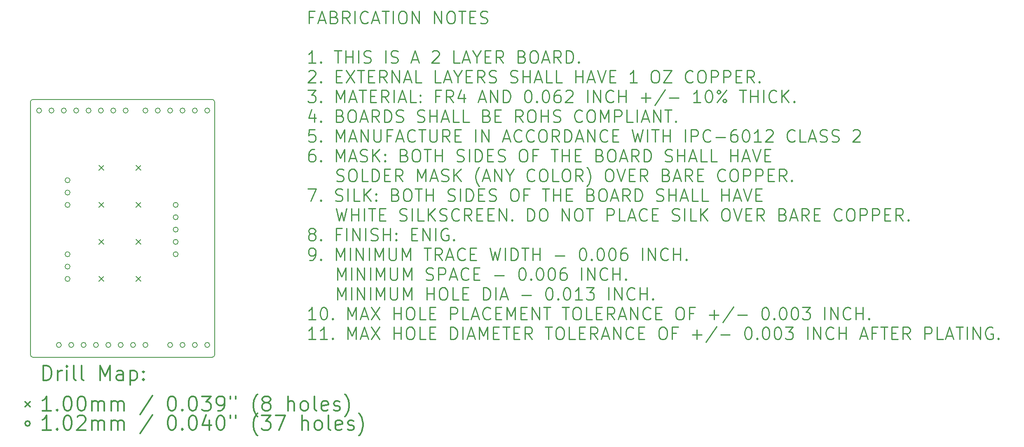
<source format=gbr>
G04 This is an RS-274x file exported by *
G04 gerbv version 2.6.0 *
G04 More information is available about gerbv at *
G04 http://gerbv.gpleda.org/ *
G04 --End of header info--*
%MOIN*%
%FSLAX34Y34*%
%IPPOS*%
G04 --Define apertures--*
%ADD10C,0.0050*%
%ADD11C,0.0060*%
%ADD12C,0.0059*%
%ADD13C,0.0079*%
%ADD14C,0.0118*%
%ADD15C,0.0138*%
%ADD16C,0.0100*%
G04 --Start main section--*
G54D11*
G01X0008900Y-039600D02*
G75*
G03X0009100Y-039800I0000200J0000000D01*
G01X0023600Y-039800D02*
G75*
G03X0023800Y-039600I0000000J0000200D01*
G01X0023800Y-019100D02*
G75*
G03X0023600Y-018900I-000200J0000000D01*
G01X0009100Y-018900D02*
G75*
G03X0008900Y-019100I0000000J-000200D01*
G54D12*
G01X0023600Y-039800D02*
G01X0009100Y-039800D01*
G01X0023800Y-019100D02*
G01X0023800Y-039600D01*
G01X0008900Y-019100D02*
G01X0008900Y-039600D01*
G01X0023600Y-018900D02*
G01X0009100Y-018900D01*
G54D13*
G01X0014453Y-024253D02*
G01X0014847Y-024647D01*
G01X0014847Y-024253D02*
G01X0014453Y-024647D01*
G01X0014453Y-027253D02*
G01X0014847Y-027647D01*
G01X0014847Y-027253D02*
G01X0014453Y-027647D01*
G01X0014453Y-030253D02*
G01X0014847Y-030647D01*
G01X0014847Y-030253D02*
G01X0014453Y-030647D01*
G01X0014453Y-033253D02*
G01X0014847Y-033647D01*
G01X0014847Y-033253D02*
G01X0014453Y-033647D01*
G01X0017453Y-024253D02*
G01X0017847Y-024647D01*
G01X0017847Y-024253D02*
G01X0017453Y-024647D01*
G01X0017453Y-027253D02*
G01X0017847Y-027647D01*
G01X0017847Y-027253D02*
G01X0017453Y-027647D01*
G01X0017453Y-030253D02*
G01X0017847Y-030647D01*
G01X0017847Y-030253D02*
G01X0017453Y-030647D01*
G01X0017453Y-033253D02*
G01X0017847Y-033647D01*
G01X0017847Y-033253D02*
G01X0017453Y-033647D01*
G01X0009800Y-019800D02*
G75*
G03X0009800Y-019800I-000200J0000000D01*
G01X0010800Y-019800D02*
G75*
G03X0010800Y-019800I-000200J0000000D01*
G01X0011400Y-038800D02*
G75*
G03X0011400Y-038800I-000200J0000000D01*
G01X0011800Y-019800D02*
G75*
G03X0011800Y-019800I-000200J0000000D01*
G01X0012100Y-025450D02*
G75*
G03X0012100Y-025450I-000200J0000000D01*
G01X0012100Y-026450D02*
G75*
G03X0012100Y-026450I-000200J0000000D01*
G01X0012100Y-027450D02*
G75*
G03X0012100Y-027450I-000200J0000000D01*
G01X0012100Y-031450D02*
G75*
G03X0012100Y-031450I-000200J0000000D01*
G01X0012100Y-032450D02*
G75*
G03X0012100Y-032450I-000200J0000000D01*
G01X0012100Y-033450D02*
G75*
G03X0012100Y-033450I-000200J0000000D01*
G01X0012400Y-038800D02*
G75*
G03X0012400Y-038800I-000200J0000000D01*
G01X0012800Y-019800D02*
G75*
G03X0012800Y-019800I-000200J0000000D01*
G01X0013400Y-038800D02*
G75*
G03X0013400Y-038800I-000200J0000000D01*
G01X0013800Y-019800D02*
G75*
G03X0013800Y-019800I-000200J0000000D01*
G01X0014400Y-038800D02*
G75*
G03X0014400Y-038800I-000200J0000000D01*
G01X0014800Y-019800D02*
G75*
G03X0014800Y-019800I-000200J0000000D01*
G01X0015400Y-038800D02*
G75*
G03X0015400Y-038800I-000200J0000000D01*
G01X0015800Y-019800D02*
G75*
G03X0015800Y-019800I-000200J0000000D01*
G01X0016400Y-038800D02*
G75*
G03X0016400Y-038800I-000200J0000000D01*
G01X0016800Y-019800D02*
G75*
G03X0016800Y-019800I-000200J0000000D01*
G01X0017400Y-038800D02*
G75*
G03X0017400Y-038800I-000200J0000000D01*
G01X0018400Y-019800D02*
G75*
G03X0018400Y-019800I-000200J0000000D01*
G01X0018400Y-038800D02*
G75*
G03X0018400Y-038800I-000200J0000000D01*
G01X0019400Y-019800D02*
G75*
G03X0019400Y-019800I-000200J0000000D01*
G01X0020400Y-019800D02*
G75*
G03X0020400Y-019800I-000200J0000000D01*
G01X0020400Y-038800D02*
G75*
G03X0020400Y-038800I-000200J0000000D01*
G01X0020850Y-027450D02*
G75*
G03X0020850Y-027450I-000200J0000000D01*
G01X0020850Y-028450D02*
G75*
G03X0020850Y-028450I-000200J0000000D01*
G01X0020850Y-029450D02*
G75*
G03X0020850Y-029450I-000200J0000000D01*
G01X0020850Y-030450D02*
G75*
G03X0020850Y-030450I-000200J0000000D01*
G01X0020850Y-031450D02*
G75*
G03X0020850Y-031450I-000200J0000000D01*
G01X0021400Y-019800D02*
G75*
G03X0021400Y-019800I-000200J0000000D01*
G01X0021400Y-038800D02*
G75*
G03X0021400Y-038800I-000200J0000000D01*
G01X0022400Y-019800D02*
G75*
G03X0022400Y-019800I-000200J0000000D01*
G01X0022400Y-038800D02*
G75*
G03X0022400Y-038800I-000200J0000000D01*
G01X0023400Y-019800D02*
G75*
G03X0023400Y-019800I-000200J0000000D01*
G01X0023400Y-038800D02*
G75*
G03X0023400Y-038800I-000200J0000000D01*
G54D14*
G01X0009939Y-041664D02*
G01X0009939Y-040482D01*
G01X0009939Y-040482D02*
G01X0010220Y-040482D01*
G01X0010220Y-040482D02*
G01X0010389Y-040539D01*
G01X0010389Y-040539D02*
G01X0010501Y-040651D01*
G01X0010501Y-040651D02*
G01X0010557Y-040764D01*
G01X0010557Y-040764D02*
G01X0010614Y-040989D01*
G01X0010614Y-040989D02*
G01X0010614Y-041157D01*
G01X0010614Y-041157D02*
G01X0010557Y-041382D01*
G01X0010557Y-041382D02*
G01X0010501Y-041495D01*
G01X0010501Y-041495D02*
G01X0010389Y-041607D01*
G01X0010389Y-041607D02*
G01X0010220Y-041664D01*
G01X0010220Y-041664D02*
G01X0009939Y-041664D01*
G01X0011120Y-041664D02*
G01X0011120Y-040876D01*
G01X0011120Y-041101D02*
G01X0011176Y-040989D01*
G01X0011176Y-040989D02*
G01X0011232Y-040932D01*
G01X0011232Y-040932D02*
G01X0011345Y-040876D01*
G01X0011345Y-040876D02*
G01X0011457Y-040876D01*
G01X0011851Y-041664D02*
G01X0011851Y-040876D01*
G01X0011851Y-040482D02*
G01X0011795Y-040539D01*
G01X0011795Y-040539D02*
G01X0011851Y-040595D01*
G01X0011851Y-040595D02*
G01X0011907Y-040539D01*
G01X0011907Y-040539D02*
G01X0011851Y-040482D01*
G01X0011851Y-040482D02*
G01X0011851Y-040595D01*
G01X0012582Y-041664D02*
G01X0012470Y-041607D01*
G01X0012470Y-041607D02*
G01X0012413Y-041495D01*
G01X0012413Y-041495D02*
G01X0012413Y-040482D01*
G01X0013201Y-041664D02*
G01X0013088Y-041607D01*
G01X0013088Y-041607D02*
G01X0013032Y-041495D01*
G01X0013032Y-041495D02*
G01X0013032Y-040482D01*
G01X0014551Y-041664D02*
G01X0014551Y-040482D01*
G01X0014551Y-040482D02*
G01X0014944Y-041326D01*
G01X0014944Y-041326D02*
G01X0015338Y-040482D01*
G01X0015338Y-040482D02*
G01X0015338Y-041664D01*
G01X0016407Y-041664D02*
G01X0016407Y-041045D01*
G01X0016407Y-041045D02*
G01X0016350Y-040932D01*
G01X0016350Y-040932D02*
G01X0016238Y-040876D01*
G01X0016238Y-040876D02*
G01X0016013Y-040876D01*
G01X0016013Y-040876D02*
G01X0015900Y-040932D01*
G01X0016407Y-041607D02*
G01X0016294Y-041664D01*
G01X0016294Y-041664D02*
G01X0016013Y-041664D01*
G01X0016013Y-041664D02*
G01X0015900Y-041607D01*
G01X0015900Y-041607D02*
G01X0015844Y-041495D01*
G01X0015844Y-041495D02*
G01X0015844Y-041382D01*
G01X0015844Y-041382D02*
G01X0015900Y-041270D01*
G01X0015900Y-041270D02*
G01X0016013Y-041214D01*
G01X0016013Y-041214D02*
G01X0016294Y-041214D01*
G01X0016294Y-041214D02*
G01X0016407Y-041157D01*
G01X0016969Y-040876D02*
G01X0016969Y-042057D01*
G01X0016969Y-040932D02*
G01X0017081Y-040876D01*
G01X0017081Y-040876D02*
G01X0017306Y-040876D01*
G01X0017306Y-040876D02*
G01X0017419Y-040932D01*
G01X0017419Y-040932D02*
G01X0017475Y-040989D01*
G01X0017475Y-040989D02*
G01X0017531Y-041101D01*
G01X0017531Y-041101D02*
G01X0017531Y-041439D01*
G01X0017531Y-041439D02*
G01X0017475Y-041551D01*
G01X0017475Y-041551D02*
G01X0017419Y-041607D01*
G01X0017419Y-041607D02*
G01X0017306Y-041664D01*
G01X0017306Y-041664D02*
G01X0017081Y-041664D01*
G01X0017081Y-041664D02*
G01X0016969Y-041607D01*
G01X0018038Y-041551D02*
G01X0018094Y-041607D01*
G01X0018094Y-041607D02*
G01X0018038Y-041664D01*
G01X0018038Y-041664D02*
G01X0017981Y-041607D01*
G01X0017981Y-041607D02*
G01X0018038Y-041551D01*
G01X0018038Y-041551D02*
G01X0018038Y-041664D01*
G01X0018038Y-040932D02*
G01X0018094Y-040989D01*
G01X0018094Y-040989D02*
G01X0018038Y-041045D01*
G01X0018038Y-041045D02*
G01X0017981Y-040989D01*
G01X0017981Y-040989D02*
G01X0018038Y-040932D01*
G01X0018038Y-040932D02*
G01X0018038Y-041045D01*
G01X0008476Y-043413D02*
G01X0008870Y-043807D01*
G01X0008870Y-043413D02*
G01X0008476Y-043807D01*
G01X0010557Y-044144D02*
G01X0009882Y-044144D01*
G01X0010220Y-044144D02*
G01X0010220Y-042963D01*
G01X0010220Y-042963D02*
G01X0010107Y-043131D01*
G01X0010107Y-043131D02*
G01X0009995Y-043244D01*
G01X0009995Y-043244D02*
G01X0009882Y-043300D01*
G01X0011063Y-044031D02*
G01X0011120Y-044088D01*
G01X0011120Y-044088D02*
G01X0011063Y-044144D01*
G01X0011063Y-044144D02*
G01X0011007Y-044088D01*
G01X0011007Y-044088D02*
G01X0011063Y-044031D01*
G01X0011063Y-044031D02*
G01X0011063Y-044144D01*
G01X0011851Y-042963D02*
G01X0011963Y-042963D01*
G01X0011963Y-042963D02*
G01X0012076Y-043019D01*
G01X0012076Y-043019D02*
G01X0012132Y-043075D01*
G01X0012132Y-043075D02*
G01X0012188Y-043188D01*
G01X0012188Y-043188D02*
G01X0012245Y-043413D01*
G01X0012245Y-043413D02*
G01X0012245Y-043694D01*
G01X0012245Y-043694D02*
G01X0012188Y-043919D01*
G01X0012188Y-043919D02*
G01X0012132Y-044031D01*
G01X0012132Y-044031D02*
G01X0012076Y-044088D01*
G01X0012076Y-044088D02*
G01X0011963Y-044144D01*
G01X0011963Y-044144D02*
G01X0011851Y-044144D01*
G01X0011851Y-044144D02*
G01X0011738Y-044088D01*
G01X0011738Y-044088D02*
G01X0011682Y-044031D01*
G01X0011682Y-044031D02*
G01X0011626Y-043919D01*
G01X0011626Y-043919D02*
G01X0011570Y-043694D01*
G01X0011570Y-043694D02*
G01X0011570Y-043413D01*
G01X0011570Y-043413D02*
G01X0011626Y-043188D01*
G01X0011626Y-043188D02*
G01X0011682Y-043075D01*
G01X0011682Y-043075D02*
G01X0011738Y-043019D01*
G01X0011738Y-043019D02*
G01X0011851Y-042963D01*
G01X0012976Y-042963D02*
G01X0013088Y-042963D01*
G01X0013088Y-042963D02*
G01X0013201Y-043019D01*
G01X0013201Y-043019D02*
G01X0013257Y-043075D01*
G01X0013257Y-043075D02*
G01X0013313Y-043188D01*
G01X0013313Y-043188D02*
G01X0013369Y-043413D01*
G01X0013369Y-043413D02*
G01X0013369Y-043694D01*
G01X0013369Y-043694D02*
G01X0013313Y-043919D01*
G01X0013313Y-043919D02*
G01X0013257Y-044031D01*
G01X0013257Y-044031D02*
G01X0013201Y-044088D01*
G01X0013201Y-044088D02*
G01X0013088Y-044144D01*
G01X0013088Y-044144D02*
G01X0012976Y-044144D01*
G01X0012976Y-044144D02*
G01X0012863Y-044088D01*
G01X0012863Y-044088D02*
G01X0012807Y-044031D01*
G01X0012807Y-044031D02*
G01X0012751Y-043919D01*
G01X0012751Y-043919D02*
G01X0012695Y-043694D01*
G01X0012695Y-043694D02*
G01X0012695Y-043413D01*
G01X0012695Y-043413D02*
G01X0012751Y-043188D01*
G01X0012751Y-043188D02*
G01X0012807Y-043075D01*
G01X0012807Y-043075D02*
G01X0012863Y-043019D01*
G01X0012863Y-043019D02*
G01X0012976Y-042963D01*
G01X0013876Y-044144D02*
G01X0013876Y-043356D01*
G01X0013876Y-043469D02*
G01X0013932Y-043413D01*
G01X0013932Y-043413D02*
G01X0014044Y-043356D01*
G01X0014044Y-043356D02*
G01X0014213Y-043356D01*
G01X0014213Y-043356D02*
G01X0014326Y-043413D01*
G01X0014326Y-043413D02*
G01X0014382Y-043525D01*
G01X0014382Y-043525D02*
G01X0014382Y-044144D01*
G01X0014382Y-043525D02*
G01X0014438Y-043413D01*
G01X0014438Y-043413D02*
G01X0014551Y-043356D01*
G01X0014551Y-043356D02*
G01X0014719Y-043356D01*
G01X0014719Y-043356D02*
G01X0014832Y-043413D01*
G01X0014832Y-043413D02*
G01X0014888Y-043525D01*
G01X0014888Y-043525D02*
G01X0014888Y-044144D01*
G01X0015450Y-044144D02*
G01X0015450Y-043356D01*
G01X0015450Y-043469D02*
G01X0015507Y-043413D01*
G01X0015507Y-043413D02*
G01X0015619Y-043356D01*
G01X0015619Y-043356D02*
G01X0015788Y-043356D01*
G01X0015788Y-043356D02*
G01X0015900Y-043413D01*
G01X0015900Y-043413D02*
G01X0015957Y-043525D01*
G01X0015957Y-043525D02*
G01X0015957Y-044144D01*
G01X0015957Y-043525D02*
G01X0016013Y-043413D01*
G01X0016013Y-043413D02*
G01X0016125Y-043356D01*
G01X0016125Y-043356D02*
G01X0016294Y-043356D01*
G01X0016294Y-043356D02*
G01X0016407Y-043413D01*
G01X0016407Y-043413D02*
G01X0016463Y-043525D01*
G01X0016463Y-043525D02*
G01X0016463Y-044144D01*
G01X0018769Y-042906D02*
G01X0017756Y-044425D01*
G01X0020287Y-042963D02*
G01X0020400Y-042963D01*
G01X0020400Y-042963D02*
G01X0020512Y-043019D01*
G01X0020512Y-043019D02*
G01X0020569Y-043075D01*
G01X0020569Y-043075D02*
G01X0020625Y-043188D01*
G01X0020625Y-043188D02*
G01X0020681Y-043413D01*
G01X0020681Y-043413D02*
G01X0020681Y-043694D01*
G01X0020681Y-043694D02*
G01X0020625Y-043919D01*
G01X0020625Y-043919D02*
G01X0020569Y-044031D01*
G01X0020569Y-044031D02*
G01X0020512Y-044088D01*
G01X0020512Y-044088D02*
G01X0020400Y-044144D01*
G01X0020400Y-044144D02*
G01X0020287Y-044144D01*
G01X0020287Y-044144D02*
G01X0020175Y-044088D01*
G01X0020175Y-044088D02*
G01X0020119Y-044031D01*
G01X0020119Y-044031D02*
G01X0020062Y-043919D01*
G01X0020062Y-043919D02*
G01X0020006Y-043694D01*
G01X0020006Y-043694D02*
G01X0020006Y-043413D01*
G01X0020006Y-043413D02*
G01X0020062Y-043188D01*
G01X0020062Y-043188D02*
G01X0020119Y-043075D01*
G01X0020119Y-043075D02*
G01X0020175Y-043019D01*
G01X0020175Y-043019D02*
G01X0020287Y-042963D01*
G01X0021187Y-044031D02*
G01X0021243Y-044088D01*
G01X0021243Y-044088D02*
G01X0021187Y-044144D01*
G01X0021187Y-044144D02*
G01X0021131Y-044088D01*
G01X0021131Y-044088D02*
G01X0021187Y-044031D01*
G01X0021187Y-044031D02*
G01X0021187Y-044144D01*
G01X0021975Y-042963D02*
G01X0022087Y-042963D01*
G01X0022087Y-042963D02*
G01X0022200Y-043019D01*
G01X0022200Y-043019D02*
G01X0022256Y-043075D01*
G01X0022256Y-043075D02*
G01X0022312Y-043188D01*
G01X0022312Y-043188D02*
G01X0022368Y-043413D01*
G01X0022368Y-043413D02*
G01X0022368Y-043694D01*
G01X0022368Y-043694D02*
G01X0022312Y-043919D01*
G01X0022312Y-043919D02*
G01X0022256Y-044031D01*
G01X0022256Y-044031D02*
G01X0022200Y-044088D01*
G01X0022200Y-044088D02*
G01X0022087Y-044144D01*
G01X0022087Y-044144D02*
G01X0021975Y-044144D01*
G01X0021975Y-044144D02*
G01X0021862Y-044088D01*
G01X0021862Y-044088D02*
G01X0021806Y-044031D01*
G01X0021806Y-044031D02*
G01X0021750Y-043919D01*
G01X0021750Y-043919D02*
G01X0021693Y-043694D01*
G01X0021693Y-043694D02*
G01X0021693Y-043413D01*
G01X0021693Y-043413D02*
G01X0021750Y-043188D01*
G01X0021750Y-043188D02*
G01X0021806Y-043075D01*
G01X0021806Y-043075D02*
G01X0021862Y-043019D01*
G01X0021862Y-043019D02*
G01X0021975Y-042963D01*
G01X0022762Y-042963D02*
G01X0023493Y-042963D01*
G01X0023493Y-042963D02*
G01X0023099Y-043413D01*
G01X0023099Y-043413D02*
G01X0023268Y-043413D01*
G01X0023268Y-043413D02*
G01X0023381Y-043469D01*
G01X0023381Y-043469D02*
G01X0023437Y-043525D01*
G01X0023437Y-043525D02*
G01X0023493Y-043638D01*
G01X0023493Y-043638D02*
G01X0023493Y-043919D01*
G01X0023493Y-043919D02*
G01X0023437Y-044031D01*
G01X0023437Y-044031D02*
G01X0023381Y-044088D01*
G01X0023381Y-044088D02*
G01X0023268Y-044144D01*
G01X0023268Y-044144D02*
G01X0022931Y-044144D01*
G01X0022931Y-044144D02*
G01X0022818Y-044088D01*
G01X0022818Y-044088D02*
G01X0022762Y-044031D01*
G01X0024056Y-044144D02*
G01X0024281Y-044144D01*
G01X0024281Y-044144D02*
G01X0024393Y-044088D01*
G01X0024393Y-044088D02*
G01X0024449Y-044031D01*
G01X0024449Y-044031D02*
G01X0024562Y-043863D01*
G01X0024562Y-043863D02*
G01X0024618Y-043638D01*
G01X0024618Y-043638D02*
G01X0024618Y-043188D01*
G01X0024618Y-043188D02*
G01X0024562Y-043075D01*
G01X0024562Y-043075D02*
G01X0024506Y-043019D01*
G01X0024506Y-043019D02*
G01X0024393Y-042963D01*
G01X0024393Y-042963D02*
G01X0024168Y-042963D01*
G01X0024168Y-042963D02*
G01X0024056Y-043019D01*
G01X0024056Y-043019D02*
G01X0023999Y-043075D01*
G01X0023999Y-043075D02*
G01X0023943Y-043188D01*
G01X0023943Y-043188D02*
G01X0023943Y-043469D01*
G01X0023943Y-043469D02*
G01X0023999Y-043581D01*
G01X0023999Y-043581D02*
G01X0024056Y-043638D01*
G01X0024056Y-043638D02*
G01X0024168Y-043694D01*
G01X0024168Y-043694D02*
G01X0024393Y-043694D01*
G01X0024393Y-043694D02*
G01X0024506Y-043638D01*
G01X0024506Y-043638D02*
G01X0024562Y-043581D01*
G01X0024562Y-043581D02*
G01X0024618Y-043469D01*
G01X0025068Y-042963D02*
G01X0025068Y-043188D01*
G01X0025518Y-042963D02*
G01X0025518Y-043188D01*
G01X0027261Y-044594D02*
G01X0027205Y-044538D01*
G01X0027205Y-044538D02*
G01X0027093Y-044369D01*
G01X0027093Y-044369D02*
G01X0027036Y-044256D01*
G01X0027036Y-044256D02*
G01X0026980Y-044088D01*
G01X0026980Y-044088D02*
G01X0026924Y-043806D01*
G01X0026924Y-043806D02*
G01X0026924Y-043581D01*
G01X0026924Y-043581D02*
G01X0026980Y-043300D01*
G01X0026980Y-043300D02*
G01X0027036Y-043131D01*
G01X0027036Y-043131D02*
G01X0027093Y-043019D01*
G01X0027093Y-043019D02*
G01X0027205Y-042850D01*
G01X0027205Y-042850D02*
G01X0027261Y-042794D01*
G01X0027880Y-043469D02*
G01X0027768Y-043413D01*
G01X0027768Y-043413D02*
G01X0027711Y-043356D01*
G01X0027711Y-043356D02*
G01X0027655Y-043244D01*
G01X0027655Y-043244D02*
G01X0027655Y-043188D01*
G01X0027655Y-043188D02*
G01X0027711Y-043075D01*
G01X0027711Y-043075D02*
G01X0027768Y-043019D01*
G01X0027768Y-043019D02*
G01X0027880Y-042963D01*
G01X0027880Y-042963D02*
G01X0028105Y-042963D01*
G01X0028105Y-042963D02*
G01X0028218Y-043019D01*
G01X0028218Y-043019D02*
G01X0028274Y-043075D01*
G01X0028274Y-043075D02*
G01X0028330Y-043188D01*
G01X0028330Y-043188D02*
G01X0028330Y-043244D01*
G01X0028330Y-043244D02*
G01X0028274Y-043356D01*
G01X0028274Y-043356D02*
G01X0028218Y-043413D01*
G01X0028218Y-043413D02*
G01X0028105Y-043469D01*
G01X0028105Y-043469D02*
G01X0027880Y-043469D01*
G01X0027880Y-043469D02*
G01X0027768Y-043525D01*
G01X0027768Y-043525D02*
G01X0027711Y-043581D01*
G01X0027711Y-043581D02*
G01X0027655Y-043694D01*
G01X0027655Y-043694D02*
G01X0027655Y-043919D01*
G01X0027655Y-043919D02*
G01X0027711Y-044031D01*
G01X0027711Y-044031D02*
G01X0027768Y-044088D01*
G01X0027768Y-044088D02*
G01X0027880Y-044144D01*
G01X0027880Y-044144D02*
G01X0028105Y-044144D01*
G01X0028105Y-044144D02*
G01X0028218Y-044088D01*
G01X0028218Y-044088D02*
G01X0028274Y-044031D01*
G01X0028274Y-044031D02*
G01X0028330Y-043919D01*
G01X0028330Y-043919D02*
G01X0028330Y-043694D01*
G01X0028330Y-043694D02*
G01X0028274Y-043581D01*
G01X0028274Y-043581D02*
G01X0028218Y-043525D01*
G01X0028218Y-043525D02*
G01X0028105Y-043469D01*
G01X0029736Y-044144D02*
G01X0029736Y-042963D01*
G01X0030242Y-044144D02*
G01X0030242Y-043525D01*
G01X0030242Y-043525D02*
G01X0030186Y-043413D01*
G01X0030186Y-043413D02*
G01X0030074Y-043356D01*
G01X0030074Y-043356D02*
G01X0029905Y-043356D01*
G01X0029905Y-043356D02*
G01X0029792Y-043413D01*
G01X0029792Y-043413D02*
G01X0029736Y-043469D01*
G01X0030973Y-044144D02*
G01X0030861Y-044088D01*
G01X0030861Y-044088D02*
G01X0030805Y-044031D01*
G01X0030805Y-044031D02*
G01X0030749Y-043919D01*
G01X0030749Y-043919D02*
G01X0030749Y-043581D01*
G01X0030749Y-043581D02*
G01X0030805Y-043469D01*
G01X0030805Y-043469D02*
G01X0030861Y-043413D01*
G01X0030861Y-043413D02*
G01X0030973Y-043356D01*
G01X0030973Y-043356D02*
G01X0031142Y-043356D01*
G01X0031142Y-043356D02*
G01X0031255Y-043413D01*
G01X0031255Y-043413D02*
G01X0031311Y-043469D01*
G01X0031311Y-043469D02*
G01X0031367Y-043581D01*
G01X0031367Y-043581D02*
G01X0031367Y-043919D01*
G01X0031367Y-043919D02*
G01X0031311Y-044031D01*
G01X0031311Y-044031D02*
G01X0031255Y-044088D01*
G01X0031255Y-044088D02*
G01X0031142Y-044144D01*
G01X0031142Y-044144D02*
G01X0030973Y-044144D01*
G01X0032042Y-044144D02*
G01X0031930Y-044088D01*
G01X0031930Y-044088D02*
G01X0031873Y-043975D01*
G01X0031873Y-043975D02*
G01X0031873Y-042963D01*
G01X0032942Y-044088D02*
G01X0032830Y-044144D01*
G01X0032830Y-044144D02*
G01X0032605Y-044144D01*
G01X0032605Y-044144D02*
G01X0032492Y-044088D01*
G01X0032492Y-044088D02*
G01X0032436Y-043975D01*
G01X0032436Y-043975D02*
G01X0032436Y-043525D01*
G01X0032436Y-043525D02*
G01X0032492Y-043413D01*
G01X0032492Y-043413D02*
G01X0032605Y-043356D01*
G01X0032605Y-043356D02*
G01X0032830Y-043356D01*
G01X0032830Y-043356D02*
G01X0032942Y-043413D01*
G01X0032942Y-043413D02*
G01X0032998Y-043525D01*
G01X0032998Y-043525D02*
G01X0032998Y-043638D01*
G01X0032998Y-043638D02*
G01X0032436Y-043750D01*
G01X0033448Y-044088D02*
G01X0033561Y-044144D01*
G01X0033561Y-044144D02*
G01X0033786Y-044144D01*
G01X0033786Y-044144D02*
G01X0033898Y-044088D01*
G01X0033898Y-044088D02*
G01X0033954Y-043975D01*
G01X0033954Y-043975D02*
G01X0033954Y-043919D01*
G01X0033954Y-043919D02*
G01X0033898Y-043806D01*
G01X0033898Y-043806D02*
G01X0033786Y-043750D01*
G01X0033786Y-043750D02*
G01X0033617Y-043750D01*
G01X0033617Y-043750D02*
G01X0033504Y-043694D01*
G01X0033504Y-043694D02*
G01X0033448Y-043581D01*
G01X0033448Y-043581D02*
G01X0033448Y-043525D01*
G01X0033448Y-043525D02*
G01X0033504Y-043413D01*
G01X0033504Y-043413D02*
G01X0033617Y-043356D01*
G01X0033617Y-043356D02*
G01X0033786Y-043356D01*
G01X0033786Y-043356D02*
G01X0033898Y-043413D01*
G01X0034348Y-044594D02*
G01X0034404Y-044538D01*
G01X0034404Y-044538D02*
G01X0034517Y-044369D01*
G01X0034517Y-044369D02*
G01X0034573Y-044256D01*
G01X0034573Y-044256D02*
G01X0034629Y-044088D01*
G01X0034629Y-044088D02*
G01X0034686Y-043806D01*
G01X0034686Y-043806D02*
G01X0034686Y-043581D01*
G01X0034686Y-043581D02*
G01X0034629Y-043300D01*
G01X0034629Y-043300D02*
G01X0034573Y-043131D01*
G01X0034573Y-043131D02*
G01X0034517Y-043019D01*
G01X0034517Y-043019D02*
G01X0034404Y-042850D01*
G01X0034404Y-042850D02*
G01X0034348Y-042794D01*
G01X0008870Y-045169D02*
G75*
G03X0008870Y-045169I-000200J0000000D01*
G01X0010557Y-045703D02*
G01X0009882Y-045703D01*
G01X0010220Y-045703D02*
G01X0010220Y-044522D01*
G01X0010220Y-044522D02*
G01X0010107Y-044691D01*
G01X0010107Y-044691D02*
G01X0009995Y-044803D01*
G01X0009995Y-044803D02*
G01X0009882Y-044859D01*
G01X0011063Y-045590D02*
G01X0011120Y-045647D01*
G01X0011120Y-045647D02*
G01X0011063Y-045703D01*
G01X0011063Y-045703D02*
G01X0011007Y-045647D01*
G01X0011007Y-045647D02*
G01X0011063Y-045590D01*
G01X0011063Y-045590D02*
G01X0011063Y-045703D01*
G01X0011851Y-044522D02*
G01X0011963Y-044522D01*
G01X0011963Y-044522D02*
G01X0012076Y-044578D01*
G01X0012076Y-044578D02*
G01X0012132Y-044634D01*
G01X0012132Y-044634D02*
G01X0012188Y-044747D01*
G01X0012188Y-044747D02*
G01X0012245Y-044972D01*
G01X0012245Y-044972D02*
G01X0012245Y-045253D01*
G01X0012245Y-045253D02*
G01X0012188Y-045478D01*
G01X0012188Y-045478D02*
G01X0012132Y-045590D01*
G01X0012132Y-045590D02*
G01X0012076Y-045647D01*
G01X0012076Y-045647D02*
G01X0011963Y-045703D01*
G01X0011963Y-045703D02*
G01X0011851Y-045703D01*
G01X0011851Y-045703D02*
G01X0011738Y-045647D01*
G01X0011738Y-045647D02*
G01X0011682Y-045590D01*
G01X0011682Y-045590D02*
G01X0011626Y-045478D01*
G01X0011626Y-045478D02*
G01X0011570Y-045253D01*
G01X0011570Y-045253D02*
G01X0011570Y-044972D01*
G01X0011570Y-044972D02*
G01X0011626Y-044747D01*
G01X0011626Y-044747D02*
G01X0011682Y-044634D01*
G01X0011682Y-044634D02*
G01X0011738Y-044578D01*
G01X0011738Y-044578D02*
G01X0011851Y-044522D01*
G01X0012695Y-044634D02*
G01X0012751Y-044578D01*
G01X0012751Y-044578D02*
G01X0012863Y-044522D01*
G01X0012863Y-044522D02*
G01X0013144Y-044522D01*
G01X0013144Y-044522D02*
G01X0013257Y-044578D01*
G01X0013257Y-044578D02*
G01X0013313Y-044634D01*
G01X0013313Y-044634D02*
G01X0013369Y-044747D01*
G01X0013369Y-044747D02*
G01X0013369Y-044859D01*
G01X0013369Y-044859D02*
G01X0013313Y-045028D01*
G01X0013313Y-045028D02*
G01X0012638Y-045703D01*
G01X0012638Y-045703D02*
G01X0013369Y-045703D01*
G01X0013876Y-045703D02*
G01X0013876Y-044915D01*
G01X0013876Y-045028D02*
G01X0013932Y-044972D01*
G01X0013932Y-044972D02*
G01X0014044Y-044915D01*
G01X0014044Y-044915D02*
G01X0014213Y-044915D01*
G01X0014213Y-044915D02*
G01X0014326Y-044972D01*
G01X0014326Y-044972D02*
G01X0014382Y-045084D01*
G01X0014382Y-045084D02*
G01X0014382Y-045703D01*
G01X0014382Y-045084D02*
G01X0014438Y-044972D01*
G01X0014438Y-044972D02*
G01X0014551Y-044915D01*
G01X0014551Y-044915D02*
G01X0014719Y-044915D01*
G01X0014719Y-044915D02*
G01X0014832Y-044972D01*
G01X0014832Y-044972D02*
G01X0014888Y-045084D01*
G01X0014888Y-045084D02*
G01X0014888Y-045703D01*
G01X0015450Y-045703D02*
G01X0015450Y-044915D01*
G01X0015450Y-045028D02*
G01X0015507Y-044972D01*
G01X0015507Y-044972D02*
G01X0015619Y-044915D01*
G01X0015619Y-044915D02*
G01X0015788Y-044915D01*
G01X0015788Y-044915D02*
G01X0015900Y-044972D01*
G01X0015900Y-044972D02*
G01X0015957Y-045084D01*
G01X0015957Y-045084D02*
G01X0015957Y-045703D01*
G01X0015957Y-045084D02*
G01X0016013Y-044972D01*
G01X0016013Y-044972D02*
G01X0016125Y-044915D01*
G01X0016125Y-044915D02*
G01X0016294Y-044915D01*
G01X0016294Y-044915D02*
G01X0016407Y-044972D01*
G01X0016407Y-044972D02*
G01X0016463Y-045084D01*
G01X0016463Y-045084D02*
G01X0016463Y-045703D01*
G01X0018769Y-044466D02*
G01X0017756Y-045984D01*
G01X0020287Y-044522D02*
G01X0020400Y-044522D01*
G01X0020400Y-044522D02*
G01X0020512Y-044578D01*
G01X0020512Y-044578D02*
G01X0020569Y-044634D01*
G01X0020569Y-044634D02*
G01X0020625Y-044747D01*
G01X0020625Y-044747D02*
G01X0020681Y-044972D01*
G01X0020681Y-044972D02*
G01X0020681Y-045253D01*
G01X0020681Y-045253D02*
G01X0020625Y-045478D01*
G01X0020625Y-045478D02*
G01X0020569Y-045590D01*
G01X0020569Y-045590D02*
G01X0020512Y-045647D01*
G01X0020512Y-045647D02*
G01X0020400Y-045703D01*
G01X0020400Y-045703D02*
G01X0020287Y-045703D01*
G01X0020287Y-045703D02*
G01X0020175Y-045647D01*
G01X0020175Y-045647D02*
G01X0020119Y-045590D01*
G01X0020119Y-045590D02*
G01X0020062Y-045478D01*
G01X0020062Y-045478D02*
G01X0020006Y-045253D01*
G01X0020006Y-045253D02*
G01X0020006Y-044972D01*
G01X0020006Y-044972D02*
G01X0020062Y-044747D01*
G01X0020062Y-044747D02*
G01X0020119Y-044634D01*
G01X0020119Y-044634D02*
G01X0020175Y-044578D01*
G01X0020175Y-044578D02*
G01X0020287Y-044522D01*
G01X0021187Y-045590D02*
G01X0021243Y-045647D01*
G01X0021243Y-045647D02*
G01X0021187Y-045703D01*
G01X0021187Y-045703D02*
G01X0021131Y-045647D01*
G01X0021131Y-045647D02*
G01X0021187Y-045590D01*
G01X0021187Y-045590D02*
G01X0021187Y-045703D01*
G01X0021975Y-044522D02*
G01X0022087Y-044522D01*
G01X0022087Y-044522D02*
G01X0022200Y-044578D01*
G01X0022200Y-044578D02*
G01X0022256Y-044634D01*
G01X0022256Y-044634D02*
G01X0022312Y-044747D01*
G01X0022312Y-044747D02*
G01X0022368Y-044972D01*
G01X0022368Y-044972D02*
G01X0022368Y-045253D01*
G01X0022368Y-045253D02*
G01X0022312Y-045478D01*
G01X0022312Y-045478D02*
G01X0022256Y-045590D01*
G01X0022256Y-045590D02*
G01X0022200Y-045647D01*
G01X0022200Y-045647D02*
G01X0022087Y-045703D01*
G01X0022087Y-045703D02*
G01X0021975Y-045703D01*
G01X0021975Y-045703D02*
G01X0021862Y-045647D01*
G01X0021862Y-045647D02*
G01X0021806Y-045590D01*
G01X0021806Y-045590D02*
G01X0021750Y-045478D01*
G01X0021750Y-045478D02*
G01X0021693Y-045253D01*
G01X0021693Y-045253D02*
G01X0021693Y-044972D01*
G01X0021693Y-044972D02*
G01X0021750Y-044747D01*
G01X0021750Y-044747D02*
G01X0021806Y-044634D01*
G01X0021806Y-044634D02*
G01X0021862Y-044578D01*
G01X0021862Y-044578D02*
G01X0021975Y-044522D01*
G01X0023381Y-044915D02*
G01X0023381Y-045703D01*
G01X0023099Y-044466D02*
G01X0022818Y-045309D01*
G01X0022818Y-045309D02*
G01X0023549Y-045309D01*
G01X0024224Y-044522D02*
G01X0024337Y-044522D01*
G01X0024337Y-044522D02*
G01X0024449Y-044578D01*
G01X0024449Y-044578D02*
G01X0024506Y-044634D01*
G01X0024506Y-044634D02*
G01X0024562Y-044747D01*
G01X0024562Y-044747D02*
G01X0024618Y-044972D01*
G01X0024618Y-044972D02*
G01X0024618Y-045253D01*
G01X0024618Y-045253D02*
G01X0024562Y-045478D01*
G01X0024562Y-045478D02*
G01X0024506Y-045590D01*
G01X0024506Y-045590D02*
G01X0024449Y-045647D01*
G01X0024449Y-045647D02*
G01X0024337Y-045703D01*
G01X0024337Y-045703D02*
G01X0024224Y-045703D01*
G01X0024224Y-045703D02*
G01X0024112Y-045647D01*
G01X0024112Y-045647D02*
G01X0024056Y-045590D01*
G01X0024056Y-045590D02*
G01X0023999Y-045478D01*
G01X0023999Y-045478D02*
G01X0023943Y-045253D01*
G01X0023943Y-045253D02*
G01X0023943Y-044972D01*
G01X0023943Y-044972D02*
G01X0023999Y-044747D01*
G01X0023999Y-044747D02*
G01X0024056Y-044634D01*
G01X0024056Y-044634D02*
G01X0024112Y-044578D01*
G01X0024112Y-044578D02*
G01X0024224Y-044522D01*
G01X0025068Y-044522D02*
G01X0025068Y-044747D01*
G01X0025518Y-044522D02*
G01X0025518Y-044747D01*
G01X0027261Y-046153D02*
G01X0027205Y-046097D01*
G01X0027205Y-046097D02*
G01X0027093Y-045928D01*
G01X0027093Y-045928D02*
G01X0027036Y-045815D01*
G01X0027036Y-045815D02*
G01X0026980Y-045647D01*
G01X0026980Y-045647D02*
G01X0026924Y-045365D01*
G01X0026924Y-045365D02*
G01X0026924Y-045140D01*
G01X0026924Y-045140D02*
G01X0026980Y-044859D01*
G01X0026980Y-044859D02*
G01X0027036Y-044691D01*
G01X0027036Y-044691D02*
G01X0027093Y-044578D01*
G01X0027093Y-044578D02*
G01X0027205Y-044409D01*
G01X0027205Y-044409D02*
G01X0027261Y-044353D01*
G01X0027599Y-044522D02*
G01X0028330Y-044522D01*
G01X0028330Y-044522D02*
G01X0027936Y-044972D01*
G01X0027936Y-044972D02*
G01X0028105Y-044972D01*
G01X0028105Y-044972D02*
G01X0028218Y-045028D01*
G01X0028218Y-045028D02*
G01X0028274Y-045084D01*
G01X0028274Y-045084D02*
G01X0028330Y-045197D01*
G01X0028330Y-045197D02*
G01X0028330Y-045478D01*
G01X0028330Y-045478D02*
G01X0028274Y-045590D01*
G01X0028274Y-045590D02*
G01X0028218Y-045647D01*
G01X0028218Y-045647D02*
G01X0028105Y-045703D01*
G01X0028105Y-045703D02*
G01X0027768Y-045703D01*
G01X0027768Y-045703D02*
G01X0027655Y-045647D01*
G01X0027655Y-045647D02*
G01X0027599Y-045590D01*
G01X0028724Y-044522D02*
G01X0029511Y-044522D01*
G01X0029511Y-044522D02*
G01X0029005Y-045703D01*
G01X0030861Y-045703D02*
G01X0030861Y-044522D01*
G01X0031367Y-045703D02*
G01X0031367Y-045084D01*
G01X0031367Y-045084D02*
G01X0031311Y-044972D01*
G01X0031311Y-044972D02*
G01X0031198Y-044915D01*
G01X0031198Y-044915D02*
G01X0031030Y-044915D01*
G01X0031030Y-044915D02*
G01X0030917Y-044972D01*
G01X0030917Y-044972D02*
G01X0030861Y-045028D01*
G01X0032098Y-045703D02*
G01X0031986Y-045647D01*
G01X0031986Y-045647D02*
G01X0031930Y-045590D01*
G01X0031930Y-045590D02*
G01X0031873Y-045478D01*
G01X0031873Y-045478D02*
G01X0031873Y-045140D01*
G01X0031873Y-045140D02*
G01X0031930Y-045028D01*
G01X0031930Y-045028D02*
G01X0031986Y-044972D01*
G01X0031986Y-044972D02*
G01X0032098Y-044915D01*
G01X0032098Y-044915D02*
G01X0032267Y-044915D01*
G01X0032267Y-044915D02*
G01X0032380Y-044972D01*
G01X0032380Y-044972D02*
G01X0032436Y-045028D01*
G01X0032436Y-045028D02*
G01X0032492Y-045140D01*
G01X0032492Y-045140D02*
G01X0032492Y-045478D01*
G01X0032492Y-045478D02*
G01X0032436Y-045590D01*
G01X0032436Y-045590D02*
G01X0032380Y-045647D01*
G01X0032380Y-045647D02*
G01X0032267Y-045703D01*
G01X0032267Y-045703D02*
G01X0032098Y-045703D01*
G01X0033167Y-045703D02*
G01X0033054Y-045647D01*
G01X0033054Y-045647D02*
G01X0032998Y-045534D01*
G01X0032998Y-045534D02*
G01X0032998Y-044522D01*
G01X0034067Y-045647D02*
G01X0033954Y-045703D01*
G01X0033954Y-045703D02*
G01X0033729Y-045703D01*
G01X0033729Y-045703D02*
G01X0033617Y-045647D01*
G01X0033617Y-045647D02*
G01X0033561Y-045534D01*
G01X0033561Y-045534D02*
G01X0033561Y-045084D01*
G01X0033561Y-045084D02*
G01X0033617Y-044972D01*
G01X0033617Y-044972D02*
G01X0033729Y-044915D01*
G01X0033729Y-044915D02*
G01X0033954Y-044915D01*
G01X0033954Y-044915D02*
G01X0034067Y-044972D01*
G01X0034067Y-044972D02*
G01X0034123Y-045084D01*
G01X0034123Y-045084D02*
G01X0034123Y-045197D01*
G01X0034123Y-045197D02*
G01X0033561Y-045309D01*
G01X0034573Y-045647D02*
G01X0034686Y-045703D01*
G01X0034686Y-045703D02*
G01X0034910Y-045703D01*
G01X0034910Y-045703D02*
G01X0035023Y-045647D01*
G01X0035023Y-045647D02*
G01X0035079Y-045534D01*
G01X0035079Y-045534D02*
G01X0035079Y-045478D01*
G01X0035079Y-045478D02*
G01X0035023Y-045365D01*
G01X0035023Y-045365D02*
G01X0034910Y-045309D01*
G01X0034910Y-045309D02*
G01X0034742Y-045309D01*
G01X0034742Y-045309D02*
G01X0034629Y-045253D01*
G01X0034629Y-045253D02*
G01X0034573Y-045140D01*
G01X0034573Y-045140D02*
G01X0034573Y-045084D01*
G01X0034573Y-045084D02*
G01X0034629Y-044972D01*
G01X0034629Y-044972D02*
G01X0034742Y-044915D01*
G01X0034742Y-044915D02*
G01X0034910Y-044915D01*
G01X0034910Y-044915D02*
G01X0035023Y-044972D01*
G01X0035473Y-046153D02*
G01X0035529Y-046097D01*
G01X0035529Y-046097D02*
G01X0035642Y-045928D01*
G01X0035642Y-045928D02*
G01X0035698Y-045815D01*
G01X0035698Y-045815D02*
G01X0035754Y-045647D01*
G01X0035754Y-045647D02*
G01X0035810Y-045365D01*
G01X0035810Y-045365D02*
G01X0035810Y-045140D01*
G01X0035810Y-045140D02*
G01X0035754Y-044859D01*
G01X0035754Y-044859D02*
G01X0035698Y-044691D01*
G01X0035698Y-044691D02*
G01X0035642Y-044578D01*
G01X0035642Y-044578D02*
G01X0035529Y-044409D01*
G01X0035529Y-044409D02*
G01X0035473Y-044353D01*
G01X0000000Y0000000D02*
G54D11*
G01X0008900Y-039600D02*
G75*
G03X0009100Y-039800I0000200J0000000D01*
G01X0023600Y-039800D02*
G75*
G03X0023800Y-039600I0000000J0000200D01*
G01X0023800Y-019100D02*
G75*
G03X0023600Y-018900I-000200J0000000D01*
G01X0009100Y-018900D02*
G75*
G03X0008900Y-019100I0000000J-000200D01*
G54D12*
G01X0023600Y-039800D02*
G01X0009100Y-039800D01*
G01X0023800Y-019100D02*
G01X0023800Y-039600D01*
G01X0008900Y-019100D02*
G01X0008900Y-039600D01*
G01X0023600Y-018900D02*
G01X0009100Y-018900D01*
G01X0000000Y0000000D02*
G54D16*
G01X0031771Y-012229D02*
G01X0031438Y-012229D01*
G01X0031438Y-012752D02*
G01X0031438Y-011752D01*
G01X0031438Y-011752D02*
G01X0031914Y-011752D01*
G01X0032248Y-012467D02*
G01X0032724Y-012467D01*
G01X0032152Y-012752D02*
G01X0032486Y-011752D01*
G01X0032486Y-011752D02*
G01X0032819Y-012752D01*
G01X0033486Y-012229D02*
G01X0033629Y-012276D01*
G01X0033629Y-012276D02*
G01X0033676Y-012324D01*
G01X0033676Y-012324D02*
G01X0033724Y-012419D01*
G01X0033724Y-012419D02*
G01X0033724Y-012562D01*
G01X0033724Y-012562D02*
G01X0033676Y-012657D01*
G01X0033676Y-012657D02*
G01X0033629Y-012705D01*
G01X0033629Y-012705D02*
G01X0033533Y-012752D01*
G01X0033533Y-012752D02*
G01X0033152Y-012752D01*
G01X0033152Y-012752D02*
G01X0033152Y-011752D01*
G01X0033152Y-011752D02*
G01X0033486Y-011752D01*
G01X0033486Y-011752D02*
G01X0033581Y-011800D01*
G01X0033581Y-011800D02*
G01X0033629Y-011848D01*
G01X0033629Y-011848D02*
G01X0033676Y-011943D01*
G01X0033676Y-011943D02*
G01X0033676Y-012038D01*
G01X0033676Y-012038D02*
G01X0033629Y-012133D01*
G01X0033629Y-012133D02*
G01X0033581Y-012181D01*
G01X0033581Y-012181D02*
G01X0033486Y-012229D01*
G01X0033486Y-012229D02*
G01X0033152Y-012229D01*
G01X0034724Y-012752D02*
G01X0034390Y-012276D01*
G01X0034152Y-012752D02*
G01X0034152Y-011752D01*
G01X0034152Y-011752D02*
G01X0034533Y-011752D01*
G01X0034533Y-011752D02*
G01X0034629Y-011800D01*
G01X0034629Y-011800D02*
G01X0034676Y-011848D01*
G01X0034676Y-011848D02*
G01X0034724Y-011943D01*
G01X0034724Y-011943D02*
G01X0034724Y-012086D01*
G01X0034724Y-012086D02*
G01X0034676Y-012181D01*
G01X0034676Y-012181D02*
G01X0034629Y-012229D01*
G01X0034629Y-012229D02*
G01X0034533Y-012276D01*
G01X0034533Y-012276D02*
G01X0034152Y-012276D01*
G01X0035152Y-012752D02*
G01X0035152Y-011752D01*
G01X0036200Y-012657D02*
G01X0036152Y-012705D01*
G01X0036152Y-012705D02*
G01X0036010Y-012752D01*
G01X0036010Y-012752D02*
G01X0035914Y-012752D01*
G01X0035914Y-012752D02*
G01X0035771Y-012705D01*
G01X0035771Y-012705D02*
G01X0035676Y-012610D01*
G01X0035676Y-012610D02*
G01X0035629Y-012514D01*
G01X0035629Y-012514D02*
G01X0035581Y-012324D01*
G01X0035581Y-012324D02*
G01X0035581Y-012181D01*
G01X0035581Y-012181D02*
G01X0035629Y-011990D01*
G01X0035629Y-011990D02*
G01X0035676Y-011895D01*
G01X0035676Y-011895D02*
G01X0035771Y-011800D01*
G01X0035771Y-011800D02*
G01X0035914Y-011752D01*
G01X0035914Y-011752D02*
G01X0036010Y-011752D01*
G01X0036010Y-011752D02*
G01X0036152Y-011800D01*
G01X0036152Y-011800D02*
G01X0036200Y-011848D01*
G01X0036581Y-012467D02*
G01X0037057Y-012467D01*
G01X0036486Y-012752D02*
G01X0036819Y-011752D01*
G01X0036819Y-011752D02*
G01X0037152Y-012752D01*
G01X0037343Y-011752D02*
G01X0037914Y-011752D01*
G01X0037629Y-012752D02*
G01X0037629Y-011752D01*
G01X0038248Y-012752D02*
G01X0038248Y-011752D01*
G01X0038914Y-011752D02*
G01X0039105Y-011752D01*
G01X0039105Y-011752D02*
G01X0039200Y-011800D01*
G01X0039200Y-011800D02*
G01X0039295Y-011895D01*
G01X0039295Y-011895D02*
G01X0039343Y-012086D01*
G01X0039343Y-012086D02*
G01X0039343Y-012419D01*
G01X0039343Y-012419D02*
G01X0039295Y-012610D01*
G01X0039295Y-012610D02*
G01X0039200Y-012705D01*
G01X0039200Y-012705D02*
G01X0039105Y-012752D01*
G01X0039105Y-012752D02*
G01X0038914Y-012752D01*
G01X0038914Y-012752D02*
G01X0038819Y-012705D01*
G01X0038819Y-012705D02*
G01X0038724Y-012610D01*
G01X0038724Y-012610D02*
G01X0038676Y-012419D01*
G01X0038676Y-012419D02*
G01X0038676Y-012086D01*
G01X0038676Y-012086D02*
G01X0038724Y-011895D01*
G01X0038724Y-011895D02*
G01X0038819Y-011800D01*
G01X0038819Y-011800D02*
G01X0038914Y-011752D01*
G01X0039771Y-012752D02*
G01X0039771Y-011752D01*
G01X0039771Y-011752D02*
G01X0040343Y-012752D01*
G01X0040343Y-012752D02*
G01X0040343Y-011752D01*
G01X0041581Y-012752D02*
G01X0041581Y-011752D01*
G01X0041581Y-011752D02*
G01X0042152Y-012752D01*
G01X0042152Y-012752D02*
G01X0042152Y-011752D01*
G01X0042819Y-011752D02*
G01X0043010Y-011752D01*
G01X0043010Y-011752D02*
G01X0043105Y-011800D01*
G01X0043105Y-011800D02*
G01X0043200Y-011895D01*
G01X0043200Y-011895D02*
G01X0043248Y-012086D01*
G01X0043248Y-012086D02*
G01X0043248Y-012419D01*
G01X0043248Y-012419D02*
G01X0043200Y-012610D01*
G01X0043200Y-012610D02*
G01X0043105Y-012705D01*
G01X0043105Y-012705D02*
G01X0043010Y-012752D01*
G01X0043010Y-012752D02*
G01X0042819Y-012752D01*
G01X0042819Y-012752D02*
G01X0042724Y-012705D01*
G01X0042724Y-012705D02*
G01X0042629Y-012610D01*
G01X0042629Y-012610D02*
G01X0042581Y-012419D01*
G01X0042581Y-012419D02*
G01X0042581Y-012086D01*
G01X0042581Y-012086D02*
G01X0042629Y-011895D01*
G01X0042629Y-011895D02*
G01X0042724Y-011800D01*
G01X0042724Y-011800D02*
G01X0042819Y-011752D01*
G01X0043533Y-011752D02*
G01X0044105Y-011752D01*
G01X0043819Y-012752D02*
G01X0043819Y-011752D01*
G01X0044438Y-012229D02*
G01X0044771Y-012229D01*
G01X0044914Y-012752D02*
G01X0044438Y-012752D01*
G01X0044438Y-012752D02*
G01X0044438Y-011752D01*
G01X0044438Y-011752D02*
G01X0044914Y-011752D01*
G01X0045295Y-012705D02*
G01X0045438Y-012752D01*
G01X0045438Y-012752D02*
G01X0045676Y-012752D01*
G01X0045676Y-012752D02*
G01X0045771Y-012705D01*
G01X0045771Y-012705D02*
G01X0045819Y-012657D01*
G01X0045819Y-012657D02*
G01X0045867Y-012562D01*
G01X0045867Y-012562D02*
G01X0045867Y-012467D01*
G01X0045867Y-012467D02*
G01X0045819Y-012371D01*
G01X0045819Y-012371D02*
G01X0045771Y-012324D01*
G01X0045771Y-012324D02*
G01X0045676Y-012276D01*
G01X0045676Y-012276D02*
G01X0045486Y-012229D01*
G01X0045486Y-012229D02*
G01X0045390Y-012181D01*
G01X0045390Y-012181D02*
G01X0045343Y-012133D01*
G01X0045343Y-012133D02*
G01X0045295Y-012038D01*
G01X0045295Y-012038D02*
G01X0045295Y-011943D01*
G01X0045295Y-011943D02*
G01X0045343Y-011848D01*
G01X0045343Y-011848D02*
G01X0045390Y-011800D01*
G01X0045390Y-011800D02*
G01X0045486Y-011752D01*
G01X0045486Y-011752D02*
G01X0045724Y-011752D01*
G01X0045724Y-011752D02*
G01X0045867Y-011800D01*
G01X0031962Y-015952D02*
G01X0031390Y-015952D01*
G01X0031676Y-015952D02*
G01X0031676Y-014952D01*
G01X0031676Y-014952D02*
G01X0031581Y-015095D01*
G01X0031581Y-015095D02*
G01X0031486Y-015190D01*
G01X0031486Y-015190D02*
G01X0031390Y-015238D01*
G01X0032390Y-015857D02*
G01X0032438Y-015905D01*
G01X0032438Y-015905D02*
G01X0032390Y-015952D01*
G01X0032390Y-015952D02*
G01X0032343Y-015905D01*
G01X0032343Y-015905D02*
G01X0032390Y-015857D01*
G01X0032390Y-015857D02*
G01X0032390Y-015952D01*
G01X0033486Y-014952D02*
G01X0034057Y-014952D01*
G01X0033771Y-015952D02*
G01X0033771Y-014952D01*
G01X0034390Y-015952D02*
G01X0034390Y-014952D01*
G01X0034390Y-015429D02*
G01X0034962Y-015429D01*
G01X0034962Y-015952D02*
G01X0034962Y-014952D01*
G01X0035438Y-015952D02*
G01X0035438Y-014952D01*
G01X0035867Y-015905D02*
G01X0036010Y-015952D01*
G01X0036010Y-015952D02*
G01X0036248Y-015952D01*
G01X0036248Y-015952D02*
G01X0036343Y-015905D01*
G01X0036343Y-015905D02*
G01X0036390Y-015857D01*
G01X0036390Y-015857D02*
G01X0036438Y-015762D01*
G01X0036438Y-015762D02*
G01X0036438Y-015667D01*
G01X0036438Y-015667D02*
G01X0036390Y-015571D01*
G01X0036390Y-015571D02*
G01X0036343Y-015524D01*
G01X0036343Y-015524D02*
G01X0036248Y-015476D01*
G01X0036248Y-015476D02*
G01X0036057Y-015429D01*
G01X0036057Y-015429D02*
G01X0035962Y-015381D01*
G01X0035962Y-015381D02*
G01X0035914Y-015333D01*
G01X0035914Y-015333D02*
G01X0035867Y-015238D01*
G01X0035867Y-015238D02*
G01X0035867Y-015143D01*
G01X0035867Y-015143D02*
G01X0035914Y-015048D01*
G01X0035914Y-015048D02*
G01X0035962Y-015000D01*
G01X0035962Y-015000D02*
G01X0036057Y-014952D01*
G01X0036057Y-014952D02*
G01X0036295Y-014952D01*
G01X0036295Y-014952D02*
G01X0036438Y-015000D01*
G01X0037629Y-015952D02*
G01X0037629Y-014952D01*
G01X0038057Y-015905D02*
G01X0038200Y-015952D01*
G01X0038200Y-015952D02*
G01X0038438Y-015952D01*
G01X0038438Y-015952D02*
G01X0038533Y-015905D01*
G01X0038533Y-015905D02*
G01X0038581Y-015857D01*
G01X0038581Y-015857D02*
G01X0038629Y-015762D01*
G01X0038629Y-015762D02*
G01X0038629Y-015667D01*
G01X0038629Y-015667D02*
G01X0038581Y-015571D01*
G01X0038581Y-015571D02*
G01X0038533Y-015524D01*
G01X0038533Y-015524D02*
G01X0038438Y-015476D01*
G01X0038438Y-015476D02*
G01X0038248Y-015429D01*
G01X0038248Y-015429D02*
G01X0038152Y-015381D01*
G01X0038152Y-015381D02*
G01X0038105Y-015333D01*
G01X0038105Y-015333D02*
G01X0038057Y-015238D01*
G01X0038057Y-015238D02*
G01X0038057Y-015143D01*
G01X0038057Y-015143D02*
G01X0038105Y-015048D01*
G01X0038105Y-015048D02*
G01X0038152Y-015000D01*
G01X0038152Y-015000D02*
G01X0038248Y-014952D01*
G01X0038248Y-014952D02*
G01X0038486Y-014952D01*
G01X0038486Y-014952D02*
G01X0038629Y-015000D01*
G01X0039771Y-015667D02*
G01X0040248Y-015667D01*
G01X0039676Y-015952D02*
G01X0040010Y-014952D01*
G01X0040010Y-014952D02*
G01X0040343Y-015952D01*
G01X0041390Y-015048D02*
G01X0041438Y-015000D01*
G01X0041438Y-015000D02*
G01X0041533Y-014952D01*
G01X0041533Y-014952D02*
G01X0041771Y-014952D01*
G01X0041771Y-014952D02*
G01X0041867Y-015000D01*
G01X0041867Y-015000D02*
G01X0041914Y-015048D01*
G01X0041914Y-015048D02*
G01X0041962Y-015143D01*
G01X0041962Y-015143D02*
G01X0041962Y-015238D01*
G01X0041962Y-015238D02*
G01X0041914Y-015381D01*
G01X0041914Y-015381D02*
G01X0041343Y-015952D01*
G01X0041343Y-015952D02*
G01X0041962Y-015952D01*
G01X0043629Y-015952D02*
G01X0043152Y-015952D01*
G01X0043152Y-015952D02*
G01X0043152Y-014952D01*
G01X0043914Y-015667D02*
G01X0044390Y-015667D01*
G01X0043819Y-015952D02*
G01X0044152Y-014952D01*
G01X0044152Y-014952D02*
G01X0044486Y-015952D01*
G01X0045010Y-015476D02*
G01X0045010Y-015952D01*
G01X0044676Y-014952D02*
G01X0045010Y-015476D01*
G01X0045010Y-015476D02*
G01X0045343Y-014952D01*
G01X0045676Y-015429D02*
G01X0046010Y-015429D01*
G01X0046152Y-015952D02*
G01X0045676Y-015952D01*
G01X0045676Y-015952D02*
G01X0045676Y-014952D01*
G01X0045676Y-014952D02*
G01X0046152Y-014952D01*
G01X0047152Y-015952D02*
G01X0046819Y-015476D01*
G01X0046581Y-015952D02*
G01X0046581Y-014952D01*
G01X0046581Y-014952D02*
G01X0046962Y-014952D01*
G01X0046962Y-014952D02*
G01X0047057Y-015000D01*
G01X0047057Y-015000D02*
G01X0047105Y-015048D01*
G01X0047105Y-015048D02*
G01X0047152Y-015143D01*
G01X0047152Y-015143D02*
G01X0047152Y-015286D01*
G01X0047152Y-015286D02*
G01X0047105Y-015381D01*
G01X0047105Y-015381D02*
G01X0047057Y-015429D01*
G01X0047057Y-015429D02*
G01X0046962Y-015476D01*
G01X0046962Y-015476D02*
G01X0046581Y-015476D01*
G01X0048676Y-015429D02*
G01X0048819Y-015476D01*
G01X0048819Y-015476D02*
G01X0048867Y-015524D01*
G01X0048867Y-015524D02*
G01X0048914Y-015619D01*
G01X0048914Y-015619D02*
G01X0048914Y-015762D01*
G01X0048914Y-015762D02*
G01X0048867Y-015857D01*
G01X0048867Y-015857D02*
G01X0048819Y-015905D01*
G01X0048819Y-015905D02*
G01X0048724Y-015952D01*
G01X0048724Y-015952D02*
G01X0048343Y-015952D01*
G01X0048343Y-015952D02*
G01X0048343Y-014952D01*
G01X0048343Y-014952D02*
G01X0048676Y-014952D01*
G01X0048676Y-014952D02*
G01X0048771Y-015000D01*
G01X0048771Y-015000D02*
G01X0048819Y-015048D01*
G01X0048819Y-015048D02*
G01X0048867Y-015143D01*
G01X0048867Y-015143D02*
G01X0048867Y-015238D01*
G01X0048867Y-015238D02*
G01X0048819Y-015333D01*
G01X0048819Y-015333D02*
G01X0048771Y-015381D01*
G01X0048771Y-015381D02*
G01X0048676Y-015429D01*
G01X0048676Y-015429D02*
G01X0048343Y-015429D01*
G01X0049533Y-014952D02*
G01X0049724Y-014952D01*
G01X0049724Y-014952D02*
G01X0049819Y-015000D01*
G01X0049819Y-015000D02*
G01X0049914Y-015095D01*
G01X0049914Y-015095D02*
G01X0049962Y-015286D01*
G01X0049962Y-015286D02*
G01X0049962Y-015619D01*
G01X0049962Y-015619D02*
G01X0049914Y-015810D01*
G01X0049914Y-015810D02*
G01X0049819Y-015905D01*
G01X0049819Y-015905D02*
G01X0049724Y-015952D01*
G01X0049724Y-015952D02*
G01X0049533Y-015952D01*
G01X0049533Y-015952D02*
G01X0049438Y-015905D01*
G01X0049438Y-015905D02*
G01X0049343Y-015810D01*
G01X0049343Y-015810D02*
G01X0049295Y-015619D01*
G01X0049295Y-015619D02*
G01X0049295Y-015286D01*
G01X0049295Y-015286D02*
G01X0049343Y-015095D01*
G01X0049343Y-015095D02*
G01X0049438Y-015000D01*
G01X0049438Y-015000D02*
G01X0049533Y-014952D01*
G01X0050343Y-015667D02*
G01X0050819Y-015667D01*
G01X0050248Y-015952D02*
G01X0050581Y-014952D01*
G01X0050581Y-014952D02*
G01X0050914Y-015952D01*
G01X0051819Y-015952D02*
G01X0051486Y-015476D01*
G01X0051248Y-015952D02*
G01X0051248Y-014952D01*
G01X0051248Y-014952D02*
G01X0051629Y-014952D01*
G01X0051629Y-014952D02*
G01X0051724Y-015000D01*
G01X0051724Y-015000D02*
G01X0051771Y-015048D01*
G01X0051771Y-015048D02*
G01X0051819Y-015143D01*
G01X0051819Y-015143D02*
G01X0051819Y-015286D01*
G01X0051819Y-015286D02*
G01X0051771Y-015381D01*
G01X0051771Y-015381D02*
G01X0051724Y-015429D01*
G01X0051724Y-015429D02*
G01X0051629Y-015476D01*
G01X0051629Y-015476D02*
G01X0051248Y-015476D01*
G01X0052248Y-015952D02*
G01X0052248Y-014952D01*
G01X0052248Y-014952D02*
G01X0052486Y-014952D01*
G01X0052486Y-014952D02*
G01X0052629Y-015000D01*
G01X0052629Y-015000D02*
G01X0052724Y-015095D01*
G01X0052724Y-015095D02*
G01X0052771Y-015190D01*
G01X0052771Y-015190D02*
G01X0052819Y-015381D01*
G01X0052819Y-015381D02*
G01X0052819Y-015524D01*
G01X0052819Y-015524D02*
G01X0052771Y-015714D01*
G01X0052771Y-015714D02*
G01X0052724Y-015810D01*
G01X0052724Y-015810D02*
G01X0052629Y-015905D01*
G01X0052629Y-015905D02*
G01X0052486Y-015952D01*
G01X0052486Y-015952D02*
G01X0052248Y-015952D01*
G01X0053248Y-015857D02*
G01X0053295Y-015905D01*
G01X0053295Y-015905D02*
G01X0053248Y-015952D01*
G01X0053248Y-015952D02*
G01X0053200Y-015905D01*
G01X0053200Y-015905D02*
G01X0053248Y-015857D01*
G01X0053248Y-015857D02*
G01X0053248Y-015952D01*
G01X0031390Y-016648D02*
G01X0031438Y-016600D01*
G01X0031438Y-016600D02*
G01X0031533Y-016552D01*
G01X0031533Y-016552D02*
G01X0031771Y-016552D01*
G01X0031771Y-016552D02*
G01X0031867Y-016600D01*
G01X0031867Y-016600D02*
G01X0031914Y-016648D01*
G01X0031914Y-016648D02*
G01X0031962Y-016743D01*
G01X0031962Y-016743D02*
G01X0031962Y-016838D01*
G01X0031962Y-016838D02*
G01X0031914Y-016981D01*
G01X0031914Y-016981D02*
G01X0031343Y-017552D01*
G01X0031343Y-017552D02*
G01X0031962Y-017552D01*
G01X0032390Y-017457D02*
G01X0032438Y-017505D01*
G01X0032438Y-017505D02*
G01X0032390Y-017552D01*
G01X0032390Y-017552D02*
G01X0032343Y-017505D01*
G01X0032343Y-017505D02*
G01X0032390Y-017457D01*
G01X0032390Y-017457D02*
G01X0032390Y-017552D01*
G01X0033629Y-017029D02*
G01X0033962Y-017029D01*
G01X0034105Y-017552D02*
G01X0033629Y-017552D01*
G01X0033629Y-017552D02*
G01X0033629Y-016552D01*
G01X0033629Y-016552D02*
G01X0034105Y-016552D01*
G01X0034438Y-016552D02*
G01X0035105Y-017552D01*
G01X0035105Y-016552D02*
G01X0034438Y-017552D01*
G01X0035343Y-016552D02*
G01X0035914Y-016552D01*
G01X0035629Y-017552D02*
G01X0035629Y-016552D01*
G01X0036248Y-017029D02*
G01X0036581Y-017029D01*
G01X0036724Y-017552D02*
G01X0036248Y-017552D01*
G01X0036248Y-017552D02*
G01X0036248Y-016552D01*
G01X0036248Y-016552D02*
G01X0036724Y-016552D01*
G01X0037724Y-017552D02*
G01X0037390Y-017076D01*
G01X0037152Y-017552D02*
G01X0037152Y-016552D01*
G01X0037152Y-016552D02*
G01X0037533Y-016552D01*
G01X0037533Y-016552D02*
G01X0037629Y-016600D01*
G01X0037629Y-016600D02*
G01X0037676Y-016648D01*
G01X0037676Y-016648D02*
G01X0037724Y-016743D01*
G01X0037724Y-016743D02*
G01X0037724Y-016886D01*
G01X0037724Y-016886D02*
G01X0037676Y-016981D01*
G01X0037676Y-016981D02*
G01X0037629Y-017029D01*
G01X0037629Y-017029D02*
G01X0037533Y-017076D01*
G01X0037533Y-017076D02*
G01X0037152Y-017076D01*
G01X0038152Y-017552D02*
G01X0038152Y-016552D01*
G01X0038152Y-016552D02*
G01X0038724Y-017552D01*
G01X0038724Y-017552D02*
G01X0038724Y-016552D01*
G01X0039152Y-017267D02*
G01X0039629Y-017267D01*
G01X0039057Y-017552D02*
G01X0039390Y-016552D01*
G01X0039390Y-016552D02*
G01X0039724Y-017552D01*
G01X0040533Y-017552D02*
G01X0040057Y-017552D01*
G01X0040057Y-017552D02*
G01X0040057Y-016552D01*
G01X0042105Y-017552D02*
G01X0041629Y-017552D01*
G01X0041629Y-017552D02*
G01X0041629Y-016552D01*
G01X0042390Y-017267D02*
G01X0042867Y-017267D01*
G01X0042295Y-017552D02*
G01X0042629Y-016552D01*
G01X0042629Y-016552D02*
G01X0042962Y-017552D01*
G01X0043486Y-017076D02*
G01X0043486Y-017552D01*
G01X0043152Y-016552D02*
G01X0043486Y-017076D01*
G01X0043486Y-017076D02*
G01X0043819Y-016552D01*
G01X0044152Y-017029D02*
G01X0044486Y-017029D01*
G01X0044629Y-017552D02*
G01X0044152Y-017552D01*
G01X0044152Y-017552D02*
G01X0044152Y-016552D01*
G01X0044152Y-016552D02*
G01X0044629Y-016552D01*
G01X0045629Y-017552D02*
G01X0045295Y-017076D01*
G01X0045057Y-017552D02*
G01X0045057Y-016552D01*
G01X0045057Y-016552D02*
G01X0045438Y-016552D01*
G01X0045438Y-016552D02*
G01X0045533Y-016600D01*
G01X0045533Y-016600D02*
G01X0045581Y-016648D01*
G01X0045581Y-016648D02*
G01X0045629Y-016743D01*
G01X0045629Y-016743D02*
G01X0045629Y-016886D01*
G01X0045629Y-016886D02*
G01X0045581Y-016981D01*
G01X0045581Y-016981D02*
G01X0045533Y-017029D01*
G01X0045533Y-017029D02*
G01X0045438Y-017076D01*
G01X0045438Y-017076D02*
G01X0045057Y-017076D01*
G01X0046010Y-017505D02*
G01X0046152Y-017552D01*
G01X0046152Y-017552D02*
G01X0046390Y-017552D01*
G01X0046390Y-017552D02*
G01X0046486Y-017505D01*
G01X0046486Y-017505D02*
G01X0046533Y-017457D01*
G01X0046533Y-017457D02*
G01X0046581Y-017362D01*
G01X0046581Y-017362D02*
G01X0046581Y-017267D01*
G01X0046581Y-017267D02*
G01X0046533Y-017171D01*
G01X0046533Y-017171D02*
G01X0046486Y-017124D01*
G01X0046486Y-017124D02*
G01X0046390Y-017076D01*
G01X0046390Y-017076D02*
G01X0046200Y-017029D01*
G01X0046200Y-017029D02*
G01X0046105Y-016981D01*
G01X0046105Y-016981D02*
G01X0046057Y-016933D01*
G01X0046057Y-016933D02*
G01X0046010Y-016838D01*
G01X0046010Y-016838D02*
G01X0046010Y-016743D01*
G01X0046010Y-016743D02*
G01X0046057Y-016648D01*
G01X0046057Y-016648D02*
G01X0046105Y-016600D01*
G01X0046105Y-016600D02*
G01X0046200Y-016552D01*
G01X0046200Y-016552D02*
G01X0046438Y-016552D01*
G01X0046438Y-016552D02*
G01X0046581Y-016600D01*
G01X0047724Y-017505D02*
G01X0047867Y-017552D01*
G01X0047867Y-017552D02*
G01X0048105Y-017552D01*
G01X0048105Y-017552D02*
G01X0048200Y-017505D01*
G01X0048200Y-017505D02*
G01X0048248Y-017457D01*
G01X0048248Y-017457D02*
G01X0048295Y-017362D01*
G01X0048295Y-017362D02*
G01X0048295Y-017267D01*
G01X0048295Y-017267D02*
G01X0048248Y-017171D01*
G01X0048248Y-017171D02*
G01X0048200Y-017124D01*
G01X0048200Y-017124D02*
G01X0048105Y-017076D01*
G01X0048105Y-017076D02*
G01X0047914Y-017029D01*
G01X0047914Y-017029D02*
G01X0047819Y-016981D01*
G01X0047819Y-016981D02*
G01X0047771Y-016933D01*
G01X0047771Y-016933D02*
G01X0047724Y-016838D01*
G01X0047724Y-016838D02*
G01X0047724Y-016743D01*
G01X0047724Y-016743D02*
G01X0047771Y-016648D01*
G01X0047771Y-016648D02*
G01X0047819Y-016600D01*
G01X0047819Y-016600D02*
G01X0047914Y-016552D01*
G01X0047914Y-016552D02*
G01X0048152Y-016552D01*
G01X0048152Y-016552D02*
G01X0048295Y-016600D01*
G01X0048724Y-017552D02*
G01X0048724Y-016552D01*
G01X0048724Y-017029D02*
G01X0049295Y-017029D01*
G01X0049295Y-017552D02*
G01X0049295Y-016552D01*
G01X0049724Y-017267D02*
G01X0050200Y-017267D01*
G01X0049629Y-017552D02*
G01X0049962Y-016552D01*
G01X0049962Y-016552D02*
G01X0050295Y-017552D01*
G01X0051105Y-017552D02*
G01X0050629Y-017552D01*
G01X0050629Y-017552D02*
G01X0050629Y-016552D01*
G01X0051914Y-017552D02*
G01X0051438Y-017552D01*
G01X0051438Y-017552D02*
G01X0051438Y-016552D01*
G01X0053010Y-017552D02*
G01X0053010Y-016552D01*
G01X0053010Y-017029D02*
G01X0053581Y-017029D01*
G01X0053581Y-017552D02*
G01X0053581Y-016552D01*
G01X0054010Y-017267D02*
G01X0054486Y-017267D01*
G01X0053914Y-017552D02*
G01X0054248Y-016552D01*
G01X0054248Y-016552D02*
G01X0054581Y-017552D01*
G01X0054771Y-016552D02*
G01X0055105Y-017552D01*
G01X0055105Y-017552D02*
G01X0055438Y-016552D01*
G01X0055771Y-017029D02*
G01X0056105Y-017029D01*
G01X0056248Y-017552D02*
G01X0055771Y-017552D01*
G01X0055771Y-017552D02*
G01X0055771Y-016552D01*
G01X0055771Y-016552D02*
G01X0056248Y-016552D01*
G01X0057962Y-017552D02*
G01X0057390Y-017552D01*
G01X0057676Y-017552D02*
G01X0057676Y-016552D01*
G01X0057676Y-016552D02*
G01X0057581Y-016695D01*
G01X0057581Y-016695D02*
G01X0057486Y-016790D01*
G01X0057486Y-016790D02*
G01X0057390Y-016838D01*
G01X0059343Y-016552D02*
G01X0059533Y-016552D01*
G01X0059533Y-016552D02*
G01X0059629Y-016600D01*
G01X0059629Y-016600D02*
G01X0059724Y-016695D01*
G01X0059724Y-016695D02*
G01X0059771Y-016886D01*
G01X0059771Y-016886D02*
G01X0059771Y-017219D01*
G01X0059771Y-017219D02*
G01X0059724Y-017410D01*
G01X0059724Y-017410D02*
G01X0059629Y-017505D01*
G01X0059629Y-017505D02*
G01X0059533Y-017552D01*
G01X0059533Y-017552D02*
G01X0059343Y-017552D01*
G01X0059343Y-017552D02*
G01X0059248Y-017505D01*
G01X0059248Y-017505D02*
G01X0059152Y-017410D01*
G01X0059152Y-017410D02*
G01X0059105Y-017219D01*
G01X0059105Y-017219D02*
G01X0059105Y-016886D01*
G01X0059105Y-016886D02*
G01X0059152Y-016695D01*
G01X0059152Y-016695D02*
G01X0059248Y-016600D01*
G01X0059248Y-016600D02*
G01X0059343Y-016552D01*
G01X0060105Y-016552D02*
G01X0060771Y-016552D01*
G01X0060771Y-016552D02*
G01X0060105Y-017552D01*
G01X0060105Y-017552D02*
G01X0060771Y-017552D01*
G01X0062486Y-017457D02*
G01X0062438Y-017505D01*
G01X0062438Y-017505D02*
G01X0062295Y-017552D01*
G01X0062295Y-017552D02*
G01X0062200Y-017552D01*
G01X0062200Y-017552D02*
G01X0062057Y-017505D01*
G01X0062057Y-017505D02*
G01X0061962Y-017410D01*
G01X0061962Y-017410D02*
G01X0061914Y-017314D01*
G01X0061914Y-017314D02*
G01X0061867Y-017124D01*
G01X0061867Y-017124D02*
G01X0061867Y-016981D01*
G01X0061867Y-016981D02*
G01X0061914Y-016790D01*
G01X0061914Y-016790D02*
G01X0061962Y-016695D01*
G01X0061962Y-016695D02*
G01X0062057Y-016600D01*
G01X0062057Y-016600D02*
G01X0062200Y-016552D01*
G01X0062200Y-016552D02*
G01X0062295Y-016552D01*
G01X0062295Y-016552D02*
G01X0062438Y-016600D01*
G01X0062438Y-016600D02*
G01X0062486Y-016648D01*
G01X0063105Y-016552D02*
G01X0063295Y-016552D01*
G01X0063295Y-016552D02*
G01X0063390Y-016600D01*
G01X0063390Y-016600D02*
G01X0063486Y-016695D01*
G01X0063486Y-016695D02*
G01X0063533Y-016886D01*
G01X0063533Y-016886D02*
G01X0063533Y-017219D01*
G01X0063533Y-017219D02*
G01X0063486Y-017410D01*
G01X0063486Y-017410D02*
G01X0063390Y-017505D01*
G01X0063390Y-017505D02*
G01X0063295Y-017552D01*
G01X0063295Y-017552D02*
G01X0063105Y-017552D01*
G01X0063105Y-017552D02*
G01X0063010Y-017505D01*
G01X0063010Y-017505D02*
G01X0062914Y-017410D01*
G01X0062914Y-017410D02*
G01X0062867Y-017219D01*
G01X0062867Y-017219D02*
G01X0062867Y-016886D01*
G01X0062867Y-016886D02*
G01X0062914Y-016695D01*
G01X0062914Y-016695D02*
G01X0063010Y-016600D01*
G01X0063010Y-016600D02*
G01X0063105Y-016552D01*
G01X0063962Y-017552D02*
G01X0063962Y-016552D01*
G01X0063962Y-016552D02*
G01X0064343Y-016552D01*
G01X0064343Y-016552D02*
G01X0064438Y-016600D01*
G01X0064438Y-016600D02*
G01X0064486Y-016648D01*
G01X0064486Y-016648D02*
G01X0064533Y-016743D01*
G01X0064533Y-016743D02*
G01X0064533Y-016886D01*
G01X0064533Y-016886D02*
G01X0064486Y-016981D01*
G01X0064486Y-016981D02*
G01X0064438Y-017029D01*
G01X0064438Y-017029D02*
G01X0064343Y-017076D01*
G01X0064343Y-017076D02*
G01X0063962Y-017076D01*
G01X0064962Y-017552D02*
G01X0064962Y-016552D01*
G01X0064962Y-016552D02*
G01X0065343Y-016552D01*
G01X0065343Y-016552D02*
G01X0065438Y-016600D01*
G01X0065438Y-016600D02*
G01X0065486Y-016648D01*
G01X0065486Y-016648D02*
G01X0065533Y-016743D01*
G01X0065533Y-016743D02*
G01X0065533Y-016886D01*
G01X0065533Y-016886D02*
G01X0065486Y-016981D01*
G01X0065486Y-016981D02*
G01X0065438Y-017029D01*
G01X0065438Y-017029D02*
G01X0065343Y-017076D01*
G01X0065343Y-017076D02*
G01X0064962Y-017076D01*
G01X0065962Y-017029D02*
G01X0066295Y-017029D01*
G01X0066438Y-017552D02*
G01X0065962Y-017552D01*
G01X0065962Y-017552D02*
G01X0065962Y-016552D01*
G01X0065962Y-016552D02*
G01X0066438Y-016552D01*
G01X0067438Y-017552D02*
G01X0067105Y-017076D01*
G01X0066867Y-017552D02*
G01X0066867Y-016552D01*
G01X0066867Y-016552D02*
G01X0067248Y-016552D01*
G01X0067248Y-016552D02*
G01X0067343Y-016600D01*
G01X0067343Y-016600D02*
G01X0067390Y-016648D01*
G01X0067390Y-016648D02*
G01X0067438Y-016743D01*
G01X0067438Y-016743D02*
G01X0067438Y-016886D01*
G01X0067438Y-016886D02*
G01X0067390Y-016981D01*
G01X0067390Y-016981D02*
G01X0067343Y-017029D01*
G01X0067343Y-017029D02*
G01X0067248Y-017076D01*
G01X0067248Y-017076D02*
G01X0066867Y-017076D01*
G01X0067867Y-017457D02*
G01X0067914Y-017505D01*
G01X0067914Y-017505D02*
G01X0067867Y-017552D01*
G01X0067867Y-017552D02*
G01X0067819Y-017505D01*
G01X0067819Y-017505D02*
G01X0067867Y-017457D01*
G01X0067867Y-017457D02*
G01X0067867Y-017552D01*
G01X0031343Y-018152D02*
G01X0031962Y-018152D01*
G01X0031962Y-018152D02*
G01X0031629Y-018533D01*
G01X0031629Y-018533D02*
G01X0031771Y-018533D01*
G01X0031771Y-018533D02*
G01X0031867Y-018581D01*
G01X0031867Y-018581D02*
G01X0031914Y-018629D01*
G01X0031914Y-018629D02*
G01X0031962Y-018724D01*
G01X0031962Y-018724D02*
G01X0031962Y-018962D01*
G01X0031962Y-018962D02*
G01X0031914Y-019057D01*
G01X0031914Y-019057D02*
G01X0031867Y-019105D01*
G01X0031867Y-019105D02*
G01X0031771Y-019152D01*
G01X0031771Y-019152D02*
G01X0031486Y-019152D01*
G01X0031486Y-019152D02*
G01X0031390Y-019105D01*
G01X0031390Y-019105D02*
G01X0031343Y-019057D01*
G01X0032390Y-019057D02*
G01X0032438Y-019105D01*
G01X0032438Y-019105D02*
G01X0032390Y-019152D01*
G01X0032390Y-019152D02*
G01X0032343Y-019105D01*
G01X0032343Y-019105D02*
G01X0032390Y-019057D01*
G01X0032390Y-019057D02*
G01X0032390Y-019152D01*
G01X0033629Y-019152D02*
G01X0033629Y-018152D01*
G01X0033629Y-018152D02*
G01X0033962Y-018867D01*
G01X0033962Y-018867D02*
G01X0034295Y-018152D01*
G01X0034295Y-018152D02*
G01X0034295Y-019152D01*
G01X0034724Y-018867D02*
G01X0035200Y-018867D01*
G01X0034629Y-019152D02*
G01X0034962Y-018152D01*
G01X0034962Y-018152D02*
G01X0035295Y-019152D01*
G01X0035486Y-018152D02*
G01X0036057Y-018152D01*
G01X0035771Y-019152D02*
G01X0035771Y-018152D01*
G01X0036390Y-018629D02*
G01X0036724Y-018629D01*
G01X0036867Y-019152D02*
G01X0036390Y-019152D01*
G01X0036390Y-019152D02*
G01X0036390Y-018152D01*
G01X0036390Y-018152D02*
G01X0036867Y-018152D01*
G01X0037867Y-019152D02*
G01X0037533Y-018676D01*
G01X0037295Y-019152D02*
G01X0037295Y-018152D01*
G01X0037295Y-018152D02*
G01X0037676Y-018152D01*
G01X0037676Y-018152D02*
G01X0037771Y-018200D01*
G01X0037771Y-018200D02*
G01X0037819Y-018248D01*
G01X0037819Y-018248D02*
G01X0037867Y-018343D01*
G01X0037867Y-018343D02*
G01X0037867Y-018486D01*
G01X0037867Y-018486D02*
G01X0037819Y-018581D01*
G01X0037819Y-018581D02*
G01X0037771Y-018629D01*
G01X0037771Y-018629D02*
G01X0037676Y-018676D01*
G01X0037676Y-018676D02*
G01X0037295Y-018676D01*
G01X0038295Y-019152D02*
G01X0038295Y-018152D01*
G01X0038724Y-018867D02*
G01X0039200Y-018867D01*
G01X0038629Y-019152D02*
G01X0038962Y-018152D01*
G01X0038962Y-018152D02*
G01X0039295Y-019152D01*
G01X0040105Y-019152D02*
G01X0039629Y-019152D01*
G01X0039629Y-019152D02*
G01X0039629Y-018152D01*
G01X0040438Y-019057D02*
G01X0040486Y-019105D01*
G01X0040486Y-019105D02*
G01X0040438Y-019152D01*
G01X0040438Y-019152D02*
G01X0040390Y-019105D01*
G01X0040390Y-019105D02*
G01X0040438Y-019057D01*
G01X0040438Y-019057D02*
G01X0040438Y-019152D01*
G01X0040438Y-018533D02*
G01X0040486Y-018581D01*
G01X0040486Y-018581D02*
G01X0040438Y-018629D01*
G01X0040438Y-018629D02*
G01X0040390Y-018581D01*
G01X0040390Y-018581D02*
G01X0040438Y-018533D01*
G01X0040438Y-018533D02*
G01X0040438Y-018629D01*
G01X0042010Y-018629D02*
G01X0041676Y-018629D01*
G01X0041676Y-019152D02*
G01X0041676Y-018152D01*
G01X0041676Y-018152D02*
G01X0042152Y-018152D01*
G01X0043105Y-019152D02*
G01X0042771Y-018676D01*
G01X0042533Y-019152D02*
G01X0042533Y-018152D01*
G01X0042533Y-018152D02*
G01X0042914Y-018152D01*
G01X0042914Y-018152D02*
G01X0043010Y-018200D01*
G01X0043010Y-018200D02*
G01X0043057Y-018248D01*
G01X0043057Y-018248D02*
G01X0043105Y-018343D01*
G01X0043105Y-018343D02*
G01X0043105Y-018486D01*
G01X0043105Y-018486D02*
G01X0043057Y-018581D01*
G01X0043057Y-018581D02*
G01X0043010Y-018629D01*
G01X0043010Y-018629D02*
G01X0042914Y-018676D01*
G01X0042914Y-018676D02*
G01X0042533Y-018676D01*
G01X0043962Y-018486D02*
G01X0043962Y-019152D01*
G01X0043724Y-018105D02*
G01X0043486Y-018819D01*
G01X0043486Y-018819D02*
G01X0044105Y-018819D01*
G01X0045200Y-018867D02*
G01X0045676Y-018867D01*
G01X0045105Y-019152D02*
G01X0045438Y-018152D01*
G01X0045438Y-018152D02*
G01X0045771Y-019152D01*
G01X0046105Y-019152D02*
G01X0046105Y-018152D01*
G01X0046105Y-018152D02*
G01X0046676Y-019152D01*
G01X0046676Y-019152D02*
G01X0046676Y-018152D01*
G01X0047152Y-019152D02*
G01X0047152Y-018152D01*
G01X0047152Y-018152D02*
G01X0047390Y-018152D01*
G01X0047390Y-018152D02*
G01X0047533Y-018200D01*
G01X0047533Y-018200D02*
G01X0047629Y-018295D01*
G01X0047629Y-018295D02*
G01X0047676Y-018390D01*
G01X0047676Y-018390D02*
G01X0047724Y-018581D01*
G01X0047724Y-018581D02*
G01X0047724Y-018724D01*
G01X0047724Y-018724D02*
G01X0047676Y-018914D01*
G01X0047676Y-018914D02*
G01X0047629Y-019010D01*
G01X0047629Y-019010D02*
G01X0047533Y-019105D01*
G01X0047533Y-019105D02*
G01X0047390Y-019152D01*
G01X0047390Y-019152D02*
G01X0047152Y-019152D01*
G01X0049105Y-018152D02*
G01X0049200Y-018152D01*
G01X0049200Y-018152D02*
G01X0049295Y-018200D01*
G01X0049295Y-018200D02*
G01X0049343Y-018248D01*
G01X0049343Y-018248D02*
G01X0049390Y-018343D01*
G01X0049390Y-018343D02*
G01X0049438Y-018533D01*
G01X0049438Y-018533D02*
G01X0049438Y-018771D01*
G01X0049438Y-018771D02*
G01X0049390Y-018962D01*
G01X0049390Y-018962D02*
G01X0049343Y-019057D01*
G01X0049343Y-019057D02*
G01X0049295Y-019105D01*
G01X0049295Y-019105D02*
G01X0049200Y-019152D01*
G01X0049200Y-019152D02*
G01X0049105Y-019152D01*
G01X0049105Y-019152D02*
G01X0049010Y-019105D01*
G01X0049010Y-019105D02*
G01X0048962Y-019057D01*
G01X0048962Y-019057D02*
G01X0048914Y-018962D01*
G01X0048914Y-018962D02*
G01X0048867Y-018771D01*
G01X0048867Y-018771D02*
G01X0048867Y-018533D01*
G01X0048867Y-018533D02*
G01X0048914Y-018343D01*
G01X0048914Y-018343D02*
G01X0048962Y-018248D01*
G01X0048962Y-018248D02*
G01X0049010Y-018200D01*
G01X0049010Y-018200D02*
G01X0049105Y-018152D01*
G01X0049867Y-019057D02*
G01X0049914Y-019105D01*
G01X0049914Y-019105D02*
G01X0049867Y-019152D01*
G01X0049867Y-019152D02*
G01X0049819Y-019105D01*
G01X0049819Y-019105D02*
G01X0049867Y-019057D01*
G01X0049867Y-019057D02*
G01X0049867Y-019152D01*
G01X0050533Y-018152D02*
G01X0050629Y-018152D01*
G01X0050629Y-018152D02*
G01X0050724Y-018200D01*
G01X0050724Y-018200D02*
G01X0050771Y-018248D01*
G01X0050771Y-018248D02*
G01X0050819Y-018343D01*
G01X0050819Y-018343D02*
G01X0050867Y-018533D01*
G01X0050867Y-018533D02*
G01X0050867Y-018771D01*
G01X0050867Y-018771D02*
G01X0050819Y-018962D01*
G01X0050819Y-018962D02*
G01X0050771Y-019057D01*
G01X0050771Y-019057D02*
G01X0050724Y-019105D01*
G01X0050724Y-019105D02*
G01X0050629Y-019152D01*
G01X0050629Y-019152D02*
G01X0050533Y-019152D01*
G01X0050533Y-019152D02*
G01X0050438Y-019105D01*
G01X0050438Y-019105D02*
G01X0050390Y-019057D01*
G01X0050390Y-019057D02*
G01X0050343Y-018962D01*
G01X0050343Y-018962D02*
G01X0050295Y-018771D01*
G01X0050295Y-018771D02*
G01X0050295Y-018533D01*
G01X0050295Y-018533D02*
G01X0050343Y-018343D01*
G01X0050343Y-018343D02*
G01X0050390Y-018248D01*
G01X0050390Y-018248D02*
G01X0050438Y-018200D01*
G01X0050438Y-018200D02*
G01X0050533Y-018152D01*
G01X0051724Y-018152D02*
G01X0051533Y-018152D01*
G01X0051533Y-018152D02*
G01X0051438Y-018200D01*
G01X0051438Y-018200D02*
G01X0051390Y-018248D01*
G01X0051390Y-018248D02*
G01X0051295Y-018390D01*
G01X0051295Y-018390D02*
G01X0051248Y-018581D01*
G01X0051248Y-018581D02*
G01X0051248Y-018962D01*
G01X0051248Y-018962D02*
G01X0051295Y-019057D01*
G01X0051295Y-019057D02*
G01X0051343Y-019105D01*
G01X0051343Y-019105D02*
G01X0051438Y-019152D01*
G01X0051438Y-019152D02*
G01X0051629Y-019152D01*
G01X0051629Y-019152D02*
G01X0051724Y-019105D01*
G01X0051724Y-019105D02*
G01X0051771Y-019057D01*
G01X0051771Y-019057D02*
G01X0051819Y-018962D01*
G01X0051819Y-018962D02*
G01X0051819Y-018724D01*
G01X0051819Y-018724D02*
G01X0051771Y-018629D01*
G01X0051771Y-018629D02*
G01X0051724Y-018581D01*
G01X0051724Y-018581D02*
G01X0051629Y-018533D01*
G01X0051629Y-018533D02*
G01X0051438Y-018533D01*
G01X0051438Y-018533D02*
G01X0051343Y-018581D01*
G01X0051343Y-018581D02*
G01X0051295Y-018629D01*
G01X0051295Y-018629D02*
G01X0051248Y-018724D01*
G01X0052200Y-018248D02*
G01X0052248Y-018200D01*
G01X0052248Y-018200D02*
G01X0052343Y-018152D01*
G01X0052343Y-018152D02*
G01X0052581Y-018152D01*
G01X0052581Y-018152D02*
G01X0052676Y-018200D01*
G01X0052676Y-018200D02*
G01X0052724Y-018248D01*
G01X0052724Y-018248D02*
G01X0052771Y-018343D01*
G01X0052771Y-018343D02*
G01X0052771Y-018438D01*
G01X0052771Y-018438D02*
G01X0052724Y-018581D01*
G01X0052724Y-018581D02*
G01X0052152Y-019152D01*
G01X0052152Y-019152D02*
G01X0052771Y-019152D01*
G01X0053962Y-019152D02*
G01X0053962Y-018152D01*
G01X0054438Y-019152D02*
G01X0054438Y-018152D01*
G01X0054438Y-018152D02*
G01X0055010Y-019152D01*
G01X0055010Y-019152D02*
G01X0055010Y-018152D01*
G01X0056057Y-019057D02*
G01X0056010Y-019105D01*
G01X0056010Y-019105D02*
G01X0055867Y-019152D01*
G01X0055867Y-019152D02*
G01X0055771Y-019152D01*
G01X0055771Y-019152D02*
G01X0055629Y-019105D01*
G01X0055629Y-019105D02*
G01X0055533Y-019010D01*
G01X0055533Y-019010D02*
G01X0055486Y-018914D01*
G01X0055486Y-018914D02*
G01X0055438Y-018724D01*
G01X0055438Y-018724D02*
G01X0055438Y-018581D01*
G01X0055438Y-018581D02*
G01X0055486Y-018390D01*
G01X0055486Y-018390D02*
G01X0055533Y-018295D01*
G01X0055533Y-018295D02*
G01X0055629Y-018200D01*
G01X0055629Y-018200D02*
G01X0055771Y-018152D01*
G01X0055771Y-018152D02*
G01X0055867Y-018152D01*
G01X0055867Y-018152D02*
G01X0056010Y-018200D01*
G01X0056010Y-018200D02*
G01X0056057Y-018248D01*
G01X0056486Y-019152D02*
G01X0056486Y-018152D01*
G01X0056486Y-018629D02*
G01X0057057Y-018629D01*
G01X0057057Y-019152D02*
G01X0057057Y-018152D01*
G01X0058295Y-018771D02*
G01X0059057Y-018771D01*
G01X0058676Y-019152D02*
G01X0058676Y-018390D01*
G01X0060248Y-018105D02*
G01X0059390Y-019390D01*
G01X0060581Y-018771D02*
G01X0061343Y-018771D01*
G01X0063105Y-019152D02*
G01X0062533Y-019152D01*
G01X0062819Y-019152D02*
G01X0062819Y-018152D01*
G01X0062819Y-018152D02*
G01X0062724Y-018295D01*
G01X0062724Y-018295D02*
G01X0062629Y-018390D01*
G01X0062629Y-018390D02*
G01X0062533Y-018438D01*
G01X0063724Y-018152D02*
G01X0063819Y-018152D01*
G01X0063819Y-018152D02*
G01X0063914Y-018200D01*
G01X0063914Y-018200D02*
G01X0063962Y-018248D01*
G01X0063962Y-018248D02*
G01X0064010Y-018343D01*
G01X0064010Y-018343D02*
G01X0064057Y-018533D01*
G01X0064057Y-018533D02*
G01X0064057Y-018771D01*
G01X0064057Y-018771D02*
G01X0064010Y-018962D01*
G01X0064010Y-018962D02*
G01X0063962Y-019057D01*
G01X0063962Y-019057D02*
G01X0063914Y-019105D01*
G01X0063914Y-019105D02*
G01X0063819Y-019152D01*
G01X0063819Y-019152D02*
G01X0063724Y-019152D01*
G01X0063724Y-019152D02*
G01X0063629Y-019105D01*
G01X0063629Y-019105D02*
G01X0063581Y-019057D01*
G01X0063581Y-019057D02*
G01X0063533Y-018962D01*
G01X0063533Y-018962D02*
G01X0063486Y-018771D01*
G01X0063486Y-018771D02*
G01X0063486Y-018533D01*
G01X0063486Y-018533D02*
G01X0063533Y-018343D01*
G01X0063533Y-018343D02*
G01X0063581Y-018248D01*
G01X0063581Y-018248D02*
G01X0063629Y-018200D01*
G01X0063629Y-018200D02*
G01X0063724Y-018152D01*
G01X0064438Y-019152D02*
G01X0065200Y-018152D01*
G01X0064581Y-018152D02*
G01X0064676Y-018200D01*
G01X0064676Y-018200D02*
G01X0064724Y-018295D01*
G01X0064724Y-018295D02*
G01X0064676Y-018390D01*
G01X0064676Y-018390D02*
G01X0064581Y-018438D01*
G01X0064581Y-018438D02*
G01X0064486Y-018390D01*
G01X0064486Y-018390D02*
G01X0064438Y-018295D01*
G01X0064438Y-018295D02*
G01X0064486Y-018200D01*
G01X0064486Y-018200D02*
G01X0064581Y-018152D01*
G01X0065152Y-019105D02*
G01X0065200Y-019010D01*
G01X0065200Y-019010D02*
G01X0065152Y-018914D01*
G01X0065152Y-018914D02*
G01X0065057Y-018867D01*
G01X0065057Y-018867D02*
G01X0064962Y-018914D01*
G01X0064962Y-018914D02*
G01X0064914Y-019010D01*
G01X0064914Y-019010D02*
G01X0064962Y-019105D01*
G01X0064962Y-019105D02*
G01X0065057Y-019152D01*
G01X0065057Y-019152D02*
G01X0065152Y-019105D01*
G01X0066248Y-018152D02*
G01X0066819Y-018152D01*
G01X0066533Y-019152D02*
G01X0066533Y-018152D01*
G01X0067152Y-019152D02*
G01X0067152Y-018152D01*
G01X0067152Y-018629D02*
G01X0067724Y-018629D01*
G01X0067724Y-019152D02*
G01X0067724Y-018152D01*
G01X0068200Y-019152D02*
G01X0068200Y-018152D01*
G01X0069248Y-019057D02*
G01X0069200Y-019105D01*
G01X0069200Y-019105D02*
G01X0069057Y-019152D01*
G01X0069057Y-019152D02*
G01X0068962Y-019152D01*
G01X0068962Y-019152D02*
G01X0068819Y-019105D01*
G01X0068819Y-019105D02*
G01X0068724Y-019010D01*
G01X0068724Y-019010D02*
G01X0068676Y-018914D01*
G01X0068676Y-018914D02*
G01X0068629Y-018724D01*
G01X0068629Y-018724D02*
G01X0068629Y-018581D01*
G01X0068629Y-018581D02*
G01X0068676Y-018390D01*
G01X0068676Y-018390D02*
G01X0068724Y-018295D01*
G01X0068724Y-018295D02*
G01X0068819Y-018200D01*
G01X0068819Y-018200D02*
G01X0068962Y-018152D01*
G01X0068962Y-018152D02*
G01X0069057Y-018152D01*
G01X0069057Y-018152D02*
G01X0069200Y-018200D01*
G01X0069200Y-018200D02*
G01X0069248Y-018248D01*
G01X0069676Y-019152D02*
G01X0069676Y-018152D01*
G01X0070248Y-019152D02*
G01X0069819Y-018581D01*
G01X0070248Y-018152D02*
G01X0069676Y-018724D01*
G01X0070676Y-019057D02*
G01X0070724Y-019105D01*
G01X0070724Y-019105D02*
G01X0070676Y-019152D01*
G01X0070676Y-019152D02*
G01X0070629Y-019105D01*
G01X0070629Y-019105D02*
G01X0070676Y-019057D01*
G01X0070676Y-019057D02*
G01X0070676Y-019152D01*
G01X0031867Y-020086D02*
G01X0031867Y-020752D01*
G01X0031629Y-019705D02*
G01X0031390Y-020419D01*
G01X0031390Y-020419D02*
G01X0032010Y-020419D01*
G01X0032390Y-020657D02*
G01X0032438Y-020705D01*
G01X0032438Y-020705D02*
G01X0032390Y-020752D01*
G01X0032390Y-020752D02*
G01X0032343Y-020705D01*
G01X0032343Y-020705D02*
G01X0032390Y-020657D01*
G01X0032390Y-020657D02*
G01X0032390Y-020752D01*
G01X0033962Y-020229D02*
G01X0034105Y-020276D01*
G01X0034105Y-020276D02*
G01X0034152Y-020324D01*
G01X0034152Y-020324D02*
G01X0034200Y-020419D01*
G01X0034200Y-020419D02*
G01X0034200Y-020562D01*
G01X0034200Y-020562D02*
G01X0034152Y-020657D01*
G01X0034152Y-020657D02*
G01X0034105Y-020705D01*
G01X0034105Y-020705D02*
G01X0034010Y-020752D01*
G01X0034010Y-020752D02*
G01X0033629Y-020752D01*
G01X0033629Y-020752D02*
G01X0033629Y-019752D01*
G01X0033629Y-019752D02*
G01X0033962Y-019752D01*
G01X0033962Y-019752D02*
G01X0034057Y-019800D01*
G01X0034057Y-019800D02*
G01X0034105Y-019848D01*
G01X0034105Y-019848D02*
G01X0034152Y-019943D01*
G01X0034152Y-019943D02*
G01X0034152Y-020038D01*
G01X0034152Y-020038D02*
G01X0034105Y-020133D01*
G01X0034105Y-020133D02*
G01X0034057Y-020181D01*
G01X0034057Y-020181D02*
G01X0033962Y-020229D01*
G01X0033962Y-020229D02*
G01X0033629Y-020229D01*
G01X0034819Y-019752D02*
G01X0035010Y-019752D01*
G01X0035010Y-019752D02*
G01X0035105Y-019800D01*
G01X0035105Y-019800D02*
G01X0035200Y-019895D01*
G01X0035200Y-019895D02*
G01X0035248Y-020086D01*
G01X0035248Y-020086D02*
G01X0035248Y-020419D01*
G01X0035248Y-020419D02*
G01X0035200Y-020610D01*
G01X0035200Y-020610D02*
G01X0035105Y-020705D01*
G01X0035105Y-020705D02*
G01X0035010Y-020752D01*
G01X0035010Y-020752D02*
G01X0034819Y-020752D01*
G01X0034819Y-020752D02*
G01X0034724Y-020705D01*
G01X0034724Y-020705D02*
G01X0034629Y-020610D01*
G01X0034629Y-020610D02*
G01X0034581Y-020419D01*
G01X0034581Y-020419D02*
G01X0034581Y-020086D01*
G01X0034581Y-020086D02*
G01X0034629Y-019895D01*
G01X0034629Y-019895D02*
G01X0034724Y-019800D01*
G01X0034724Y-019800D02*
G01X0034819Y-019752D01*
G01X0035629Y-020467D02*
G01X0036105Y-020467D01*
G01X0035533Y-020752D02*
G01X0035867Y-019752D01*
G01X0035867Y-019752D02*
G01X0036200Y-020752D01*
G01X0037105Y-020752D02*
G01X0036771Y-020276D01*
G01X0036533Y-020752D02*
G01X0036533Y-019752D01*
G01X0036533Y-019752D02*
G01X0036914Y-019752D01*
G01X0036914Y-019752D02*
G01X0037010Y-019800D01*
G01X0037010Y-019800D02*
G01X0037057Y-019848D01*
G01X0037057Y-019848D02*
G01X0037105Y-019943D01*
G01X0037105Y-019943D02*
G01X0037105Y-020086D01*
G01X0037105Y-020086D02*
G01X0037057Y-020181D01*
G01X0037057Y-020181D02*
G01X0037010Y-020229D01*
G01X0037010Y-020229D02*
G01X0036914Y-020276D01*
G01X0036914Y-020276D02*
G01X0036533Y-020276D01*
G01X0037533Y-020752D02*
G01X0037533Y-019752D01*
G01X0037533Y-019752D02*
G01X0037771Y-019752D01*
G01X0037771Y-019752D02*
G01X0037914Y-019800D01*
G01X0037914Y-019800D02*
G01X0038010Y-019895D01*
G01X0038010Y-019895D02*
G01X0038057Y-019990D01*
G01X0038057Y-019990D02*
G01X0038105Y-020181D01*
G01X0038105Y-020181D02*
G01X0038105Y-020324D01*
G01X0038105Y-020324D02*
G01X0038057Y-020514D01*
G01X0038057Y-020514D02*
G01X0038010Y-020610D01*
G01X0038010Y-020610D02*
G01X0037914Y-020705D01*
G01X0037914Y-020705D02*
G01X0037771Y-020752D01*
G01X0037771Y-020752D02*
G01X0037533Y-020752D01*
G01X0038486Y-020705D02*
G01X0038629Y-020752D01*
G01X0038629Y-020752D02*
G01X0038867Y-020752D01*
G01X0038867Y-020752D02*
G01X0038962Y-020705D01*
G01X0038962Y-020705D02*
G01X0039010Y-020657D01*
G01X0039010Y-020657D02*
G01X0039057Y-020562D01*
G01X0039057Y-020562D02*
G01X0039057Y-020467D01*
G01X0039057Y-020467D02*
G01X0039010Y-020371D01*
G01X0039010Y-020371D02*
G01X0038962Y-020324D01*
G01X0038962Y-020324D02*
G01X0038867Y-020276D01*
G01X0038867Y-020276D02*
G01X0038676Y-020229D01*
G01X0038676Y-020229D02*
G01X0038581Y-020181D01*
G01X0038581Y-020181D02*
G01X0038533Y-020133D01*
G01X0038533Y-020133D02*
G01X0038486Y-020038D01*
G01X0038486Y-020038D02*
G01X0038486Y-019943D01*
G01X0038486Y-019943D02*
G01X0038533Y-019848D01*
G01X0038533Y-019848D02*
G01X0038581Y-019800D01*
G01X0038581Y-019800D02*
G01X0038676Y-019752D01*
G01X0038676Y-019752D02*
G01X0038914Y-019752D01*
G01X0038914Y-019752D02*
G01X0039057Y-019800D01*
G01X0040200Y-020705D02*
G01X0040343Y-020752D01*
G01X0040343Y-020752D02*
G01X0040581Y-020752D01*
G01X0040581Y-020752D02*
G01X0040676Y-020705D01*
G01X0040676Y-020705D02*
G01X0040724Y-020657D01*
G01X0040724Y-020657D02*
G01X0040771Y-020562D01*
G01X0040771Y-020562D02*
G01X0040771Y-020467D01*
G01X0040771Y-020467D02*
G01X0040724Y-020371D01*
G01X0040724Y-020371D02*
G01X0040676Y-020324D01*
G01X0040676Y-020324D02*
G01X0040581Y-020276D01*
G01X0040581Y-020276D02*
G01X0040390Y-020229D01*
G01X0040390Y-020229D02*
G01X0040295Y-020181D01*
G01X0040295Y-020181D02*
G01X0040248Y-020133D01*
G01X0040248Y-020133D02*
G01X0040200Y-020038D01*
G01X0040200Y-020038D02*
G01X0040200Y-019943D01*
G01X0040200Y-019943D02*
G01X0040248Y-019848D01*
G01X0040248Y-019848D02*
G01X0040295Y-019800D01*
G01X0040295Y-019800D02*
G01X0040390Y-019752D01*
G01X0040390Y-019752D02*
G01X0040629Y-019752D01*
G01X0040629Y-019752D02*
G01X0040771Y-019800D01*
G01X0041200Y-020752D02*
G01X0041200Y-019752D01*
G01X0041200Y-020229D02*
G01X0041771Y-020229D01*
G01X0041771Y-020752D02*
G01X0041771Y-019752D01*
G01X0042200Y-020467D02*
G01X0042676Y-020467D01*
G01X0042105Y-020752D02*
G01X0042438Y-019752D01*
G01X0042438Y-019752D02*
G01X0042771Y-020752D01*
G01X0043581Y-020752D02*
G01X0043105Y-020752D01*
G01X0043105Y-020752D02*
G01X0043105Y-019752D01*
G01X0044390Y-020752D02*
G01X0043914Y-020752D01*
G01X0043914Y-020752D02*
G01X0043914Y-019752D01*
G01X0045819Y-020229D02*
G01X0045962Y-020276D01*
G01X0045962Y-020276D02*
G01X0046010Y-020324D01*
G01X0046010Y-020324D02*
G01X0046057Y-020419D01*
G01X0046057Y-020419D02*
G01X0046057Y-020562D01*
G01X0046057Y-020562D02*
G01X0046010Y-020657D01*
G01X0046010Y-020657D02*
G01X0045962Y-020705D01*
G01X0045962Y-020705D02*
G01X0045867Y-020752D01*
G01X0045867Y-020752D02*
G01X0045486Y-020752D01*
G01X0045486Y-020752D02*
G01X0045486Y-019752D01*
G01X0045486Y-019752D02*
G01X0045819Y-019752D01*
G01X0045819Y-019752D02*
G01X0045914Y-019800D01*
G01X0045914Y-019800D02*
G01X0045962Y-019848D01*
G01X0045962Y-019848D02*
G01X0046010Y-019943D01*
G01X0046010Y-019943D02*
G01X0046010Y-020038D01*
G01X0046010Y-020038D02*
G01X0045962Y-020133D01*
G01X0045962Y-020133D02*
G01X0045914Y-020181D01*
G01X0045914Y-020181D02*
G01X0045819Y-020229D01*
G01X0045819Y-020229D02*
G01X0045486Y-020229D01*
G01X0046486Y-020229D02*
G01X0046819Y-020229D01*
G01X0046962Y-020752D02*
G01X0046486Y-020752D01*
G01X0046486Y-020752D02*
G01X0046486Y-019752D01*
G01X0046486Y-019752D02*
G01X0046962Y-019752D01*
G01X0048724Y-020752D02*
G01X0048390Y-020276D01*
G01X0048152Y-020752D02*
G01X0048152Y-019752D01*
G01X0048152Y-019752D02*
G01X0048533Y-019752D01*
G01X0048533Y-019752D02*
G01X0048629Y-019800D01*
G01X0048629Y-019800D02*
G01X0048676Y-019848D01*
G01X0048676Y-019848D02*
G01X0048724Y-019943D01*
G01X0048724Y-019943D02*
G01X0048724Y-020086D01*
G01X0048724Y-020086D02*
G01X0048676Y-020181D01*
G01X0048676Y-020181D02*
G01X0048629Y-020229D01*
G01X0048629Y-020229D02*
G01X0048533Y-020276D01*
G01X0048533Y-020276D02*
G01X0048152Y-020276D01*
G01X0049343Y-019752D02*
G01X0049533Y-019752D01*
G01X0049533Y-019752D02*
G01X0049629Y-019800D01*
G01X0049629Y-019800D02*
G01X0049724Y-019895D01*
G01X0049724Y-019895D02*
G01X0049771Y-020086D01*
G01X0049771Y-020086D02*
G01X0049771Y-020419D01*
G01X0049771Y-020419D02*
G01X0049724Y-020610D01*
G01X0049724Y-020610D02*
G01X0049629Y-020705D01*
G01X0049629Y-020705D02*
G01X0049533Y-020752D01*
G01X0049533Y-020752D02*
G01X0049343Y-020752D01*
G01X0049343Y-020752D02*
G01X0049248Y-020705D01*
G01X0049248Y-020705D02*
G01X0049152Y-020610D01*
G01X0049152Y-020610D02*
G01X0049105Y-020419D01*
G01X0049105Y-020419D02*
G01X0049105Y-020086D01*
G01X0049105Y-020086D02*
G01X0049152Y-019895D01*
G01X0049152Y-019895D02*
G01X0049248Y-019800D01*
G01X0049248Y-019800D02*
G01X0049343Y-019752D01*
G01X0050200Y-020752D02*
G01X0050200Y-019752D01*
G01X0050200Y-020229D02*
G01X0050771Y-020229D01*
G01X0050771Y-020752D02*
G01X0050771Y-019752D01*
G01X0051200Y-020705D02*
G01X0051343Y-020752D01*
G01X0051343Y-020752D02*
G01X0051581Y-020752D01*
G01X0051581Y-020752D02*
G01X0051676Y-020705D01*
G01X0051676Y-020705D02*
G01X0051724Y-020657D01*
G01X0051724Y-020657D02*
G01X0051771Y-020562D01*
G01X0051771Y-020562D02*
G01X0051771Y-020467D01*
G01X0051771Y-020467D02*
G01X0051724Y-020371D01*
G01X0051724Y-020371D02*
G01X0051676Y-020324D01*
G01X0051676Y-020324D02*
G01X0051581Y-020276D01*
G01X0051581Y-020276D02*
G01X0051390Y-020229D01*
G01X0051390Y-020229D02*
G01X0051295Y-020181D01*
G01X0051295Y-020181D02*
G01X0051248Y-020133D01*
G01X0051248Y-020133D02*
G01X0051200Y-020038D01*
G01X0051200Y-020038D02*
G01X0051200Y-019943D01*
G01X0051200Y-019943D02*
G01X0051248Y-019848D01*
G01X0051248Y-019848D02*
G01X0051295Y-019800D01*
G01X0051295Y-019800D02*
G01X0051390Y-019752D01*
G01X0051390Y-019752D02*
G01X0051629Y-019752D01*
G01X0051629Y-019752D02*
G01X0051771Y-019800D01*
G01X0053533Y-020657D02*
G01X0053486Y-020705D01*
G01X0053486Y-020705D02*
G01X0053343Y-020752D01*
G01X0053343Y-020752D02*
G01X0053248Y-020752D01*
G01X0053248Y-020752D02*
G01X0053105Y-020705D01*
G01X0053105Y-020705D02*
G01X0053010Y-020610D01*
G01X0053010Y-020610D02*
G01X0052962Y-020514D01*
G01X0052962Y-020514D02*
G01X0052914Y-020324D01*
G01X0052914Y-020324D02*
G01X0052914Y-020181D01*
G01X0052914Y-020181D02*
G01X0052962Y-019990D01*
G01X0052962Y-019990D02*
G01X0053010Y-019895D01*
G01X0053010Y-019895D02*
G01X0053105Y-019800D01*
G01X0053105Y-019800D02*
G01X0053248Y-019752D01*
G01X0053248Y-019752D02*
G01X0053343Y-019752D01*
G01X0053343Y-019752D02*
G01X0053486Y-019800D01*
G01X0053486Y-019800D02*
G01X0053533Y-019848D01*
G01X0054152Y-019752D02*
G01X0054343Y-019752D01*
G01X0054343Y-019752D02*
G01X0054438Y-019800D01*
G01X0054438Y-019800D02*
G01X0054533Y-019895D01*
G01X0054533Y-019895D02*
G01X0054581Y-020086D01*
G01X0054581Y-020086D02*
G01X0054581Y-020419D01*
G01X0054581Y-020419D02*
G01X0054533Y-020610D01*
G01X0054533Y-020610D02*
G01X0054438Y-020705D01*
G01X0054438Y-020705D02*
G01X0054343Y-020752D01*
G01X0054343Y-020752D02*
G01X0054152Y-020752D01*
G01X0054152Y-020752D02*
G01X0054057Y-020705D01*
G01X0054057Y-020705D02*
G01X0053962Y-020610D01*
G01X0053962Y-020610D02*
G01X0053914Y-020419D01*
G01X0053914Y-020419D02*
G01X0053914Y-020086D01*
G01X0053914Y-020086D02*
G01X0053962Y-019895D01*
G01X0053962Y-019895D02*
G01X0054057Y-019800D01*
G01X0054057Y-019800D02*
G01X0054152Y-019752D01*
G01X0055010Y-020752D02*
G01X0055010Y-019752D01*
G01X0055010Y-019752D02*
G01X0055343Y-020467D01*
G01X0055343Y-020467D02*
G01X0055676Y-019752D01*
G01X0055676Y-019752D02*
G01X0055676Y-020752D01*
G01X0056152Y-020752D02*
G01X0056152Y-019752D01*
G01X0056152Y-019752D02*
G01X0056533Y-019752D01*
G01X0056533Y-019752D02*
G01X0056629Y-019800D01*
G01X0056629Y-019800D02*
G01X0056676Y-019848D01*
G01X0056676Y-019848D02*
G01X0056724Y-019943D01*
G01X0056724Y-019943D02*
G01X0056724Y-020086D01*
G01X0056724Y-020086D02*
G01X0056676Y-020181D01*
G01X0056676Y-020181D02*
G01X0056629Y-020229D01*
G01X0056629Y-020229D02*
G01X0056533Y-020276D01*
G01X0056533Y-020276D02*
G01X0056152Y-020276D01*
G01X0057629Y-020752D02*
G01X0057152Y-020752D01*
G01X0057152Y-020752D02*
G01X0057152Y-019752D01*
G01X0057962Y-020752D02*
G01X0057962Y-019752D01*
G01X0058390Y-020467D02*
G01X0058867Y-020467D01*
G01X0058295Y-020752D02*
G01X0058629Y-019752D01*
G01X0058629Y-019752D02*
G01X0058962Y-020752D01*
G01X0059295Y-020752D02*
G01X0059295Y-019752D01*
G01X0059295Y-019752D02*
G01X0059867Y-020752D01*
G01X0059867Y-020752D02*
G01X0059867Y-019752D01*
G01X0060200Y-019752D02*
G01X0060771Y-019752D01*
G01X0060486Y-020752D02*
G01X0060486Y-019752D01*
G01X0061105Y-020657D02*
G01X0061152Y-020705D01*
G01X0061152Y-020705D02*
G01X0061105Y-020752D01*
G01X0061105Y-020752D02*
G01X0061057Y-020705D01*
G01X0061057Y-020705D02*
G01X0061105Y-020657D01*
G01X0061105Y-020657D02*
G01X0061105Y-020752D01*
G01X0031914Y-021352D02*
G01X0031438Y-021352D01*
G01X0031438Y-021352D02*
G01X0031390Y-021829D01*
G01X0031390Y-021829D02*
G01X0031438Y-021781D01*
G01X0031438Y-021781D02*
G01X0031533Y-021733D01*
G01X0031533Y-021733D02*
G01X0031771Y-021733D01*
G01X0031771Y-021733D02*
G01X0031867Y-021781D01*
G01X0031867Y-021781D02*
G01X0031914Y-021829D01*
G01X0031914Y-021829D02*
G01X0031962Y-021924D01*
G01X0031962Y-021924D02*
G01X0031962Y-022162D01*
G01X0031962Y-022162D02*
G01X0031914Y-022257D01*
G01X0031914Y-022257D02*
G01X0031867Y-022305D01*
G01X0031867Y-022305D02*
G01X0031771Y-022352D01*
G01X0031771Y-022352D02*
G01X0031533Y-022352D01*
G01X0031533Y-022352D02*
G01X0031438Y-022305D01*
G01X0031438Y-022305D02*
G01X0031390Y-022257D01*
G01X0032390Y-022257D02*
G01X0032438Y-022305D01*
G01X0032438Y-022305D02*
G01X0032390Y-022352D01*
G01X0032390Y-022352D02*
G01X0032343Y-022305D01*
G01X0032343Y-022305D02*
G01X0032390Y-022257D01*
G01X0032390Y-022257D02*
G01X0032390Y-022352D01*
G01X0033629Y-022352D02*
G01X0033629Y-021352D01*
G01X0033629Y-021352D02*
G01X0033962Y-022067D01*
G01X0033962Y-022067D02*
G01X0034295Y-021352D01*
G01X0034295Y-021352D02*
G01X0034295Y-022352D01*
G01X0034724Y-022067D02*
G01X0035200Y-022067D01*
G01X0034629Y-022352D02*
G01X0034962Y-021352D01*
G01X0034962Y-021352D02*
G01X0035295Y-022352D01*
G01X0035629Y-022352D02*
G01X0035629Y-021352D01*
G01X0035629Y-021352D02*
G01X0036200Y-022352D01*
G01X0036200Y-022352D02*
G01X0036200Y-021352D01*
G01X0036676Y-021352D02*
G01X0036676Y-022162D01*
G01X0036676Y-022162D02*
G01X0036724Y-022257D01*
G01X0036724Y-022257D02*
G01X0036771Y-022305D01*
G01X0036771Y-022305D02*
G01X0036867Y-022352D01*
G01X0036867Y-022352D02*
G01X0037057Y-022352D01*
G01X0037057Y-022352D02*
G01X0037152Y-022305D01*
G01X0037152Y-022305D02*
G01X0037200Y-022257D01*
G01X0037200Y-022257D02*
G01X0037248Y-022162D01*
G01X0037248Y-022162D02*
G01X0037248Y-021352D01*
G01X0038057Y-021829D02*
G01X0037724Y-021829D01*
G01X0037724Y-022352D02*
G01X0037724Y-021352D01*
G01X0037724Y-021352D02*
G01X0038200Y-021352D01*
G01X0038533Y-022067D02*
G01X0039010Y-022067D01*
G01X0038438Y-022352D02*
G01X0038771Y-021352D01*
G01X0038771Y-021352D02*
G01X0039105Y-022352D01*
G01X0040010Y-022257D02*
G01X0039962Y-022305D01*
G01X0039962Y-022305D02*
G01X0039819Y-022352D01*
G01X0039819Y-022352D02*
G01X0039724Y-022352D01*
G01X0039724Y-022352D02*
G01X0039581Y-022305D01*
G01X0039581Y-022305D02*
G01X0039486Y-022210D01*
G01X0039486Y-022210D02*
G01X0039438Y-022114D01*
G01X0039438Y-022114D02*
G01X0039390Y-021924D01*
G01X0039390Y-021924D02*
G01X0039390Y-021781D01*
G01X0039390Y-021781D02*
G01X0039438Y-021590D01*
G01X0039438Y-021590D02*
G01X0039486Y-021495D01*
G01X0039486Y-021495D02*
G01X0039581Y-021400D01*
G01X0039581Y-021400D02*
G01X0039724Y-021352D01*
G01X0039724Y-021352D02*
G01X0039819Y-021352D01*
G01X0039819Y-021352D02*
G01X0039962Y-021400D01*
G01X0039962Y-021400D02*
G01X0040010Y-021448D01*
G01X0040295Y-021352D02*
G01X0040867Y-021352D01*
G01X0040581Y-022352D02*
G01X0040581Y-021352D01*
G01X0041200Y-021352D02*
G01X0041200Y-022162D01*
G01X0041200Y-022162D02*
G01X0041248Y-022257D01*
G01X0041248Y-022257D02*
G01X0041295Y-022305D01*
G01X0041295Y-022305D02*
G01X0041390Y-022352D01*
G01X0041390Y-022352D02*
G01X0041581Y-022352D01*
G01X0041581Y-022352D02*
G01X0041676Y-022305D01*
G01X0041676Y-022305D02*
G01X0041724Y-022257D01*
G01X0041724Y-022257D02*
G01X0041771Y-022162D01*
G01X0041771Y-022162D02*
G01X0041771Y-021352D01*
G01X0042819Y-022352D02*
G01X0042486Y-021876D01*
G01X0042248Y-022352D02*
G01X0042248Y-021352D01*
G01X0042248Y-021352D02*
G01X0042629Y-021352D01*
G01X0042629Y-021352D02*
G01X0042724Y-021400D01*
G01X0042724Y-021400D02*
G01X0042771Y-021448D01*
G01X0042771Y-021448D02*
G01X0042819Y-021543D01*
G01X0042819Y-021543D02*
G01X0042819Y-021686D01*
G01X0042819Y-021686D02*
G01X0042771Y-021781D01*
G01X0042771Y-021781D02*
G01X0042724Y-021829D01*
G01X0042724Y-021829D02*
G01X0042629Y-021876D01*
G01X0042629Y-021876D02*
G01X0042248Y-021876D01*
G01X0043248Y-021829D02*
G01X0043581Y-021829D01*
G01X0043724Y-022352D02*
G01X0043248Y-022352D01*
G01X0043248Y-022352D02*
G01X0043248Y-021352D01*
G01X0043248Y-021352D02*
G01X0043724Y-021352D01*
G01X0044914Y-022352D02*
G01X0044914Y-021352D01*
G01X0045390Y-022352D02*
G01X0045390Y-021352D01*
G01X0045390Y-021352D02*
G01X0045962Y-022352D01*
G01X0045962Y-022352D02*
G01X0045962Y-021352D01*
G01X0047152Y-022067D02*
G01X0047629Y-022067D01*
G01X0047057Y-022352D02*
G01X0047390Y-021352D01*
G01X0047390Y-021352D02*
G01X0047724Y-022352D01*
G01X0048629Y-022257D02*
G01X0048581Y-022305D01*
G01X0048581Y-022305D02*
G01X0048438Y-022352D01*
G01X0048438Y-022352D02*
G01X0048343Y-022352D01*
G01X0048343Y-022352D02*
G01X0048200Y-022305D01*
G01X0048200Y-022305D02*
G01X0048105Y-022210D01*
G01X0048105Y-022210D02*
G01X0048057Y-022114D01*
G01X0048057Y-022114D02*
G01X0048010Y-021924D01*
G01X0048010Y-021924D02*
G01X0048010Y-021781D01*
G01X0048010Y-021781D02*
G01X0048057Y-021590D01*
G01X0048057Y-021590D02*
G01X0048105Y-021495D01*
G01X0048105Y-021495D02*
G01X0048200Y-021400D01*
G01X0048200Y-021400D02*
G01X0048343Y-021352D01*
G01X0048343Y-021352D02*
G01X0048438Y-021352D01*
G01X0048438Y-021352D02*
G01X0048581Y-021400D01*
G01X0048581Y-021400D02*
G01X0048629Y-021448D01*
G01X0049629Y-022257D02*
G01X0049581Y-022305D01*
G01X0049581Y-022305D02*
G01X0049438Y-022352D01*
G01X0049438Y-022352D02*
G01X0049343Y-022352D01*
G01X0049343Y-022352D02*
G01X0049200Y-022305D01*
G01X0049200Y-022305D02*
G01X0049105Y-022210D01*
G01X0049105Y-022210D02*
G01X0049057Y-022114D01*
G01X0049057Y-022114D02*
G01X0049010Y-021924D01*
G01X0049010Y-021924D02*
G01X0049010Y-021781D01*
G01X0049010Y-021781D02*
G01X0049057Y-021590D01*
G01X0049057Y-021590D02*
G01X0049105Y-021495D01*
G01X0049105Y-021495D02*
G01X0049200Y-021400D01*
G01X0049200Y-021400D02*
G01X0049343Y-021352D01*
G01X0049343Y-021352D02*
G01X0049438Y-021352D01*
G01X0049438Y-021352D02*
G01X0049581Y-021400D01*
G01X0049581Y-021400D02*
G01X0049629Y-021448D01*
G01X0050248Y-021352D02*
G01X0050438Y-021352D01*
G01X0050438Y-021352D02*
G01X0050533Y-021400D01*
G01X0050533Y-021400D02*
G01X0050629Y-021495D01*
G01X0050629Y-021495D02*
G01X0050676Y-021686D01*
G01X0050676Y-021686D02*
G01X0050676Y-022019D01*
G01X0050676Y-022019D02*
G01X0050629Y-022210D01*
G01X0050629Y-022210D02*
G01X0050533Y-022305D01*
G01X0050533Y-022305D02*
G01X0050438Y-022352D01*
G01X0050438Y-022352D02*
G01X0050248Y-022352D01*
G01X0050248Y-022352D02*
G01X0050152Y-022305D01*
G01X0050152Y-022305D02*
G01X0050057Y-022210D01*
G01X0050057Y-022210D02*
G01X0050010Y-022019D01*
G01X0050010Y-022019D02*
G01X0050010Y-021686D01*
G01X0050010Y-021686D02*
G01X0050057Y-021495D01*
G01X0050057Y-021495D02*
G01X0050152Y-021400D01*
G01X0050152Y-021400D02*
G01X0050248Y-021352D01*
G01X0051676Y-022352D02*
G01X0051343Y-021876D01*
G01X0051105Y-022352D02*
G01X0051105Y-021352D01*
G01X0051105Y-021352D02*
G01X0051486Y-021352D01*
G01X0051486Y-021352D02*
G01X0051581Y-021400D01*
G01X0051581Y-021400D02*
G01X0051629Y-021448D01*
G01X0051629Y-021448D02*
G01X0051676Y-021543D01*
G01X0051676Y-021543D02*
G01X0051676Y-021686D01*
G01X0051676Y-021686D02*
G01X0051629Y-021781D01*
G01X0051629Y-021781D02*
G01X0051581Y-021829D01*
G01X0051581Y-021829D02*
G01X0051486Y-021876D01*
G01X0051486Y-021876D02*
G01X0051105Y-021876D01*
G01X0052105Y-022352D02*
G01X0052105Y-021352D01*
G01X0052105Y-021352D02*
G01X0052343Y-021352D01*
G01X0052343Y-021352D02*
G01X0052486Y-021400D01*
G01X0052486Y-021400D02*
G01X0052581Y-021495D01*
G01X0052581Y-021495D02*
G01X0052629Y-021590D01*
G01X0052629Y-021590D02*
G01X0052676Y-021781D01*
G01X0052676Y-021781D02*
G01X0052676Y-021924D01*
G01X0052676Y-021924D02*
G01X0052629Y-022114D01*
G01X0052629Y-022114D02*
G01X0052581Y-022210D01*
G01X0052581Y-022210D02*
G01X0052486Y-022305D01*
G01X0052486Y-022305D02*
G01X0052343Y-022352D01*
G01X0052343Y-022352D02*
G01X0052105Y-022352D01*
G01X0053057Y-022067D02*
G01X0053533Y-022067D01*
G01X0052962Y-022352D02*
G01X0053295Y-021352D01*
G01X0053295Y-021352D02*
G01X0053629Y-022352D01*
G01X0053962Y-022352D02*
G01X0053962Y-021352D01*
G01X0053962Y-021352D02*
G01X0054533Y-022352D01*
G01X0054533Y-022352D02*
G01X0054533Y-021352D01*
G01X0055581Y-022257D02*
G01X0055533Y-022305D01*
G01X0055533Y-022305D02*
G01X0055390Y-022352D01*
G01X0055390Y-022352D02*
G01X0055295Y-022352D01*
G01X0055295Y-022352D02*
G01X0055152Y-022305D01*
G01X0055152Y-022305D02*
G01X0055057Y-022210D01*
G01X0055057Y-022210D02*
G01X0055010Y-022114D01*
G01X0055010Y-022114D02*
G01X0054962Y-021924D01*
G01X0054962Y-021924D02*
G01X0054962Y-021781D01*
G01X0054962Y-021781D02*
G01X0055010Y-021590D01*
G01X0055010Y-021590D02*
G01X0055057Y-021495D01*
G01X0055057Y-021495D02*
G01X0055152Y-021400D01*
G01X0055152Y-021400D02*
G01X0055295Y-021352D01*
G01X0055295Y-021352D02*
G01X0055390Y-021352D01*
G01X0055390Y-021352D02*
G01X0055533Y-021400D01*
G01X0055533Y-021400D02*
G01X0055581Y-021448D01*
G01X0056010Y-021829D02*
G01X0056343Y-021829D01*
G01X0056486Y-022352D02*
G01X0056010Y-022352D01*
G01X0056010Y-022352D02*
G01X0056010Y-021352D01*
G01X0056010Y-021352D02*
G01X0056486Y-021352D01*
G01X0057581Y-021352D02*
G01X0057819Y-022352D01*
G01X0057819Y-022352D02*
G01X0058010Y-021638D01*
G01X0058010Y-021638D02*
G01X0058200Y-022352D01*
G01X0058200Y-022352D02*
G01X0058438Y-021352D01*
G01X0058819Y-022352D02*
G01X0058819Y-021352D01*
G01X0059152Y-021352D02*
G01X0059724Y-021352D01*
G01X0059438Y-022352D02*
G01X0059438Y-021352D01*
G01X0060057Y-022352D02*
G01X0060057Y-021352D01*
G01X0060057Y-021829D02*
G01X0060629Y-021829D01*
G01X0060629Y-022352D02*
G01X0060629Y-021352D01*
G01X0061867Y-022352D02*
G01X0061867Y-021352D01*
G01X0062343Y-022352D02*
G01X0062343Y-021352D01*
G01X0062343Y-021352D02*
G01X0062724Y-021352D01*
G01X0062724Y-021352D02*
G01X0062819Y-021400D01*
G01X0062819Y-021400D02*
G01X0062867Y-021448D01*
G01X0062867Y-021448D02*
G01X0062914Y-021543D01*
G01X0062914Y-021543D02*
G01X0062914Y-021686D01*
G01X0062914Y-021686D02*
G01X0062867Y-021781D01*
G01X0062867Y-021781D02*
G01X0062819Y-021829D01*
G01X0062819Y-021829D02*
G01X0062724Y-021876D01*
G01X0062724Y-021876D02*
G01X0062343Y-021876D01*
G01X0063914Y-022257D02*
G01X0063867Y-022305D01*
G01X0063867Y-022305D02*
G01X0063724Y-022352D01*
G01X0063724Y-022352D02*
G01X0063629Y-022352D01*
G01X0063629Y-022352D02*
G01X0063486Y-022305D01*
G01X0063486Y-022305D02*
G01X0063390Y-022210D01*
G01X0063390Y-022210D02*
G01X0063343Y-022114D01*
G01X0063343Y-022114D02*
G01X0063295Y-021924D01*
G01X0063295Y-021924D02*
G01X0063295Y-021781D01*
G01X0063295Y-021781D02*
G01X0063343Y-021590D01*
G01X0063343Y-021590D02*
G01X0063390Y-021495D01*
G01X0063390Y-021495D02*
G01X0063486Y-021400D01*
G01X0063486Y-021400D02*
G01X0063629Y-021352D01*
G01X0063629Y-021352D02*
G01X0063724Y-021352D01*
G01X0063724Y-021352D02*
G01X0063867Y-021400D01*
G01X0063867Y-021400D02*
G01X0063914Y-021448D01*
G01X0064343Y-021971D02*
G01X0065105Y-021971D01*
G01X0066010Y-021352D02*
G01X0065819Y-021352D01*
G01X0065819Y-021352D02*
G01X0065724Y-021400D01*
G01X0065724Y-021400D02*
G01X0065676Y-021448D01*
G01X0065676Y-021448D02*
G01X0065581Y-021590D01*
G01X0065581Y-021590D02*
G01X0065533Y-021781D01*
G01X0065533Y-021781D02*
G01X0065533Y-022162D01*
G01X0065533Y-022162D02*
G01X0065581Y-022257D01*
G01X0065581Y-022257D02*
G01X0065629Y-022305D01*
G01X0065629Y-022305D02*
G01X0065724Y-022352D01*
G01X0065724Y-022352D02*
G01X0065914Y-022352D01*
G01X0065914Y-022352D02*
G01X0066010Y-022305D01*
G01X0066010Y-022305D02*
G01X0066057Y-022257D01*
G01X0066057Y-022257D02*
G01X0066105Y-022162D01*
G01X0066105Y-022162D02*
G01X0066105Y-021924D01*
G01X0066105Y-021924D02*
G01X0066057Y-021829D01*
G01X0066057Y-021829D02*
G01X0066010Y-021781D01*
G01X0066010Y-021781D02*
G01X0065914Y-021733D01*
G01X0065914Y-021733D02*
G01X0065724Y-021733D01*
G01X0065724Y-021733D02*
G01X0065629Y-021781D01*
G01X0065629Y-021781D02*
G01X0065581Y-021829D01*
G01X0065581Y-021829D02*
G01X0065533Y-021924D01*
G01X0066724Y-021352D02*
G01X0066819Y-021352D01*
G01X0066819Y-021352D02*
G01X0066914Y-021400D01*
G01X0066914Y-021400D02*
G01X0066962Y-021448D01*
G01X0066962Y-021448D02*
G01X0067010Y-021543D01*
G01X0067010Y-021543D02*
G01X0067057Y-021733D01*
G01X0067057Y-021733D02*
G01X0067057Y-021971D01*
G01X0067057Y-021971D02*
G01X0067010Y-022162D01*
G01X0067010Y-022162D02*
G01X0066962Y-022257D01*
G01X0066962Y-022257D02*
G01X0066914Y-022305D01*
G01X0066914Y-022305D02*
G01X0066819Y-022352D01*
G01X0066819Y-022352D02*
G01X0066724Y-022352D01*
G01X0066724Y-022352D02*
G01X0066629Y-022305D01*
G01X0066629Y-022305D02*
G01X0066581Y-022257D01*
G01X0066581Y-022257D02*
G01X0066533Y-022162D01*
G01X0066533Y-022162D02*
G01X0066486Y-021971D01*
G01X0066486Y-021971D02*
G01X0066486Y-021733D01*
G01X0066486Y-021733D02*
G01X0066533Y-021543D01*
G01X0066533Y-021543D02*
G01X0066581Y-021448D01*
G01X0066581Y-021448D02*
G01X0066629Y-021400D01*
G01X0066629Y-021400D02*
G01X0066724Y-021352D01*
G01X0068010Y-022352D02*
G01X0067438Y-022352D01*
G01X0067724Y-022352D02*
G01X0067724Y-021352D01*
G01X0067724Y-021352D02*
G01X0067629Y-021495D01*
G01X0067629Y-021495D02*
G01X0067533Y-021590D01*
G01X0067533Y-021590D02*
G01X0067438Y-021638D01*
G01X0068390Y-021448D02*
G01X0068438Y-021400D01*
G01X0068438Y-021400D02*
G01X0068533Y-021352D01*
G01X0068533Y-021352D02*
G01X0068771Y-021352D01*
G01X0068771Y-021352D02*
G01X0068867Y-021400D01*
G01X0068867Y-021400D02*
G01X0068914Y-021448D01*
G01X0068914Y-021448D02*
G01X0068962Y-021543D01*
G01X0068962Y-021543D02*
G01X0068962Y-021638D01*
G01X0068962Y-021638D02*
G01X0068914Y-021781D01*
G01X0068914Y-021781D02*
G01X0068343Y-022352D01*
G01X0068343Y-022352D02*
G01X0068962Y-022352D01*
G01X0070724Y-022257D02*
G01X0070676Y-022305D01*
G01X0070676Y-022305D02*
G01X0070533Y-022352D01*
G01X0070533Y-022352D02*
G01X0070438Y-022352D01*
G01X0070438Y-022352D02*
G01X0070295Y-022305D01*
G01X0070295Y-022305D02*
G01X0070200Y-022210D01*
G01X0070200Y-022210D02*
G01X0070152Y-022114D01*
G01X0070152Y-022114D02*
G01X0070105Y-021924D01*
G01X0070105Y-021924D02*
G01X0070105Y-021781D01*
G01X0070105Y-021781D02*
G01X0070152Y-021590D01*
G01X0070152Y-021590D02*
G01X0070200Y-021495D01*
G01X0070200Y-021495D02*
G01X0070295Y-021400D01*
G01X0070295Y-021400D02*
G01X0070438Y-021352D01*
G01X0070438Y-021352D02*
G01X0070533Y-021352D01*
G01X0070533Y-021352D02*
G01X0070676Y-021400D01*
G01X0070676Y-021400D02*
G01X0070724Y-021448D01*
G01X0071629Y-022352D02*
G01X0071152Y-022352D01*
G01X0071152Y-022352D02*
G01X0071152Y-021352D01*
G01X0071914Y-022067D02*
G01X0072390Y-022067D01*
G01X0071819Y-022352D02*
G01X0072152Y-021352D01*
G01X0072152Y-021352D02*
G01X0072486Y-022352D01*
G01X0072771Y-022305D02*
G01X0072914Y-022352D01*
G01X0072914Y-022352D02*
G01X0073152Y-022352D01*
G01X0073152Y-022352D02*
G01X0073248Y-022305D01*
G01X0073248Y-022305D02*
G01X0073295Y-022257D01*
G01X0073295Y-022257D02*
G01X0073343Y-022162D01*
G01X0073343Y-022162D02*
G01X0073343Y-022067D01*
G01X0073343Y-022067D02*
G01X0073295Y-021971D01*
G01X0073295Y-021971D02*
G01X0073248Y-021924D01*
G01X0073248Y-021924D02*
G01X0073152Y-021876D01*
G01X0073152Y-021876D02*
G01X0072962Y-021829D01*
G01X0072962Y-021829D02*
G01X0072867Y-021781D01*
G01X0072867Y-021781D02*
G01X0072819Y-021733D01*
G01X0072819Y-021733D02*
G01X0072771Y-021638D01*
G01X0072771Y-021638D02*
G01X0072771Y-021543D01*
G01X0072771Y-021543D02*
G01X0072819Y-021448D01*
G01X0072819Y-021448D02*
G01X0072867Y-021400D01*
G01X0072867Y-021400D02*
G01X0072962Y-021352D01*
G01X0072962Y-021352D02*
G01X0073200Y-021352D01*
G01X0073200Y-021352D02*
G01X0073343Y-021400D01*
G01X0073724Y-022305D02*
G01X0073867Y-022352D01*
G01X0073867Y-022352D02*
G01X0074105Y-022352D01*
G01X0074105Y-022352D02*
G01X0074200Y-022305D01*
G01X0074200Y-022305D02*
G01X0074248Y-022257D01*
G01X0074248Y-022257D02*
G01X0074295Y-022162D01*
G01X0074295Y-022162D02*
G01X0074295Y-022067D01*
G01X0074295Y-022067D02*
G01X0074248Y-021971D01*
G01X0074248Y-021971D02*
G01X0074200Y-021924D01*
G01X0074200Y-021924D02*
G01X0074105Y-021876D01*
G01X0074105Y-021876D02*
G01X0073914Y-021829D01*
G01X0073914Y-021829D02*
G01X0073819Y-021781D01*
G01X0073819Y-021781D02*
G01X0073771Y-021733D01*
G01X0073771Y-021733D02*
G01X0073724Y-021638D01*
G01X0073724Y-021638D02*
G01X0073724Y-021543D01*
G01X0073724Y-021543D02*
G01X0073771Y-021448D01*
G01X0073771Y-021448D02*
G01X0073819Y-021400D01*
G01X0073819Y-021400D02*
G01X0073914Y-021352D01*
G01X0073914Y-021352D02*
G01X0074152Y-021352D01*
G01X0074152Y-021352D02*
G01X0074295Y-021400D01*
G01X0075438Y-021448D02*
G01X0075486Y-021400D01*
G01X0075486Y-021400D02*
G01X0075581Y-021352D01*
G01X0075581Y-021352D02*
G01X0075819Y-021352D01*
G01X0075819Y-021352D02*
G01X0075914Y-021400D01*
G01X0075914Y-021400D02*
G01X0075962Y-021448D01*
G01X0075962Y-021448D02*
G01X0076010Y-021543D01*
G01X0076010Y-021543D02*
G01X0076010Y-021638D01*
G01X0076010Y-021638D02*
G01X0075962Y-021781D01*
G01X0075962Y-021781D02*
G01X0075390Y-022352D01*
G01X0075390Y-022352D02*
G01X0076010Y-022352D01*
G01X0031867Y-022952D02*
G01X0031676Y-022952D01*
G01X0031676Y-022952D02*
G01X0031581Y-023000D01*
G01X0031581Y-023000D02*
G01X0031533Y-023048D01*
G01X0031533Y-023048D02*
G01X0031438Y-023190D01*
G01X0031438Y-023190D02*
G01X0031390Y-023381D01*
G01X0031390Y-023381D02*
G01X0031390Y-023762D01*
G01X0031390Y-023762D02*
G01X0031438Y-023857D01*
G01X0031438Y-023857D02*
G01X0031486Y-023905D01*
G01X0031486Y-023905D02*
G01X0031581Y-023952D01*
G01X0031581Y-023952D02*
G01X0031771Y-023952D01*
G01X0031771Y-023952D02*
G01X0031867Y-023905D01*
G01X0031867Y-023905D02*
G01X0031914Y-023857D01*
G01X0031914Y-023857D02*
G01X0031962Y-023762D01*
G01X0031962Y-023762D02*
G01X0031962Y-023524D01*
G01X0031962Y-023524D02*
G01X0031914Y-023429D01*
G01X0031914Y-023429D02*
G01X0031867Y-023381D01*
G01X0031867Y-023381D02*
G01X0031771Y-023333D01*
G01X0031771Y-023333D02*
G01X0031581Y-023333D01*
G01X0031581Y-023333D02*
G01X0031486Y-023381D01*
G01X0031486Y-023381D02*
G01X0031438Y-023429D01*
G01X0031438Y-023429D02*
G01X0031390Y-023524D01*
G01X0032390Y-023857D02*
G01X0032438Y-023905D01*
G01X0032438Y-023905D02*
G01X0032390Y-023952D01*
G01X0032390Y-023952D02*
G01X0032343Y-023905D01*
G01X0032343Y-023905D02*
G01X0032390Y-023857D01*
G01X0032390Y-023857D02*
G01X0032390Y-023952D01*
G01X0033629Y-023952D02*
G01X0033629Y-022952D01*
G01X0033629Y-022952D02*
G01X0033962Y-023667D01*
G01X0033962Y-023667D02*
G01X0034295Y-022952D01*
G01X0034295Y-022952D02*
G01X0034295Y-023952D01*
G01X0034724Y-023667D02*
G01X0035200Y-023667D01*
G01X0034629Y-023952D02*
G01X0034962Y-022952D01*
G01X0034962Y-022952D02*
G01X0035295Y-023952D01*
G01X0035581Y-023905D02*
G01X0035724Y-023952D01*
G01X0035724Y-023952D02*
G01X0035962Y-023952D01*
G01X0035962Y-023952D02*
G01X0036057Y-023905D01*
G01X0036057Y-023905D02*
G01X0036105Y-023857D01*
G01X0036105Y-023857D02*
G01X0036152Y-023762D01*
G01X0036152Y-023762D02*
G01X0036152Y-023667D01*
G01X0036152Y-023667D02*
G01X0036105Y-023571D01*
G01X0036105Y-023571D02*
G01X0036057Y-023524D01*
G01X0036057Y-023524D02*
G01X0035962Y-023476D01*
G01X0035962Y-023476D02*
G01X0035771Y-023429D01*
G01X0035771Y-023429D02*
G01X0035676Y-023381D01*
G01X0035676Y-023381D02*
G01X0035629Y-023333D01*
G01X0035629Y-023333D02*
G01X0035581Y-023238D01*
G01X0035581Y-023238D02*
G01X0035581Y-023143D01*
G01X0035581Y-023143D02*
G01X0035629Y-023048D01*
G01X0035629Y-023048D02*
G01X0035676Y-023000D01*
G01X0035676Y-023000D02*
G01X0035771Y-022952D01*
G01X0035771Y-022952D02*
G01X0036010Y-022952D01*
G01X0036010Y-022952D02*
G01X0036152Y-023000D01*
G01X0036581Y-023952D02*
G01X0036581Y-022952D01*
G01X0037152Y-023952D02*
G01X0036724Y-023381D01*
G01X0037152Y-022952D02*
G01X0036581Y-023524D01*
G01X0037581Y-023857D02*
G01X0037629Y-023905D01*
G01X0037629Y-023905D02*
G01X0037581Y-023952D01*
G01X0037581Y-023952D02*
G01X0037533Y-023905D01*
G01X0037533Y-023905D02*
G01X0037581Y-023857D01*
G01X0037581Y-023857D02*
G01X0037581Y-023952D01*
G01X0037581Y-023333D02*
G01X0037629Y-023381D01*
G01X0037629Y-023381D02*
G01X0037581Y-023429D01*
G01X0037581Y-023429D02*
G01X0037533Y-023381D01*
G01X0037533Y-023381D02*
G01X0037581Y-023333D01*
G01X0037581Y-023333D02*
G01X0037581Y-023429D01*
G01X0039152Y-023429D02*
G01X0039295Y-023476D01*
G01X0039295Y-023476D02*
G01X0039343Y-023524D01*
G01X0039343Y-023524D02*
G01X0039390Y-023619D01*
G01X0039390Y-023619D02*
G01X0039390Y-023762D01*
G01X0039390Y-023762D02*
G01X0039343Y-023857D01*
G01X0039343Y-023857D02*
G01X0039295Y-023905D01*
G01X0039295Y-023905D02*
G01X0039200Y-023952D01*
G01X0039200Y-023952D02*
G01X0038819Y-023952D01*
G01X0038819Y-023952D02*
G01X0038819Y-022952D01*
G01X0038819Y-022952D02*
G01X0039152Y-022952D01*
G01X0039152Y-022952D02*
G01X0039248Y-023000D01*
G01X0039248Y-023000D02*
G01X0039295Y-023048D01*
G01X0039295Y-023048D02*
G01X0039343Y-023143D01*
G01X0039343Y-023143D02*
G01X0039343Y-023238D01*
G01X0039343Y-023238D02*
G01X0039295Y-023333D01*
G01X0039295Y-023333D02*
G01X0039248Y-023381D01*
G01X0039248Y-023381D02*
G01X0039152Y-023429D01*
G01X0039152Y-023429D02*
G01X0038819Y-023429D01*
G01X0040010Y-022952D02*
G01X0040200Y-022952D01*
G01X0040200Y-022952D02*
G01X0040295Y-023000D01*
G01X0040295Y-023000D02*
G01X0040390Y-023095D01*
G01X0040390Y-023095D02*
G01X0040438Y-023286D01*
G01X0040438Y-023286D02*
G01X0040438Y-023619D01*
G01X0040438Y-023619D02*
G01X0040390Y-023810D01*
G01X0040390Y-023810D02*
G01X0040295Y-023905D01*
G01X0040295Y-023905D02*
G01X0040200Y-023952D01*
G01X0040200Y-023952D02*
G01X0040010Y-023952D01*
G01X0040010Y-023952D02*
G01X0039914Y-023905D01*
G01X0039914Y-023905D02*
G01X0039819Y-023810D01*
G01X0039819Y-023810D02*
G01X0039771Y-023619D01*
G01X0039771Y-023619D02*
G01X0039771Y-023286D01*
G01X0039771Y-023286D02*
G01X0039819Y-023095D01*
G01X0039819Y-023095D02*
G01X0039914Y-023000D01*
G01X0039914Y-023000D02*
G01X0040010Y-022952D01*
G01X0040724Y-022952D02*
G01X0041295Y-022952D01*
G01X0041010Y-023952D02*
G01X0041010Y-022952D01*
G01X0041629Y-023952D02*
G01X0041629Y-022952D01*
G01X0041629Y-023429D02*
G01X0042200Y-023429D01*
G01X0042200Y-023952D02*
G01X0042200Y-022952D01*
G01X0043390Y-023905D02*
G01X0043533Y-023952D01*
G01X0043533Y-023952D02*
G01X0043771Y-023952D01*
G01X0043771Y-023952D02*
G01X0043867Y-023905D01*
G01X0043867Y-023905D02*
G01X0043914Y-023857D01*
G01X0043914Y-023857D02*
G01X0043962Y-023762D01*
G01X0043962Y-023762D02*
G01X0043962Y-023667D01*
G01X0043962Y-023667D02*
G01X0043914Y-023571D01*
G01X0043914Y-023571D02*
G01X0043867Y-023524D01*
G01X0043867Y-023524D02*
G01X0043771Y-023476D01*
G01X0043771Y-023476D02*
G01X0043581Y-023429D01*
G01X0043581Y-023429D02*
G01X0043486Y-023381D01*
G01X0043486Y-023381D02*
G01X0043438Y-023333D01*
G01X0043438Y-023333D02*
G01X0043390Y-023238D01*
G01X0043390Y-023238D02*
G01X0043390Y-023143D01*
G01X0043390Y-023143D02*
G01X0043438Y-023048D01*
G01X0043438Y-023048D02*
G01X0043486Y-023000D01*
G01X0043486Y-023000D02*
G01X0043581Y-022952D01*
G01X0043581Y-022952D02*
G01X0043819Y-022952D01*
G01X0043819Y-022952D02*
G01X0043962Y-023000D01*
G01X0044390Y-023952D02*
G01X0044390Y-022952D01*
G01X0044867Y-023952D02*
G01X0044867Y-022952D01*
G01X0044867Y-022952D02*
G01X0045105Y-022952D01*
G01X0045105Y-022952D02*
G01X0045248Y-023000D01*
G01X0045248Y-023000D02*
G01X0045343Y-023095D01*
G01X0045343Y-023095D02*
G01X0045390Y-023190D01*
G01X0045390Y-023190D02*
G01X0045438Y-023381D01*
G01X0045438Y-023381D02*
G01X0045438Y-023524D01*
G01X0045438Y-023524D02*
G01X0045390Y-023714D01*
G01X0045390Y-023714D02*
G01X0045343Y-023810D01*
G01X0045343Y-023810D02*
G01X0045248Y-023905D01*
G01X0045248Y-023905D02*
G01X0045105Y-023952D01*
G01X0045105Y-023952D02*
G01X0044867Y-023952D01*
G01X0045867Y-023429D02*
G01X0046200Y-023429D01*
G01X0046343Y-023952D02*
G01X0045867Y-023952D01*
G01X0045867Y-023952D02*
G01X0045867Y-022952D01*
G01X0045867Y-022952D02*
G01X0046343Y-022952D01*
G01X0046724Y-023905D02*
G01X0046867Y-023952D01*
G01X0046867Y-023952D02*
G01X0047105Y-023952D01*
G01X0047105Y-023952D02*
G01X0047200Y-023905D01*
G01X0047200Y-023905D02*
G01X0047248Y-023857D01*
G01X0047248Y-023857D02*
G01X0047295Y-023762D01*
G01X0047295Y-023762D02*
G01X0047295Y-023667D01*
G01X0047295Y-023667D02*
G01X0047248Y-023571D01*
G01X0047248Y-023571D02*
G01X0047200Y-023524D01*
G01X0047200Y-023524D02*
G01X0047105Y-023476D01*
G01X0047105Y-023476D02*
G01X0046914Y-023429D01*
G01X0046914Y-023429D02*
G01X0046819Y-023381D01*
G01X0046819Y-023381D02*
G01X0046771Y-023333D01*
G01X0046771Y-023333D02*
G01X0046724Y-023238D01*
G01X0046724Y-023238D02*
G01X0046724Y-023143D01*
G01X0046724Y-023143D02*
G01X0046771Y-023048D01*
G01X0046771Y-023048D02*
G01X0046819Y-023000D01*
G01X0046819Y-023000D02*
G01X0046914Y-022952D01*
G01X0046914Y-022952D02*
G01X0047152Y-022952D01*
G01X0047152Y-022952D02*
G01X0047295Y-023000D01*
G01X0048676Y-022952D02*
G01X0048867Y-022952D01*
G01X0048867Y-022952D02*
G01X0048962Y-023000D01*
G01X0048962Y-023000D02*
G01X0049057Y-023095D01*
G01X0049057Y-023095D02*
G01X0049105Y-023286D01*
G01X0049105Y-023286D02*
G01X0049105Y-023619D01*
G01X0049105Y-023619D02*
G01X0049057Y-023810D01*
G01X0049057Y-023810D02*
G01X0048962Y-023905D01*
G01X0048962Y-023905D02*
G01X0048867Y-023952D01*
G01X0048867Y-023952D02*
G01X0048676Y-023952D01*
G01X0048676Y-023952D02*
G01X0048581Y-023905D01*
G01X0048581Y-023905D02*
G01X0048486Y-023810D01*
G01X0048486Y-023810D02*
G01X0048438Y-023619D01*
G01X0048438Y-023619D02*
G01X0048438Y-023286D01*
G01X0048438Y-023286D02*
G01X0048486Y-023095D01*
G01X0048486Y-023095D02*
G01X0048581Y-023000D01*
G01X0048581Y-023000D02*
G01X0048676Y-022952D01*
G01X0049867Y-023429D02*
G01X0049533Y-023429D01*
G01X0049533Y-023952D02*
G01X0049533Y-022952D01*
G01X0049533Y-022952D02*
G01X0050010Y-022952D01*
G01X0051010Y-022952D02*
G01X0051581Y-022952D01*
G01X0051295Y-023952D02*
G01X0051295Y-022952D01*
G01X0051914Y-023952D02*
G01X0051914Y-022952D01*
G01X0051914Y-023429D02*
G01X0052486Y-023429D01*
G01X0052486Y-023952D02*
G01X0052486Y-022952D01*
G01X0052962Y-023429D02*
G01X0053295Y-023429D01*
G01X0053438Y-023952D02*
G01X0052962Y-023952D01*
G01X0052962Y-023952D02*
G01X0052962Y-022952D01*
G01X0052962Y-022952D02*
G01X0053438Y-022952D01*
G01X0054962Y-023429D02*
G01X0055105Y-023476D01*
G01X0055105Y-023476D02*
G01X0055152Y-023524D01*
G01X0055152Y-023524D02*
G01X0055200Y-023619D01*
G01X0055200Y-023619D02*
G01X0055200Y-023762D01*
G01X0055200Y-023762D02*
G01X0055152Y-023857D01*
G01X0055152Y-023857D02*
G01X0055105Y-023905D01*
G01X0055105Y-023905D02*
G01X0055010Y-023952D01*
G01X0055010Y-023952D02*
G01X0054629Y-023952D01*
G01X0054629Y-023952D02*
G01X0054629Y-022952D01*
G01X0054629Y-022952D02*
G01X0054962Y-022952D01*
G01X0054962Y-022952D02*
G01X0055057Y-023000D01*
G01X0055057Y-023000D02*
G01X0055105Y-023048D01*
G01X0055105Y-023048D02*
G01X0055152Y-023143D01*
G01X0055152Y-023143D02*
G01X0055152Y-023238D01*
G01X0055152Y-023238D02*
G01X0055105Y-023333D01*
G01X0055105Y-023333D02*
G01X0055057Y-023381D01*
G01X0055057Y-023381D02*
G01X0054962Y-023429D01*
G01X0054962Y-023429D02*
G01X0054629Y-023429D01*
G01X0055819Y-022952D02*
G01X0056010Y-022952D01*
G01X0056010Y-022952D02*
G01X0056105Y-023000D01*
G01X0056105Y-023000D02*
G01X0056200Y-023095D01*
G01X0056200Y-023095D02*
G01X0056248Y-023286D01*
G01X0056248Y-023286D02*
G01X0056248Y-023619D01*
G01X0056248Y-023619D02*
G01X0056200Y-023810D01*
G01X0056200Y-023810D02*
G01X0056105Y-023905D01*
G01X0056105Y-023905D02*
G01X0056010Y-023952D01*
G01X0056010Y-023952D02*
G01X0055819Y-023952D01*
G01X0055819Y-023952D02*
G01X0055724Y-023905D01*
G01X0055724Y-023905D02*
G01X0055629Y-023810D01*
G01X0055629Y-023810D02*
G01X0055581Y-023619D01*
G01X0055581Y-023619D02*
G01X0055581Y-023286D01*
G01X0055581Y-023286D02*
G01X0055629Y-023095D01*
G01X0055629Y-023095D02*
G01X0055724Y-023000D01*
G01X0055724Y-023000D02*
G01X0055819Y-022952D01*
G01X0056629Y-023667D02*
G01X0057105Y-023667D01*
G01X0056533Y-023952D02*
G01X0056867Y-022952D01*
G01X0056867Y-022952D02*
G01X0057200Y-023952D01*
G01X0058105Y-023952D02*
G01X0057771Y-023476D01*
G01X0057533Y-023952D02*
G01X0057533Y-022952D01*
G01X0057533Y-022952D02*
G01X0057914Y-022952D01*
G01X0057914Y-022952D02*
G01X0058010Y-023000D01*
G01X0058010Y-023000D02*
G01X0058057Y-023048D01*
G01X0058057Y-023048D02*
G01X0058105Y-023143D01*
G01X0058105Y-023143D02*
G01X0058105Y-023286D01*
G01X0058105Y-023286D02*
G01X0058057Y-023381D01*
G01X0058057Y-023381D02*
G01X0058010Y-023429D01*
G01X0058010Y-023429D02*
G01X0057914Y-023476D01*
G01X0057914Y-023476D02*
G01X0057533Y-023476D01*
G01X0058533Y-023952D02*
G01X0058533Y-022952D01*
G01X0058533Y-022952D02*
G01X0058771Y-022952D01*
G01X0058771Y-022952D02*
G01X0058914Y-023000D01*
G01X0058914Y-023000D02*
G01X0059010Y-023095D01*
G01X0059010Y-023095D02*
G01X0059057Y-023190D01*
G01X0059057Y-023190D02*
G01X0059105Y-023381D01*
G01X0059105Y-023381D02*
G01X0059105Y-023524D01*
G01X0059105Y-023524D02*
G01X0059057Y-023714D01*
G01X0059057Y-023714D02*
G01X0059010Y-023810D01*
G01X0059010Y-023810D02*
G01X0058914Y-023905D01*
G01X0058914Y-023905D02*
G01X0058771Y-023952D01*
G01X0058771Y-023952D02*
G01X0058533Y-023952D01*
G01X0060248Y-023905D02*
G01X0060390Y-023952D01*
G01X0060390Y-023952D02*
G01X0060629Y-023952D01*
G01X0060629Y-023952D02*
G01X0060724Y-023905D01*
G01X0060724Y-023905D02*
G01X0060771Y-023857D01*
G01X0060771Y-023857D02*
G01X0060819Y-023762D01*
G01X0060819Y-023762D02*
G01X0060819Y-023667D01*
G01X0060819Y-023667D02*
G01X0060771Y-023571D01*
G01X0060771Y-023571D02*
G01X0060724Y-023524D01*
G01X0060724Y-023524D02*
G01X0060629Y-023476D01*
G01X0060629Y-023476D02*
G01X0060438Y-023429D01*
G01X0060438Y-023429D02*
G01X0060343Y-023381D01*
G01X0060343Y-023381D02*
G01X0060295Y-023333D01*
G01X0060295Y-023333D02*
G01X0060248Y-023238D01*
G01X0060248Y-023238D02*
G01X0060248Y-023143D01*
G01X0060248Y-023143D02*
G01X0060295Y-023048D01*
G01X0060295Y-023048D02*
G01X0060343Y-023000D01*
G01X0060343Y-023000D02*
G01X0060438Y-022952D01*
G01X0060438Y-022952D02*
G01X0060676Y-022952D01*
G01X0060676Y-022952D02*
G01X0060819Y-023000D01*
G01X0061248Y-023952D02*
G01X0061248Y-022952D01*
G01X0061248Y-023429D02*
G01X0061819Y-023429D01*
G01X0061819Y-023952D02*
G01X0061819Y-022952D01*
G01X0062248Y-023667D02*
G01X0062724Y-023667D01*
G01X0062152Y-023952D02*
G01X0062486Y-022952D01*
G01X0062486Y-022952D02*
G01X0062819Y-023952D01*
G01X0063629Y-023952D02*
G01X0063152Y-023952D01*
G01X0063152Y-023952D02*
G01X0063152Y-022952D01*
G01X0064438Y-023952D02*
G01X0063962Y-023952D01*
G01X0063962Y-023952D02*
G01X0063962Y-022952D01*
G01X0065533Y-023952D02*
G01X0065533Y-022952D01*
G01X0065533Y-023429D02*
G01X0066105Y-023429D01*
G01X0066105Y-023952D02*
G01X0066105Y-022952D01*
G01X0066533Y-023667D02*
G01X0067010Y-023667D01*
G01X0066438Y-023952D02*
G01X0066771Y-022952D01*
G01X0066771Y-022952D02*
G01X0067105Y-023952D01*
G01X0067295Y-022952D02*
G01X0067629Y-023952D01*
G01X0067629Y-023952D02*
G01X0067962Y-022952D01*
G01X0068295Y-023429D02*
G01X0068629Y-023429D01*
G01X0068771Y-023952D02*
G01X0068295Y-023952D01*
G01X0068295Y-023952D02*
G01X0068295Y-022952D01*
G01X0068295Y-022952D02*
G01X0068771Y-022952D01*
G01X0033676Y-025505D02*
G01X0033819Y-025552D01*
G01X0033819Y-025552D02*
G01X0034057Y-025552D01*
G01X0034057Y-025552D02*
G01X0034152Y-025505D01*
G01X0034152Y-025505D02*
G01X0034200Y-025457D01*
G01X0034200Y-025457D02*
G01X0034248Y-025362D01*
G01X0034248Y-025362D02*
G01X0034248Y-025267D01*
G01X0034248Y-025267D02*
G01X0034200Y-025171D01*
G01X0034200Y-025171D02*
G01X0034152Y-025124D01*
G01X0034152Y-025124D02*
G01X0034057Y-025076D01*
G01X0034057Y-025076D02*
G01X0033867Y-025029D01*
G01X0033867Y-025029D02*
G01X0033771Y-024981D01*
G01X0033771Y-024981D02*
G01X0033724Y-024933D01*
G01X0033724Y-024933D02*
G01X0033676Y-024838D01*
G01X0033676Y-024838D02*
G01X0033676Y-024743D01*
G01X0033676Y-024743D02*
G01X0033724Y-024648D01*
G01X0033724Y-024648D02*
G01X0033771Y-024600D01*
G01X0033771Y-024600D02*
G01X0033867Y-024552D01*
G01X0033867Y-024552D02*
G01X0034105Y-024552D01*
G01X0034105Y-024552D02*
G01X0034248Y-024600D01*
G01X0034867Y-024552D02*
G01X0035057Y-024552D01*
G01X0035057Y-024552D02*
G01X0035152Y-024600D01*
G01X0035152Y-024600D02*
G01X0035248Y-024695D01*
G01X0035248Y-024695D02*
G01X0035295Y-024886D01*
G01X0035295Y-024886D02*
G01X0035295Y-025219D01*
G01X0035295Y-025219D02*
G01X0035248Y-025410D01*
G01X0035248Y-025410D02*
G01X0035152Y-025505D01*
G01X0035152Y-025505D02*
G01X0035057Y-025552D01*
G01X0035057Y-025552D02*
G01X0034867Y-025552D01*
G01X0034867Y-025552D02*
G01X0034771Y-025505D01*
G01X0034771Y-025505D02*
G01X0034676Y-025410D01*
G01X0034676Y-025410D02*
G01X0034629Y-025219D01*
G01X0034629Y-025219D02*
G01X0034629Y-024886D01*
G01X0034629Y-024886D02*
G01X0034676Y-024695D01*
G01X0034676Y-024695D02*
G01X0034771Y-024600D01*
G01X0034771Y-024600D02*
G01X0034867Y-024552D01*
G01X0036200Y-025552D02*
G01X0035724Y-025552D01*
G01X0035724Y-025552D02*
G01X0035724Y-024552D01*
G01X0036533Y-025552D02*
G01X0036533Y-024552D01*
G01X0036533Y-024552D02*
G01X0036771Y-024552D01*
G01X0036771Y-024552D02*
G01X0036914Y-024600D01*
G01X0036914Y-024600D02*
G01X0037010Y-024695D01*
G01X0037010Y-024695D02*
G01X0037057Y-024790D01*
G01X0037057Y-024790D02*
G01X0037105Y-024981D01*
G01X0037105Y-024981D02*
G01X0037105Y-025124D01*
G01X0037105Y-025124D02*
G01X0037057Y-025314D01*
G01X0037057Y-025314D02*
G01X0037010Y-025410D01*
G01X0037010Y-025410D02*
G01X0036914Y-025505D01*
G01X0036914Y-025505D02*
G01X0036771Y-025552D01*
G01X0036771Y-025552D02*
G01X0036533Y-025552D01*
G01X0037533Y-025029D02*
G01X0037867Y-025029D01*
G01X0038010Y-025552D02*
G01X0037533Y-025552D01*
G01X0037533Y-025552D02*
G01X0037533Y-024552D01*
G01X0037533Y-024552D02*
G01X0038010Y-024552D01*
G01X0039010Y-025552D02*
G01X0038676Y-025076D01*
G01X0038438Y-025552D02*
G01X0038438Y-024552D01*
G01X0038438Y-024552D02*
G01X0038819Y-024552D01*
G01X0038819Y-024552D02*
G01X0038914Y-024600D01*
G01X0038914Y-024600D02*
G01X0038962Y-024648D01*
G01X0038962Y-024648D02*
G01X0039010Y-024743D01*
G01X0039010Y-024743D02*
G01X0039010Y-024886D01*
G01X0039010Y-024886D02*
G01X0038962Y-024981D01*
G01X0038962Y-024981D02*
G01X0038914Y-025029D01*
G01X0038914Y-025029D02*
G01X0038819Y-025076D01*
G01X0038819Y-025076D02*
G01X0038438Y-025076D01*
G01X0040200Y-025552D02*
G01X0040200Y-024552D01*
G01X0040200Y-024552D02*
G01X0040533Y-025267D01*
G01X0040533Y-025267D02*
G01X0040867Y-024552D01*
G01X0040867Y-024552D02*
G01X0040867Y-025552D01*
G01X0041295Y-025267D02*
G01X0041771Y-025267D01*
G01X0041200Y-025552D02*
G01X0041533Y-024552D01*
G01X0041533Y-024552D02*
G01X0041867Y-025552D01*
G01X0042152Y-025505D02*
G01X0042295Y-025552D01*
G01X0042295Y-025552D02*
G01X0042533Y-025552D01*
G01X0042533Y-025552D02*
G01X0042629Y-025505D01*
G01X0042629Y-025505D02*
G01X0042676Y-025457D01*
G01X0042676Y-025457D02*
G01X0042724Y-025362D01*
G01X0042724Y-025362D02*
G01X0042724Y-025267D01*
G01X0042724Y-025267D02*
G01X0042676Y-025171D01*
G01X0042676Y-025171D02*
G01X0042629Y-025124D01*
G01X0042629Y-025124D02*
G01X0042533Y-025076D01*
G01X0042533Y-025076D02*
G01X0042343Y-025029D01*
G01X0042343Y-025029D02*
G01X0042248Y-024981D01*
G01X0042248Y-024981D02*
G01X0042200Y-024933D01*
G01X0042200Y-024933D02*
G01X0042152Y-024838D01*
G01X0042152Y-024838D02*
G01X0042152Y-024743D01*
G01X0042152Y-024743D02*
G01X0042200Y-024648D01*
G01X0042200Y-024648D02*
G01X0042248Y-024600D01*
G01X0042248Y-024600D02*
G01X0042343Y-024552D01*
G01X0042343Y-024552D02*
G01X0042581Y-024552D01*
G01X0042581Y-024552D02*
G01X0042724Y-024600D01*
G01X0043152Y-025552D02*
G01X0043152Y-024552D01*
G01X0043724Y-025552D02*
G01X0043295Y-024981D01*
G01X0043724Y-024552D02*
G01X0043152Y-025124D01*
G01X0045200Y-025933D02*
G01X0045152Y-025886D01*
G01X0045152Y-025886D02*
G01X0045057Y-025743D01*
G01X0045057Y-025743D02*
G01X0045010Y-025648D01*
G01X0045010Y-025648D02*
G01X0044962Y-025505D01*
G01X0044962Y-025505D02*
G01X0044914Y-025267D01*
G01X0044914Y-025267D02*
G01X0044914Y-025076D01*
G01X0044914Y-025076D02*
G01X0044962Y-024838D01*
G01X0044962Y-024838D02*
G01X0045010Y-024695D01*
G01X0045010Y-024695D02*
G01X0045057Y-024600D01*
G01X0045057Y-024600D02*
G01X0045152Y-024457D01*
G01X0045152Y-024457D02*
G01X0045200Y-024410D01*
G01X0045533Y-025267D02*
G01X0046010Y-025267D01*
G01X0045438Y-025552D02*
G01X0045771Y-024552D01*
G01X0045771Y-024552D02*
G01X0046105Y-025552D01*
G01X0046438Y-025552D02*
G01X0046438Y-024552D01*
G01X0046438Y-024552D02*
G01X0047010Y-025552D01*
G01X0047010Y-025552D02*
G01X0047010Y-024552D01*
G01X0047676Y-025076D02*
G01X0047676Y-025552D01*
G01X0047343Y-024552D02*
G01X0047676Y-025076D01*
G01X0047676Y-025076D02*
G01X0048010Y-024552D01*
G01X0049676Y-025457D02*
G01X0049629Y-025505D01*
G01X0049629Y-025505D02*
G01X0049486Y-025552D01*
G01X0049486Y-025552D02*
G01X0049390Y-025552D01*
G01X0049390Y-025552D02*
G01X0049248Y-025505D01*
G01X0049248Y-025505D02*
G01X0049152Y-025410D01*
G01X0049152Y-025410D02*
G01X0049105Y-025314D01*
G01X0049105Y-025314D02*
G01X0049057Y-025124D01*
G01X0049057Y-025124D02*
G01X0049057Y-024981D01*
G01X0049057Y-024981D02*
G01X0049105Y-024790D01*
G01X0049105Y-024790D02*
G01X0049152Y-024695D01*
G01X0049152Y-024695D02*
G01X0049248Y-024600D01*
G01X0049248Y-024600D02*
G01X0049390Y-024552D01*
G01X0049390Y-024552D02*
G01X0049486Y-024552D01*
G01X0049486Y-024552D02*
G01X0049629Y-024600D01*
G01X0049629Y-024600D02*
G01X0049676Y-024648D01*
G01X0050295Y-024552D02*
G01X0050486Y-024552D01*
G01X0050486Y-024552D02*
G01X0050581Y-024600D01*
G01X0050581Y-024600D02*
G01X0050676Y-024695D01*
G01X0050676Y-024695D02*
G01X0050724Y-024886D01*
G01X0050724Y-024886D02*
G01X0050724Y-025219D01*
G01X0050724Y-025219D02*
G01X0050676Y-025410D01*
G01X0050676Y-025410D02*
G01X0050581Y-025505D01*
G01X0050581Y-025505D02*
G01X0050486Y-025552D01*
G01X0050486Y-025552D02*
G01X0050295Y-025552D01*
G01X0050295Y-025552D02*
G01X0050200Y-025505D01*
G01X0050200Y-025505D02*
G01X0050105Y-025410D01*
G01X0050105Y-025410D02*
G01X0050057Y-025219D01*
G01X0050057Y-025219D02*
G01X0050057Y-024886D01*
G01X0050057Y-024886D02*
G01X0050105Y-024695D01*
G01X0050105Y-024695D02*
G01X0050200Y-024600D01*
G01X0050200Y-024600D02*
G01X0050295Y-024552D01*
G01X0051629Y-025552D02*
G01X0051152Y-025552D01*
G01X0051152Y-025552D02*
G01X0051152Y-024552D01*
G01X0052152Y-024552D02*
G01X0052343Y-024552D01*
G01X0052343Y-024552D02*
G01X0052438Y-024600D01*
G01X0052438Y-024600D02*
G01X0052533Y-024695D01*
G01X0052533Y-024695D02*
G01X0052581Y-024886D01*
G01X0052581Y-024886D02*
G01X0052581Y-025219D01*
G01X0052581Y-025219D02*
G01X0052533Y-025410D01*
G01X0052533Y-025410D02*
G01X0052438Y-025505D01*
G01X0052438Y-025505D02*
G01X0052343Y-025552D01*
G01X0052343Y-025552D02*
G01X0052152Y-025552D01*
G01X0052152Y-025552D02*
G01X0052057Y-025505D01*
G01X0052057Y-025505D02*
G01X0051962Y-025410D01*
G01X0051962Y-025410D02*
G01X0051914Y-025219D01*
G01X0051914Y-025219D02*
G01X0051914Y-024886D01*
G01X0051914Y-024886D02*
G01X0051962Y-024695D01*
G01X0051962Y-024695D02*
G01X0052057Y-024600D01*
G01X0052057Y-024600D02*
G01X0052152Y-024552D01*
G01X0053581Y-025552D02*
G01X0053248Y-025076D01*
G01X0053010Y-025552D02*
G01X0053010Y-024552D01*
G01X0053010Y-024552D02*
G01X0053390Y-024552D01*
G01X0053390Y-024552D02*
G01X0053486Y-024600D01*
G01X0053486Y-024600D02*
G01X0053533Y-024648D01*
G01X0053533Y-024648D02*
G01X0053581Y-024743D01*
G01X0053581Y-024743D02*
G01X0053581Y-024886D01*
G01X0053581Y-024886D02*
G01X0053533Y-024981D01*
G01X0053533Y-024981D02*
G01X0053486Y-025029D01*
G01X0053486Y-025029D02*
G01X0053390Y-025076D01*
G01X0053390Y-025076D02*
G01X0053010Y-025076D01*
G01X0053914Y-025933D02*
G01X0053962Y-025886D01*
G01X0053962Y-025886D02*
G01X0054057Y-025743D01*
G01X0054057Y-025743D02*
G01X0054105Y-025648D01*
G01X0054105Y-025648D02*
G01X0054152Y-025505D01*
G01X0054152Y-025505D02*
G01X0054200Y-025267D01*
G01X0054200Y-025267D02*
G01X0054200Y-025076D01*
G01X0054200Y-025076D02*
G01X0054152Y-024838D01*
G01X0054152Y-024838D02*
G01X0054105Y-024695D01*
G01X0054105Y-024695D02*
G01X0054057Y-024600D01*
G01X0054057Y-024600D02*
G01X0053962Y-024457D01*
G01X0053962Y-024457D02*
G01X0053914Y-024410D01*
G01X0055629Y-024552D02*
G01X0055819Y-024552D01*
G01X0055819Y-024552D02*
G01X0055914Y-024600D01*
G01X0055914Y-024600D02*
G01X0056010Y-024695D01*
G01X0056010Y-024695D02*
G01X0056057Y-024886D01*
G01X0056057Y-024886D02*
G01X0056057Y-025219D01*
G01X0056057Y-025219D02*
G01X0056010Y-025410D01*
G01X0056010Y-025410D02*
G01X0055914Y-025505D01*
G01X0055914Y-025505D02*
G01X0055819Y-025552D01*
G01X0055819Y-025552D02*
G01X0055629Y-025552D01*
G01X0055629Y-025552D02*
G01X0055533Y-025505D01*
G01X0055533Y-025505D02*
G01X0055438Y-025410D01*
G01X0055438Y-025410D02*
G01X0055390Y-025219D01*
G01X0055390Y-025219D02*
G01X0055390Y-024886D01*
G01X0055390Y-024886D02*
G01X0055438Y-024695D01*
G01X0055438Y-024695D02*
G01X0055533Y-024600D01*
G01X0055533Y-024600D02*
G01X0055629Y-024552D01*
G01X0056343Y-024552D02*
G01X0056676Y-025552D01*
G01X0056676Y-025552D02*
G01X0057010Y-024552D01*
G01X0057343Y-025029D02*
G01X0057676Y-025029D01*
G01X0057819Y-025552D02*
G01X0057343Y-025552D01*
G01X0057343Y-025552D02*
G01X0057343Y-024552D01*
G01X0057343Y-024552D02*
G01X0057819Y-024552D01*
G01X0058819Y-025552D02*
G01X0058486Y-025076D01*
G01X0058248Y-025552D02*
G01X0058248Y-024552D01*
G01X0058248Y-024552D02*
G01X0058629Y-024552D01*
G01X0058629Y-024552D02*
G01X0058724Y-024600D01*
G01X0058724Y-024600D02*
G01X0058771Y-024648D01*
G01X0058771Y-024648D02*
G01X0058819Y-024743D01*
G01X0058819Y-024743D02*
G01X0058819Y-024886D01*
G01X0058819Y-024886D02*
G01X0058771Y-024981D01*
G01X0058771Y-024981D02*
G01X0058724Y-025029D01*
G01X0058724Y-025029D02*
G01X0058629Y-025076D01*
G01X0058629Y-025076D02*
G01X0058248Y-025076D01*
G01X0060343Y-025029D02*
G01X0060486Y-025076D01*
G01X0060486Y-025076D02*
G01X0060533Y-025124D01*
G01X0060533Y-025124D02*
G01X0060581Y-025219D01*
G01X0060581Y-025219D02*
G01X0060581Y-025362D01*
G01X0060581Y-025362D02*
G01X0060533Y-025457D01*
G01X0060533Y-025457D02*
G01X0060486Y-025505D01*
G01X0060486Y-025505D02*
G01X0060390Y-025552D01*
G01X0060390Y-025552D02*
G01X0060010Y-025552D01*
G01X0060010Y-025552D02*
G01X0060010Y-024552D01*
G01X0060010Y-024552D02*
G01X0060343Y-024552D01*
G01X0060343Y-024552D02*
G01X0060438Y-024600D01*
G01X0060438Y-024600D02*
G01X0060486Y-024648D01*
G01X0060486Y-024648D02*
G01X0060533Y-024743D01*
G01X0060533Y-024743D02*
G01X0060533Y-024838D01*
G01X0060533Y-024838D02*
G01X0060486Y-024933D01*
G01X0060486Y-024933D02*
G01X0060438Y-024981D01*
G01X0060438Y-024981D02*
G01X0060343Y-025029D01*
G01X0060343Y-025029D02*
G01X0060010Y-025029D01*
G01X0060962Y-025267D02*
G01X0061438Y-025267D01*
G01X0060867Y-025552D02*
G01X0061200Y-024552D01*
G01X0061200Y-024552D02*
G01X0061533Y-025552D01*
G01X0062438Y-025552D02*
G01X0062105Y-025076D01*
G01X0061867Y-025552D02*
G01X0061867Y-024552D01*
G01X0061867Y-024552D02*
G01X0062248Y-024552D01*
G01X0062248Y-024552D02*
G01X0062343Y-024600D01*
G01X0062343Y-024600D02*
G01X0062390Y-024648D01*
G01X0062390Y-024648D02*
G01X0062438Y-024743D01*
G01X0062438Y-024743D02*
G01X0062438Y-024886D01*
G01X0062438Y-024886D02*
G01X0062390Y-024981D01*
G01X0062390Y-024981D02*
G01X0062343Y-025029D01*
G01X0062343Y-025029D02*
G01X0062248Y-025076D01*
G01X0062248Y-025076D02*
G01X0061867Y-025076D01*
G01X0062867Y-025029D02*
G01X0063200Y-025029D01*
G01X0063343Y-025552D02*
G01X0062867Y-025552D01*
G01X0062867Y-025552D02*
G01X0062867Y-024552D01*
G01X0062867Y-024552D02*
G01X0063343Y-024552D01*
G01X0065105Y-025457D02*
G01X0065057Y-025505D01*
G01X0065057Y-025505D02*
G01X0064914Y-025552D01*
G01X0064914Y-025552D02*
G01X0064819Y-025552D01*
G01X0064819Y-025552D02*
G01X0064676Y-025505D01*
G01X0064676Y-025505D02*
G01X0064581Y-025410D01*
G01X0064581Y-025410D02*
G01X0064533Y-025314D01*
G01X0064533Y-025314D02*
G01X0064486Y-025124D01*
G01X0064486Y-025124D02*
G01X0064486Y-024981D01*
G01X0064486Y-024981D02*
G01X0064533Y-024790D01*
G01X0064533Y-024790D02*
G01X0064581Y-024695D01*
G01X0064581Y-024695D02*
G01X0064676Y-024600D01*
G01X0064676Y-024600D02*
G01X0064819Y-024552D01*
G01X0064819Y-024552D02*
G01X0064914Y-024552D01*
G01X0064914Y-024552D02*
G01X0065057Y-024600D01*
G01X0065057Y-024600D02*
G01X0065105Y-024648D01*
G01X0065724Y-024552D02*
G01X0065914Y-024552D01*
G01X0065914Y-024552D02*
G01X0066010Y-024600D01*
G01X0066010Y-024600D02*
G01X0066105Y-024695D01*
G01X0066105Y-024695D02*
G01X0066152Y-024886D01*
G01X0066152Y-024886D02*
G01X0066152Y-025219D01*
G01X0066152Y-025219D02*
G01X0066105Y-025410D01*
G01X0066105Y-025410D02*
G01X0066010Y-025505D01*
G01X0066010Y-025505D02*
G01X0065914Y-025552D01*
G01X0065914Y-025552D02*
G01X0065724Y-025552D01*
G01X0065724Y-025552D02*
G01X0065629Y-025505D01*
G01X0065629Y-025505D02*
G01X0065533Y-025410D01*
G01X0065533Y-025410D02*
G01X0065486Y-025219D01*
G01X0065486Y-025219D02*
G01X0065486Y-024886D01*
G01X0065486Y-024886D02*
G01X0065533Y-024695D01*
G01X0065533Y-024695D02*
G01X0065629Y-024600D01*
G01X0065629Y-024600D02*
G01X0065724Y-024552D01*
G01X0066581Y-025552D02*
G01X0066581Y-024552D01*
G01X0066581Y-024552D02*
G01X0066962Y-024552D01*
G01X0066962Y-024552D02*
G01X0067057Y-024600D01*
G01X0067057Y-024600D02*
G01X0067105Y-024648D01*
G01X0067105Y-024648D02*
G01X0067152Y-024743D01*
G01X0067152Y-024743D02*
G01X0067152Y-024886D01*
G01X0067152Y-024886D02*
G01X0067105Y-024981D01*
G01X0067105Y-024981D02*
G01X0067057Y-025029D01*
G01X0067057Y-025029D02*
G01X0066962Y-025076D01*
G01X0066962Y-025076D02*
G01X0066581Y-025076D01*
G01X0067581Y-025552D02*
G01X0067581Y-024552D01*
G01X0067581Y-024552D02*
G01X0067962Y-024552D01*
G01X0067962Y-024552D02*
G01X0068057Y-024600D01*
G01X0068057Y-024600D02*
G01X0068105Y-024648D01*
G01X0068105Y-024648D02*
G01X0068152Y-024743D01*
G01X0068152Y-024743D02*
G01X0068152Y-024886D01*
G01X0068152Y-024886D02*
G01X0068105Y-024981D01*
G01X0068105Y-024981D02*
G01X0068057Y-025029D01*
G01X0068057Y-025029D02*
G01X0067962Y-025076D01*
G01X0067962Y-025076D02*
G01X0067581Y-025076D01*
G01X0068581Y-025029D02*
G01X0068914Y-025029D01*
G01X0069057Y-025552D02*
G01X0068581Y-025552D01*
G01X0068581Y-025552D02*
G01X0068581Y-024552D01*
G01X0068581Y-024552D02*
G01X0069057Y-024552D01*
G01X0070057Y-025552D02*
G01X0069724Y-025076D01*
G01X0069486Y-025552D02*
G01X0069486Y-024552D01*
G01X0069486Y-024552D02*
G01X0069867Y-024552D01*
G01X0069867Y-024552D02*
G01X0069962Y-024600D01*
G01X0069962Y-024600D02*
G01X0070010Y-024648D01*
G01X0070010Y-024648D02*
G01X0070057Y-024743D01*
G01X0070057Y-024743D02*
G01X0070057Y-024886D01*
G01X0070057Y-024886D02*
G01X0070010Y-024981D01*
G01X0070010Y-024981D02*
G01X0069962Y-025029D01*
G01X0069962Y-025029D02*
G01X0069867Y-025076D01*
G01X0069867Y-025076D02*
G01X0069486Y-025076D01*
G01X0070486Y-025457D02*
G01X0070533Y-025505D01*
G01X0070533Y-025505D02*
G01X0070486Y-025552D01*
G01X0070486Y-025552D02*
G01X0070438Y-025505D01*
G01X0070438Y-025505D02*
G01X0070486Y-025457D01*
G01X0070486Y-025457D02*
G01X0070486Y-025552D01*
G01X0031343Y-026152D02*
G01X0032010Y-026152D01*
G01X0032010Y-026152D02*
G01X0031581Y-027152D01*
G01X0032390Y-027057D02*
G01X0032438Y-027105D01*
G01X0032438Y-027105D02*
G01X0032390Y-027152D01*
G01X0032390Y-027152D02*
G01X0032343Y-027105D01*
G01X0032343Y-027105D02*
G01X0032390Y-027057D01*
G01X0032390Y-027057D02*
G01X0032390Y-027152D01*
G01X0033581Y-027105D02*
G01X0033724Y-027152D01*
G01X0033724Y-027152D02*
G01X0033962Y-027152D01*
G01X0033962Y-027152D02*
G01X0034057Y-027105D01*
G01X0034057Y-027105D02*
G01X0034105Y-027057D01*
G01X0034105Y-027057D02*
G01X0034152Y-026962D01*
G01X0034152Y-026962D02*
G01X0034152Y-026867D01*
G01X0034152Y-026867D02*
G01X0034105Y-026771D01*
G01X0034105Y-026771D02*
G01X0034057Y-026724D01*
G01X0034057Y-026724D02*
G01X0033962Y-026676D01*
G01X0033962Y-026676D02*
G01X0033771Y-026629D01*
G01X0033771Y-026629D02*
G01X0033676Y-026581D01*
G01X0033676Y-026581D02*
G01X0033629Y-026533D01*
G01X0033629Y-026533D02*
G01X0033581Y-026438D01*
G01X0033581Y-026438D02*
G01X0033581Y-026343D01*
G01X0033581Y-026343D02*
G01X0033629Y-026248D01*
G01X0033629Y-026248D02*
G01X0033676Y-026200D01*
G01X0033676Y-026200D02*
G01X0033771Y-026152D01*
G01X0033771Y-026152D02*
G01X0034010Y-026152D01*
G01X0034010Y-026152D02*
G01X0034152Y-026200D01*
G01X0034581Y-027152D02*
G01X0034581Y-026152D01*
G01X0035533Y-027152D02*
G01X0035057Y-027152D01*
G01X0035057Y-027152D02*
G01X0035057Y-026152D01*
G01X0035867Y-027152D02*
G01X0035867Y-026152D01*
G01X0036438Y-027152D02*
G01X0036010Y-026581D01*
G01X0036438Y-026152D02*
G01X0035867Y-026724D01*
G01X0036867Y-027057D02*
G01X0036914Y-027105D01*
G01X0036914Y-027105D02*
G01X0036867Y-027152D01*
G01X0036867Y-027152D02*
G01X0036819Y-027105D01*
G01X0036819Y-027105D02*
G01X0036867Y-027057D01*
G01X0036867Y-027057D02*
G01X0036867Y-027152D01*
G01X0036867Y-026533D02*
G01X0036914Y-026581D01*
G01X0036914Y-026581D02*
G01X0036867Y-026629D01*
G01X0036867Y-026629D02*
G01X0036819Y-026581D01*
G01X0036819Y-026581D02*
G01X0036867Y-026533D01*
G01X0036867Y-026533D02*
G01X0036867Y-026629D01*
G01X0038438Y-026629D02*
G01X0038581Y-026676D01*
G01X0038581Y-026676D02*
G01X0038629Y-026724D01*
G01X0038629Y-026724D02*
G01X0038676Y-026819D01*
G01X0038676Y-026819D02*
G01X0038676Y-026962D01*
G01X0038676Y-026962D02*
G01X0038629Y-027057D01*
G01X0038629Y-027057D02*
G01X0038581Y-027105D01*
G01X0038581Y-027105D02*
G01X0038486Y-027152D01*
G01X0038486Y-027152D02*
G01X0038105Y-027152D01*
G01X0038105Y-027152D02*
G01X0038105Y-026152D01*
G01X0038105Y-026152D02*
G01X0038438Y-026152D01*
G01X0038438Y-026152D02*
G01X0038533Y-026200D01*
G01X0038533Y-026200D02*
G01X0038581Y-026248D01*
G01X0038581Y-026248D02*
G01X0038629Y-026343D01*
G01X0038629Y-026343D02*
G01X0038629Y-026438D01*
G01X0038629Y-026438D02*
G01X0038581Y-026533D01*
G01X0038581Y-026533D02*
G01X0038533Y-026581D01*
G01X0038533Y-026581D02*
G01X0038438Y-026629D01*
G01X0038438Y-026629D02*
G01X0038105Y-026629D01*
G01X0039295Y-026152D02*
G01X0039486Y-026152D01*
G01X0039486Y-026152D02*
G01X0039581Y-026200D01*
G01X0039581Y-026200D02*
G01X0039676Y-026295D01*
G01X0039676Y-026295D02*
G01X0039724Y-026486D01*
G01X0039724Y-026486D02*
G01X0039724Y-026819D01*
G01X0039724Y-026819D02*
G01X0039676Y-027010D01*
G01X0039676Y-027010D02*
G01X0039581Y-027105D01*
G01X0039581Y-027105D02*
G01X0039486Y-027152D01*
G01X0039486Y-027152D02*
G01X0039295Y-027152D01*
G01X0039295Y-027152D02*
G01X0039200Y-027105D01*
G01X0039200Y-027105D02*
G01X0039105Y-027010D01*
G01X0039105Y-027010D02*
G01X0039057Y-026819D01*
G01X0039057Y-026819D02*
G01X0039057Y-026486D01*
G01X0039057Y-026486D02*
G01X0039105Y-026295D01*
G01X0039105Y-026295D02*
G01X0039200Y-026200D01*
G01X0039200Y-026200D02*
G01X0039295Y-026152D01*
G01X0040010Y-026152D02*
G01X0040581Y-026152D01*
G01X0040295Y-027152D02*
G01X0040295Y-026152D01*
G01X0040914Y-027152D02*
G01X0040914Y-026152D01*
G01X0040914Y-026629D02*
G01X0041486Y-026629D01*
G01X0041486Y-027152D02*
G01X0041486Y-026152D01*
G01X0042676Y-027105D02*
G01X0042819Y-027152D01*
G01X0042819Y-027152D02*
G01X0043057Y-027152D01*
G01X0043057Y-027152D02*
G01X0043152Y-027105D01*
G01X0043152Y-027105D02*
G01X0043200Y-027057D01*
G01X0043200Y-027057D02*
G01X0043248Y-026962D01*
G01X0043248Y-026962D02*
G01X0043248Y-026867D01*
G01X0043248Y-026867D02*
G01X0043200Y-026771D01*
G01X0043200Y-026771D02*
G01X0043152Y-026724D01*
G01X0043152Y-026724D02*
G01X0043057Y-026676D01*
G01X0043057Y-026676D02*
G01X0042867Y-026629D01*
G01X0042867Y-026629D02*
G01X0042771Y-026581D01*
G01X0042771Y-026581D02*
G01X0042724Y-026533D01*
G01X0042724Y-026533D02*
G01X0042676Y-026438D01*
G01X0042676Y-026438D02*
G01X0042676Y-026343D01*
G01X0042676Y-026343D02*
G01X0042724Y-026248D01*
G01X0042724Y-026248D02*
G01X0042771Y-026200D01*
G01X0042771Y-026200D02*
G01X0042867Y-026152D01*
G01X0042867Y-026152D02*
G01X0043105Y-026152D01*
G01X0043105Y-026152D02*
G01X0043248Y-026200D01*
G01X0043676Y-027152D02*
G01X0043676Y-026152D01*
G01X0044152Y-027152D02*
G01X0044152Y-026152D01*
G01X0044152Y-026152D02*
G01X0044390Y-026152D01*
G01X0044390Y-026152D02*
G01X0044533Y-026200D01*
G01X0044533Y-026200D02*
G01X0044629Y-026295D01*
G01X0044629Y-026295D02*
G01X0044676Y-026390D01*
G01X0044676Y-026390D02*
G01X0044724Y-026581D01*
G01X0044724Y-026581D02*
G01X0044724Y-026724D01*
G01X0044724Y-026724D02*
G01X0044676Y-026914D01*
G01X0044676Y-026914D02*
G01X0044629Y-027010D01*
G01X0044629Y-027010D02*
G01X0044533Y-027105D01*
G01X0044533Y-027105D02*
G01X0044390Y-027152D01*
G01X0044390Y-027152D02*
G01X0044152Y-027152D01*
G01X0045152Y-026629D02*
G01X0045486Y-026629D01*
G01X0045629Y-027152D02*
G01X0045152Y-027152D01*
G01X0045152Y-027152D02*
G01X0045152Y-026152D01*
G01X0045152Y-026152D02*
G01X0045629Y-026152D01*
G01X0046010Y-027105D02*
G01X0046152Y-027152D01*
G01X0046152Y-027152D02*
G01X0046390Y-027152D01*
G01X0046390Y-027152D02*
G01X0046486Y-027105D01*
G01X0046486Y-027105D02*
G01X0046533Y-027057D01*
G01X0046533Y-027057D02*
G01X0046581Y-026962D01*
G01X0046581Y-026962D02*
G01X0046581Y-026867D01*
G01X0046581Y-026867D02*
G01X0046533Y-026771D01*
G01X0046533Y-026771D02*
G01X0046486Y-026724D01*
G01X0046486Y-026724D02*
G01X0046390Y-026676D01*
G01X0046390Y-026676D02*
G01X0046200Y-026629D01*
G01X0046200Y-026629D02*
G01X0046105Y-026581D01*
G01X0046105Y-026581D02*
G01X0046057Y-026533D01*
G01X0046057Y-026533D02*
G01X0046010Y-026438D01*
G01X0046010Y-026438D02*
G01X0046010Y-026343D01*
G01X0046010Y-026343D02*
G01X0046057Y-026248D01*
G01X0046057Y-026248D02*
G01X0046105Y-026200D01*
G01X0046105Y-026200D02*
G01X0046200Y-026152D01*
G01X0046200Y-026152D02*
G01X0046438Y-026152D01*
G01X0046438Y-026152D02*
G01X0046581Y-026200D01*
G01X0047962Y-026152D02*
G01X0048152Y-026152D01*
G01X0048152Y-026152D02*
G01X0048248Y-026200D01*
G01X0048248Y-026200D02*
G01X0048343Y-026295D01*
G01X0048343Y-026295D02*
G01X0048390Y-026486D01*
G01X0048390Y-026486D02*
G01X0048390Y-026819D01*
G01X0048390Y-026819D02*
G01X0048343Y-027010D01*
G01X0048343Y-027010D02*
G01X0048248Y-027105D01*
G01X0048248Y-027105D02*
G01X0048152Y-027152D01*
G01X0048152Y-027152D02*
G01X0047962Y-027152D01*
G01X0047962Y-027152D02*
G01X0047867Y-027105D01*
G01X0047867Y-027105D02*
G01X0047771Y-027010D01*
G01X0047771Y-027010D02*
G01X0047724Y-026819D01*
G01X0047724Y-026819D02*
G01X0047724Y-026486D01*
G01X0047724Y-026486D02*
G01X0047771Y-026295D01*
G01X0047771Y-026295D02*
G01X0047867Y-026200D01*
G01X0047867Y-026200D02*
G01X0047962Y-026152D01*
G01X0049152Y-026629D02*
G01X0048819Y-026629D01*
G01X0048819Y-027152D02*
G01X0048819Y-026152D01*
G01X0048819Y-026152D02*
G01X0049295Y-026152D01*
G01X0050295Y-026152D02*
G01X0050867Y-026152D01*
G01X0050581Y-027152D02*
G01X0050581Y-026152D01*
G01X0051200Y-027152D02*
G01X0051200Y-026152D01*
G01X0051200Y-026629D02*
G01X0051771Y-026629D01*
G01X0051771Y-027152D02*
G01X0051771Y-026152D01*
G01X0052248Y-026629D02*
G01X0052581Y-026629D01*
G01X0052724Y-027152D02*
G01X0052248Y-027152D01*
G01X0052248Y-027152D02*
G01X0052248Y-026152D01*
G01X0052248Y-026152D02*
G01X0052724Y-026152D01*
G01X0054248Y-026629D02*
G01X0054390Y-026676D01*
G01X0054390Y-026676D02*
G01X0054438Y-026724D01*
G01X0054438Y-026724D02*
G01X0054486Y-026819D01*
G01X0054486Y-026819D02*
G01X0054486Y-026962D01*
G01X0054486Y-026962D02*
G01X0054438Y-027057D01*
G01X0054438Y-027057D02*
G01X0054390Y-027105D01*
G01X0054390Y-027105D02*
G01X0054295Y-027152D01*
G01X0054295Y-027152D02*
G01X0053914Y-027152D01*
G01X0053914Y-027152D02*
G01X0053914Y-026152D01*
G01X0053914Y-026152D02*
G01X0054248Y-026152D01*
G01X0054248Y-026152D02*
G01X0054343Y-026200D01*
G01X0054343Y-026200D02*
G01X0054390Y-026248D01*
G01X0054390Y-026248D02*
G01X0054438Y-026343D01*
G01X0054438Y-026343D02*
G01X0054438Y-026438D01*
G01X0054438Y-026438D02*
G01X0054390Y-026533D01*
G01X0054390Y-026533D02*
G01X0054343Y-026581D01*
G01X0054343Y-026581D02*
G01X0054248Y-026629D01*
G01X0054248Y-026629D02*
G01X0053914Y-026629D01*
G01X0055105Y-026152D02*
G01X0055295Y-026152D01*
G01X0055295Y-026152D02*
G01X0055390Y-026200D01*
G01X0055390Y-026200D02*
G01X0055486Y-026295D01*
G01X0055486Y-026295D02*
G01X0055533Y-026486D01*
G01X0055533Y-026486D02*
G01X0055533Y-026819D01*
G01X0055533Y-026819D02*
G01X0055486Y-027010D01*
G01X0055486Y-027010D02*
G01X0055390Y-027105D01*
G01X0055390Y-027105D02*
G01X0055295Y-027152D01*
G01X0055295Y-027152D02*
G01X0055105Y-027152D01*
G01X0055105Y-027152D02*
G01X0055010Y-027105D01*
G01X0055010Y-027105D02*
G01X0054914Y-027010D01*
G01X0054914Y-027010D02*
G01X0054867Y-026819D01*
G01X0054867Y-026819D02*
G01X0054867Y-026486D01*
G01X0054867Y-026486D02*
G01X0054914Y-026295D01*
G01X0054914Y-026295D02*
G01X0055010Y-026200D01*
G01X0055010Y-026200D02*
G01X0055105Y-026152D01*
G01X0055914Y-026867D02*
G01X0056390Y-026867D01*
G01X0055819Y-027152D02*
G01X0056152Y-026152D01*
G01X0056152Y-026152D02*
G01X0056486Y-027152D01*
G01X0057390Y-027152D02*
G01X0057057Y-026676D01*
G01X0056819Y-027152D02*
G01X0056819Y-026152D01*
G01X0056819Y-026152D02*
G01X0057200Y-026152D01*
G01X0057200Y-026152D02*
G01X0057295Y-026200D01*
G01X0057295Y-026200D02*
G01X0057343Y-026248D01*
G01X0057343Y-026248D02*
G01X0057390Y-026343D01*
G01X0057390Y-026343D02*
G01X0057390Y-026486D01*
G01X0057390Y-026486D02*
G01X0057343Y-026581D01*
G01X0057343Y-026581D02*
G01X0057295Y-026629D01*
G01X0057295Y-026629D02*
G01X0057200Y-026676D01*
G01X0057200Y-026676D02*
G01X0056819Y-026676D01*
G01X0057819Y-027152D02*
G01X0057819Y-026152D01*
G01X0057819Y-026152D02*
G01X0058057Y-026152D01*
G01X0058057Y-026152D02*
G01X0058200Y-026200D01*
G01X0058200Y-026200D02*
G01X0058295Y-026295D01*
G01X0058295Y-026295D02*
G01X0058343Y-026390D01*
G01X0058343Y-026390D02*
G01X0058390Y-026581D01*
G01X0058390Y-026581D02*
G01X0058390Y-026724D01*
G01X0058390Y-026724D02*
G01X0058343Y-026914D01*
G01X0058343Y-026914D02*
G01X0058295Y-027010D01*
G01X0058295Y-027010D02*
G01X0058200Y-027105D01*
G01X0058200Y-027105D02*
G01X0058057Y-027152D01*
G01X0058057Y-027152D02*
G01X0057819Y-027152D01*
G01X0059533Y-027105D02*
G01X0059676Y-027152D01*
G01X0059676Y-027152D02*
G01X0059914Y-027152D01*
G01X0059914Y-027152D02*
G01X0060010Y-027105D01*
G01X0060010Y-027105D02*
G01X0060057Y-027057D01*
G01X0060057Y-027057D02*
G01X0060105Y-026962D01*
G01X0060105Y-026962D02*
G01X0060105Y-026867D01*
G01X0060105Y-026867D02*
G01X0060057Y-026771D01*
G01X0060057Y-026771D02*
G01X0060010Y-026724D01*
G01X0060010Y-026724D02*
G01X0059914Y-026676D01*
G01X0059914Y-026676D02*
G01X0059724Y-026629D01*
G01X0059724Y-026629D02*
G01X0059629Y-026581D01*
G01X0059629Y-026581D02*
G01X0059581Y-026533D01*
G01X0059581Y-026533D02*
G01X0059533Y-026438D01*
G01X0059533Y-026438D02*
G01X0059533Y-026343D01*
G01X0059533Y-026343D02*
G01X0059581Y-026248D01*
G01X0059581Y-026248D02*
G01X0059629Y-026200D01*
G01X0059629Y-026200D02*
G01X0059724Y-026152D01*
G01X0059724Y-026152D02*
G01X0059962Y-026152D01*
G01X0059962Y-026152D02*
G01X0060105Y-026200D01*
G01X0060533Y-027152D02*
G01X0060533Y-026152D01*
G01X0060533Y-026629D02*
G01X0061105Y-026629D01*
G01X0061105Y-027152D02*
G01X0061105Y-026152D01*
G01X0061533Y-026867D02*
G01X0062010Y-026867D01*
G01X0061438Y-027152D02*
G01X0061771Y-026152D01*
G01X0061771Y-026152D02*
G01X0062105Y-027152D01*
G01X0062914Y-027152D02*
G01X0062438Y-027152D01*
G01X0062438Y-027152D02*
G01X0062438Y-026152D01*
G01X0063724Y-027152D02*
G01X0063248Y-027152D01*
G01X0063248Y-027152D02*
G01X0063248Y-026152D01*
G01X0064819Y-027152D02*
G01X0064819Y-026152D01*
G01X0064819Y-026629D02*
G01X0065390Y-026629D01*
G01X0065390Y-027152D02*
G01X0065390Y-026152D01*
G01X0065819Y-026867D02*
G01X0066295Y-026867D01*
G01X0065724Y-027152D02*
G01X0066057Y-026152D01*
G01X0066057Y-026152D02*
G01X0066390Y-027152D01*
G01X0066581Y-026152D02*
G01X0066914Y-027152D01*
G01X0066914Y-027152D02*
G01X0067248Y-026152D01*
G01X0067581Y-026629D02*
G01X0067914Y-026629D01*
G01X0068057Y-027152D02*
G01X0067581Y-027152D01*
G01X0067581Y-027152D02*
G01X0067581Y-026152D01*
G01X0067581Y-026152D02*
G01X0068057Y-026152D01*
G01X0033629Y-027752D02*
G01X0033867Y-028752D01*
G01X0033867Y-028752D02*
G01X0034057Y-028038D01*
G01X0034057Y-028038D02*
G01X0034248Y-028752D01*
G01X0034248Y-028752D02*
G01X0034486Y-027752D01*
G01X0034867Y-028752D02*
G01X0034867Y-027752D01*
G01X0034867Y-028229D02*
G01X0035438Y-028229D01*
G01X0035438Y-028752D02*
G01X0035438Y-027752D01*
G01X0035914Y-028752D02*
G01X0035914Y-027752D01*
G01X0036248Y-027752D02*
G01X0036819Y-027752D01*
G01X0036533Y-028752D02*
G01X0036533Y-027752D01*
G01X0037152Y-028229D02*
G01X0037486Y-028229D01*
G01X0037629Y-028752D02*
G01X0037152Y-028752D01*
G01X0037152Y-028752D02*
G01X0037152Y-027752D01*
G01X0037152Y-027752D02*
G01X0037629Y-027752D01*
G01X0038771Y-028705D02*
G01X0038914Y-028752D01*
G01X0038914Y-028752D02*
G01X0039152Y-028752D01*
G01X0039152Y-028752D02*
G01X0039248Y-028705D01*
G01X0039248Y-028705D02*
G01X0039295Y-028657D01*
G01X0039295Y-028657D02*
G01X0039343Y-028562D01*
G01X0039343Y-028562D02*
G01X0039343Y-028467D01*
G01X0039343Y-028467D02*
G01X0039295Y-028371D01*
G01X0039295Y-028371D02*
G01X0039248Y-028324D01*
G01X0039248Y-028324D02*
G01X0039152Y-028276D01*
G01X0039152Y-028276D02*
G01X0038962Y-028229D01*
G01X0038962Y-028229D02*
G01X0038867Y-028181D01*
G01X0038867Y-028181D02*
G01X0038819Y-028133D01*
G01X0038819Y-028133D02*
G01X0038771Y-028038D01*
G01X0038771Y-028038D02*
G01X0038771Y-027943D01*
G01X0038771Y-027943D02*
G01X0038819Y-027848D01*
G01X0038819Y-027848D02*
G01X0038867Y-027800D01*
G01X0038867Y-027800D02*
G01X0038962Y-027752D01*
G01X0038962Y-027752D02*
G01X0039200Y-027752D01*
G01X0039200Y-027752D02*
G01X0039343Y-027800D01*
G01X0039771Y-028752D02*
G01X0039771Y-027752D01*
G01X0040724Y-028752D02*
G01X0040248Y-028752D01*
G01X0040248Y-028752D02*
G01X0040248Y-027752D01*
G01X0041057Y-028752D02*
G01X0041057Y-027752D01*
G01X0041629Y-028752D02*
G01X0041200Y-028181D01*
G01X0041629Y-027752D02*
G01X0041057Y-028324D01*
G01X0042010Y-028705D02*
G01X0042152Y-028752D01*
G01X0042152Y-028752D02*
G01X0042390Y-028752D01*
G01X0042390Y-028752D02*
G01X0042486Y-028705D01*
G01X0042486Y-028705D02*
G01X0042533Y-028657D01*
G01X0042533Y-028657D02*
G01X0042581Y-028562D01*
G01X0042581Y-028562D02*
G01X0042581Y-028467D01*
G01X0042581Y-028467D02*
G01X0042533Y-028371D01*
G01X0042533Y-028371D02*
G01X0042486Y-028324D01*
G01X0042486Y-028324D02*
G01X0042390Y-028276D01*
G01X0042390Y-028276D02*
G01X0042200Y-028229D01*
G01X0042200Y-028229D02*
G01X0042105Y-028181D01*
G01X0042105Y-028181D02*
G01X0042057Y-028133D01*
G01X0042057Y-028133D02*
G01X0042010Y-028038D01*
G01X0042010Y-028038D02*
G01X0042010Y-027943D01*
G01X0042010Y-027943D02*
G01X0042057Y-027848D01*
G01X0042057Y-027848D02*
G01X0042105Y-027800D01*
G01X0042105Y-027800D02*
G01X0042200Y-027752D01*
G01X0042200Y-027752D02*
G01X0042438Y-027752D01*
G01X0042438Y-027752D02*
G01X0042581Y-027800D01*
G01X0043581Y-028657D02*
G01X0043533Y-028705D01*
G01X0043533Y-028705D02*
G01X0043390Y-028752D01*
G01X0043390Y-028752D02*
G01X0043295Y-028752D01*
G01X0043295Y-028752D02*
G01X0043152Y-028705D01*
G01X0043152Y-028705D02*
G01X0043057Y-028610D01*
G01X0043057Y-028610D02*
G01X0043010Y-028514D01*
G01X0043010Y-028514D02*
G01X0042962Y-028324D01*
G01X0042962Y-028324D02*
G01X0042962Y-028181D01*
G01X0042962Y-028181D02*
G01X0043010Y-027990D01*
G01X0043010Y-027990D02*
G01X0043057Y-027895D01*
G01X0043057Y-027895D02*
G01X0043152Y-027800D01*
G01X0043152Y-027800D02*
G01X0043295Y-027752D01*
G01X0043295Y-027752D02*
G01X0043390Y-027752D01*
G01X0043390Y-027752D02*
G01X0043533Y-027800D01*
G01X0043533Y-027800D02*
G01X0043581Y-027848D01*
G01X0044581Y-028752D02*
G01X0044248Y-028276D01*
G01X0044010Y-028752D02*
G01X0044010Y-027752D01*
G01X0044010Y-027752D02*
G01X0044390Y-027752D01*
G01X0044390Y-027752D02*
G01X0044486Y-027800D01*
G01X0044486Y-027800D02*
G01X0044533Y-027848D01*
G01X0044533Y-027848D02*
G01X0044581Y-027943D01*
G01X0044581Y-027943D02*
G01X0044581Y-028086D01*
G01X0044581Y-028086D02*
G01X0044533Y-028181D01*
G01X0044533Y-028181D02*
G01X0044486Y-028229D01*
G01X0044486Y-028229D02*
G01X0044390Y-028276D01*
G01X0044390Y-028276D02*
G01X0044010Y-028276D01*
G01X0045010Y-028229D02*
G01X0045343Y-028229D01*
G01X0045486Y-028752D02*
G01X0045010Y-028752D01*
G01X0045010Y-028752D02*
G01X0045010Y-027752D01*
G01X0045010Y-027752D02*
G01X0045486Y-027752D01*
G01X0045914Y-028229D02*
G01X0046248Y-028229D01*
G01X0046390Y-028752D02*
G01X0045914Y-028752D01*
G01X0045914Y-028752D02*
G01X0045914Y-027752D01*
G01X0045914Y-027752D02*
G01X0046390Y-027752D01*
G01X0046819Y-028752D02*
G01X0046819Y-027752D01*
G01X0046819Y-027752D02*
G01X0047390Y-028752D01*
G01X0047390Y-028752D02*
G01X0047390Y-027752D01*
G01X0047867Y-028657D02*
G01X0047914Y-028705D01*
G01X0047914Y-028705D02*
G01X0047867Y-028752D01*
G01X0047867Y-028752D02*
G01X0047819Y-028705D01*
G01X0047819Y-028705D02*
G01X0047867Y-028657D01*
G01X0047867Y-028657D02*
G01X0047867Y-028752D01*
G01X0049105Y-028752D02*
G01X0049105Y-027752D01*
G01X0049105Y-027752D02*
G01X0049343Y-027752D01*
G01X0049343Y-027752D02*
G01X0049486Y-027800D01*
G01X0049486Y-027800D02*
G01X0049581Y-027895D01*
G01X0049581Y-027895D02*
G01X0049629Y-027990D01*
G01X0049629Y-027990D02*
G01X0049676Y-028181D01*
G01X0049676Y-028181D02*
G01X0049676Y-028324D01*
G01X0049676Y-028324D02*
G01X0049629Y-028514D01*
G01X0049629Y-028514D02*
G01X0049581Y-028610D01*
G01X0049581Y-028610D02*
G01X0049486Y-028705D01*
G01X0049486Y-028705D02*
G01X0049343Y-028752D01*
G01X0049343Y-028752D02*
G01X0049105Y-028752D01*
G01X0050295Y-027752D02*
G01X0050486Y-027752D01*
G01X0050486Y-027752D02*
G01X0050581Y-027800D01*
G01X0050581Y-027800D02*
G01X0050676Y-027895D01*
G01X0050676Y-027895D02*
G01X0050724Y-028086D01*
G01X0050724Y-028086D02*
G01X0050724Y-028419D01*
G01X0050724Y-028419D02*
G01X0050676Y-028610D01*
G01X0050676Y-028610D02*
G01X0050581Y-028705D01*
G01X0050581Y-028705D02*
G01X0050486Y-028752D01*
G01X0050486Y-028752D02*
G01X0050295Y-028752D01*
G01X0050295Y-028752D02*
G01X0050200Y-028705D01*
G01X0050200Y-028705D02*
G01X0050105Y-028610D01*
G01X0050105Y-028610D02*
G01X0050057Y-028419D01*
G01X0050057Y-028419D02*
G01X0050057Y-028086D01*
G01X0050057Y-028086D02*
G01X0050105Y-027895D01*
G01X0050105Y-027895D02*
G01X0050200Y-027800D01*
G01X0050200Y-027800D02*
G01X0050295Y-027752D01*
G01X0051914Y-028752D02*
G01X0051914Y-027752D01*
G01X0051914Y-027752D02*
G01X0052486Y-028752D01*
G01X0052486Y-028752D02*
G01X0052486Y-027752D01*
G01X0053152Y-027752D02*
G01X0053343Y-027752D01*
G01X0053343Y-027752D02*
G01X0053438Y-027800D01*
G01X0053438Y-027800D02*
G01X0053533Y-027895D01*
G01X0053533Y-027895D02*
G01X0053581Y-028086D01*
G01X0053581Y-028086D02*
G01X0053581Y-028419D01*
G01X0053581Y-028419D02*
G01X0053533Y-028610D01*
G01X0053533Y-028610D02*
G01X0053438Y-028705D01*
G01X0053438Y-028705D02*
G01X0053343Y-028752D01*
G01X0053343Y-028752D02*
G01X0053152Y-028752D01*
G01X0053152Y-028752D02*
G01X0053057Y-028705D01*
G01X0053057Y-028705D02*
G01X0052962Y-028610D01*
G01X0052962Y-028610D02*
G01X0052914Y-028419D01*
G01X0052914Y-028419D02*
G01X0052914Y-028086D01*
G01X0052914Y-028086D02*
G01X0052962Y-027895D01*
G01X0052962Y-027895D02*
G01X0053057Y-027800D01*
G01X0053057Y-027800D02*
G01X0053152Y-027752D01*
G01X0053867Y-027752D02*
G01X0054438Y-027752D01*
G01X0054152Y-028752D02*
G01X0054152Y-027752D01*
G01X0055533Y-028752D02*
G01X0055533Y-027752D01*
G01X0055533Y-027752D02*
G01X0055914Y-027752D01*
G01X0055914Y-027752D02*
G01X0056010Y-027800D01*
G01X0056010Y-027800D02*
G01X0056057Y-027848D01*
G01X0056057Y-027848D02*
G01X0056105Y-027943D01*
G01X0056105Y-027943D02*
G01X0056105Y-028086D01*
G01X0056105Y-028086D02*
G01X0056057Y-028181D01*
G01X0056057Y-028181D02*
G01X0056010Y-028229D01*
G01X0056010Y-028229D02*
G01X0055914Y-028276D01*
G01X0055914Y-028276D02*
G01X0055533Y-028276D01*
G01X0057010Y-028752D02*
G01X0056533Y-028752D01*
G01X0056533Y-028752D02*
G01X0056533Y-027752D01*
G01X0057295Y-028467D02*
G01X0057771Y-028467D01*
G01X0057200Y-028752D02*
G01X0057533Y-027752D01*
G01X0057533Y-027752D02*
G01X0057867Y-028752D01*
G01X0058771Y-028657D02*
G01X0058724Y-028705D01*
G01X0058724Y-028705D02*
G01X0058581Y-028752D01*
G01X0058581Y-028752D02*
G01X0058486Y-028752D01*
G01X0058486Y-028752D02*
G01X0058343Y-028705D01*
G01X0058343Y-028705D02*
G01X0058248Y-028610D01*
G01X0058248Y-028610D02*
G01X0058200Y-028514D01*
G01X0058200Y-028514D02*
G01X0058152Y-028324D01*
G01X0058152Y-028324D02*
G01X0058152Y-028181D01*
G01X0058152Y-028181D02*
G01X0058200Y-027990D01*
G01X0058200Y-027990D02*
G01X0058248Y-027895D01*
G01X0058248Y-027895D02*
G01X0058343Y-027800D01*
G01X0058343Y-027800D02*
G01X0058486Y-027752D01*
G01X0058486Y-027752D02*
G01X0058581Y-027752D01*
G01X0058581Y-027752D02*
G01X0058724Y-027800D01*
G01X0058724Y-027800D02*
G01X0058771Y-027848D01*
G01X0059200Y-028229D02*
G01X0059533Y-028229D01*
G01X0059676Y-028752D02*
G01X0059200Y-028752D01*
G01X0059200Y-028752D02*
G01X0059200Y-027752D01*
G01X0059200Y-027752D02*
G01X0059676Y-027752D01*
G01X0060819Y-028705D02*
G01X0060962Y-028752D01*
G01X0060962Y-028752D02*
G01X0061200Y-028752D01*
G01X0061200Y-028752D02*
G01X0061295Y-028705D01*
G01X0061295Y-028705D02*
G01X0061343Y-028657D01*
G01X0061343Y-028657D02*
G01X0061390Y-028562D01*
G01X0061390Y-028562D02*
G01X0061390Y-028467D01*
G01X0061390Y-028467D02*
G01X0061343Y-028371D01*
G01X0061343Y-028371D02*
G01X0061295Y-028324D01*
G01X0061295Y-028324D02*
G01X0061200Y-028276D01*
G01X0061200Y-028276D02*
G01X0061010Y-028229D01*
G01X0061010Y-028229D02*
G01X0060914Y-028181D01*
G01X0060914Y-028181D02*
G01X0060867Y-028133D01*
G01X0060867Y-028133D02*
G01X0060819Y-028038D01*
G01X0060819Y-028038D02*
G01X0060819Y-027943D01*
G01X0060819Y-027943D02*
G01X0060867Y-027848D01*
G01X0060867Y-027848D02*
G01X0060914Y-027800D01*
G01X0060914Y-027800D02*
G01X0061010Y-027752D01*
G01X0061010Y-027752D02*
G01X0061248Y-027752D01*
G01X0061248Y-027752D02*
G01X0061390Y-027800D01*
G01X0061819Y-028752D02*
G01X0061819Y-027752D01*
G01X0062771Y-028752D02*
G01X0062295Y-028752D01*
G01X0062295Y-028752D02*
G01X0062295Y-027752D01*
G01X0063105Y-028752D02*
G01X0063105Y-027752D01*
G01X0063676Y-028752D02*
G01X0063248Y-028181D01*
G01X0063676Y-027752D02*
G01X0063105Y-028324D01*
G01X0065057Y-027752D02*
G01X0065248Y-027752D01*
G01X0065248Y-027752D02*
G01X0065343Y-027800D01*
G01X0065343Y-027800D02*
G01X0065438Y-027895D01*
G01X0065438Y-027895D02*
G01X0065486Y-028086D01*
G01X0065486Y-028086D02*
G01X0065486Y-028419D01*
G01X0065486Y-028419D02*
G01X0065438Y-028610D01*
G01X0065438Y-028610D02*
G01X0065343Y-028705D01*
G01X0065343Y-028705D02*
G01X0065248Y-028752D01*
G01X0065248Y-028752D02*
G01X0065057Y-028752D01*
G01X0065057Y-028752D02*
G01X0064962Y-028705D01*
G01X0064962Y-028705D02*
G01X0064867Y-028610D01*
G01X0064867Y-028610D02*
G01X0064819Y-028419D01*
G01X0064819Y-028419D02*
G01X0064819Y-028086D01*
G01X0064819Y-028086D02*
G01X0064867Y-027895D01*
G01X0064867Y-027895D02*
G01X0064962Y-027800D01*
G01X0064962Y-027800D02*
G01X0065057Y-027752D01*
G01X0065771Y-027752D02*
G01X0066105Y-028752D01*
G01X0066105Y-028752D02*
G01X0066438Y-027752D01*
G01X0066771Y-028229D02*
G01X0067105Y-028229D01*
G01X0067248Y-028752D02*
G01X0066771Y-028752D01*
G01X0066771Y-028752D02*
G01X0066771Y-027752D01*
G01X0066771Y-027752D02*
G01X0067248Y-027752D01*
G01X0068248Y-028752D02*
G01X0067914Y-028276D01*
G01X0067676Y-028752D02*
G01X0067676Y-027752D01*
G01X0067676Y-027752D02*
G01X0068057Y-027752D01*
G01X0068057Y-027752D02*
G01X0068152Y-027800D01*
G01X0068152Y-027800D02*
G01X0068200Y-027848D01*
G01X0068200Y-027848D02*
G01X0068248Y-027943D01*
G01X0068248Y-027943D02*
G01X0068248Y-028086D01*
G01X0068248Y-028086D02*
G01X0068200Y-028181D01*
G01X0068200Y-028181D02*
G01X0068152Y-028229D01*
G01X0068152Y-028229D02*
G01X0068057Y-028276D01*
G01X0068057Y-028276D02*
G01X0067676Y-028276D01*
G01X0069771Y-028229D02*
G01X0069914Y-028276D01*
G01X0069914Y-028276D02*
G01X0069962Y-028324D01*
G01X0069962Y-028324D02*
G01X0070010Y-028419D01*
G01X0070010Y-028419D02*
G01X0070010Y-028562D01*
G01X0070010Y-028562D02*
G01X0069962Y-028657D01*
G01X0069962Y-028657D02*
G01X0069914Y-028705D01*
G01X0069914Y-028705D02*
G01X0069819Y-028752D01*
G01X0069819Y-028752D02*
G01X0069438Y-028752D01*
G01X0069438Y-028752D02*
G01X0069438Y-027752D01*
G01X0069438Y-027752D02*
G01X0069771Y-027752D01*
G01X0069771Y-027752D02*
G01X0069867Y-027800D01*
G01X0069867Y-027800D02*
G01X0069914Y-027848D01*
G01X0069914Y-027848D02*
G01X0069962Y-027943D01*
G01X0069962Y-027943D02*
G01X0069962Y-028038D01*
G01X0069962Y-028038D02*
G01X0069914Y-028133D01*
G01X0069914Y-028133D02*
G01X0069867Y-028181D01*
G01X0069867Y-028181D02*
G01X0069771Y-028229D01*
G01X0069771Y-028229D02*
G01X0069438Y-028229D01*
G01X0070390Y-028467D02*
G01X0070867Y-028467D01*
G01X0070295Y-028752D02*
G01X0070629Y-027752D01*
G01X0070629Y-027752D02*
G01X0070962Y-028752D01*
G01X0071867Y-028752D02*
G01X0071533Y-028276D01*
G01X0071295Y-028752D02*
G01X0071295Y-027752D01*
G01X0071295Y-027752D02*
G01X0071676Y-027752D01*
G01X0071676Y-027752D02*
G01X0071771Y-027800D01*
G01X0071771Y-027800D02*
G01X0071819Y-027848D01*
G01X0071819Y-027848D02*
G01X0071867Y-027943D01*
G01X0071867Y-027943D02*
G01X0071867Y-028086D01*
G01X0071867Y-028086D02*
G01X0071819Y-028181D01*
G01X0071819Y-028181D02*
G01X0071771Y-028229D01*
G01X0071771Y-028229D02*
G01X0071676Y-028276D01*
G01X0071676Y-028276D02*
G01X0071295Y-028276D01*
G01X0072295Y-028229D02*
G01X0072629Y-028229D01*
G01X0072771Y-028752D02*
G01X0072295Y-028752D01*
G01X0072295Y-028752D02*
G01X0072295Y-027752D01*
G01X0072295Y-027752D02*
G01X0072771Y-027752D01*
G01X0074533Y-028657D02*
G01X0074486Y-028705D01*
G01X0074486Y-028705D02*
G01X0074343Y-028752D01*
G01X0074343Y-028752D02*
G01X0074248Y-028752D01*
G01X0074248Y-028752D02*
G01X0074105Y-028705D01*
G01X0074105Y-028705D02*
G01X0074010Y-028610D01*
G01X0074010Y-028610D02*
G01X0073962Y-028514D01*
G01X0073962Y-028514D02*
G01X0073914Y-028324D01*
G01X0073914Y-028324D02*
G01X0073914Y-028181D01*
G01X0073914Y-028181D02*
G01X0073962Y-027990D01*
G01X0073962Y-027990D02*
G01X0074010Y-027895D01*
G01X0074010Y-027895D02*
G01X0074105Y-027800D01*
G01X0074105Y-027800D02*
G01X0074248Y-027752D01*
G01X0074248Y-027752D02*
G01X0074343Y-027752D01*
G01X0074343Y-027752D02*
G01X0074486Y-027800D01*
G01X0074486Y-027800D02*
G01X0074533Y-027848D01*
G01X0075152Y-027752D02*
G01X0075343Y-027752D01*
G01X0075343Y-027752D02*
G01X0075438Y-027800D01*
G01X0075438Y-027800D02*
G01X0075533Y-027895D01*
G01X0075533Y-027895D02*
G01X0075581Y-028086D01*
G01X0075581Y-028086D02*
G01X0075581Y-028419D01*
G01X0075581Y-028419D02*
G01X0075533Y-028610D01*
G01X0075533Y-028610D02*
G01X0075438Y-028705D01*
G01X0075438Y-028705D02*
G01X0075343Y-028752D01*
G01X0075343Y-028752D02*
G01X0075152Y-028752D01*
G01X0075152Y-028752D02*
G01X0075057Y-028705D01*
G01X0075057Y-028705D02*
G01X0074962Y-028610D01*
G01X0074962Y-028610D02*
G01X0074914Y-028419D01*
G01X0074914Y-028419D02*
G01X0074914Y-028086D01*
G01X0074914Y-028086D02*
G01X0074962Y-027895D01*
G01X0074962Y-027895D02*
G01X0075057Y-027800D01*
G01X0075057Y-027800D02*
G01X0075152Y-027752D01*
G01X0076010Y-028752D02*
G01X0076010Y-027752D01*
G01X0076010Y-027752D02*
G01X0076390Y-027752D01*
G01X0076390Y-027752D02*
G01X0076486Y-027800D01*
G01X0076486Y-027800D02*
G01X0076533Y-027848D01*
G01X0076533Y-027848D02*
G01X0076581Y-027943D01*
G01X0076581Y-027943D02*
G01X0076581Y-028086D01*
G01X0076581Y-028086D02*
G01X0076533Y-028181D01*
G01X0076533Y-028181D02*
G01X0076486Y-028229D01*
G01X0076486Y-028229D02*
G01X0076390Y-028276D01*
G01X0076390Y-028276D02*
G01X0076010Y-028276D01*
G01X0077010Y-028752D02*
G01X0077010Y-027752D01*
G01X0077010Y-027752D02*
G01X0077390Y-027752D01*
G01X0077390Y-027752D02*
G01X0077486Y-027800D01*
G01X0077486Y-027800D02*
G01X0077533Y-027848D01*
G01X0077533Y-027848D02*
G01X0077581Y-027943D01*
G01X0077581Y-027943D02*
G01X0077581Y-028086D01*
G01X0077581Y-028086D02*
G01X0077533Y-028181D01*
G01X0077533Y-028181D02*
G01X0077486Y-028229D01*
G01X0077486Y-028229D02*
G01X0077390Y-028276D01*
G01X0077390Y-028276D02*
G01X0077010Y-028276D01*
G01X0078010Y-028229D02*
G01X0078343Y-028229D01*
G01X0078486Y-028752D02*
G01X0078010Y-028752D01*
G01X0078010Y-028752D02*
G01X0078010Y-027752D01*
G01X0078010Y-027752D02*
G01X0078486Y-027752D01*
G01X0079486Y-028752D02*
G01X0079152Y-028276D01*
G01X0078914Y-028752D02*
G01X0078914Y-027752D01*
G01X0078914Y-027752D02*
G01X0079295Y-027752D01*
G01X0079295Y-027752D02*
G01X0079390Y-027800D01*
G01X0079390Y-027800D02*
G01X0079438Y-027848D01*
G01X0079438Y-027848D02*
G01X0079486Y-027943D01*
G01X0079486Y-027943D02*
G01X0079486Y-028086D01*
G01X0079486Y-028086D02*
G01X0079438Y-028181D01*
G01X0079438Y-028181D02*
G01X0079390Y-028229D01*
G01X0079390Y-028229D02*
G01X0079295Y-028276D01*
G01X0079295Y-028276D02*
G01X0078914Y-028276D01*
G01X0079914Y-028657D02*
G01X0079962Y-028705D01*
G01X0079962Y-028705D02*
G01X0079914Y-028752D01*
G01X0079914Y-028752D02*
G01X0079867Y-028705D01*
G01X0079867Y-028705D02*
G01X0079914Y-028657D01*
G01X0079914Y-028657D02*
G01X0079914Y-028752D01*
G01X0031581Y-029781D02*
G01X0031486Y-029733D01*
G01X0031486Y-029733D02*
G01X0031438Y-029686D01*
G01X0031438Y-029686D02*
G01X0031390Y-029590D01*
G01X0031390Y-029590D02*
G01X0031390Y-029543D01*
G01X0031390Y-029543D02*
G01X0031438Y-029448D01*
G01X0031438Y-029448D02*
G01X0031486Y-029400D01*
G01X0031486Y-029400D02*
G01X0031581Y-029352D01*
G01X0031581Y-029352D02*
G01X0031771Y-029352D01*
G01X0031771Y-029352D02*
G01X0031867Y-029400D01*
G01X0031867Y-029400D02*
G01X0031914Y-029448D01*
G01X0031914Y-029448D02*
G01X0031962Y-029543D01*
G01X0031962Y-029543D02*
G01X0031962Y-029590D01*
G01X0031962Y-029590D02*
G01X0031914Y-029686D01*
G01X0031914Y-029686D02*
G01X0031867Y-029733D01*
G01X0031867Y-029733D02*
G01X0031771Y-029781D01*
G01X0031771Y-029781D02*
G01X0031581Y-029781D01*
G01X0031581Y-029781D02*
G01X0031486Y-029829D01*
G01X0031486Y-029829D02*
G01X0031438Y-029876D01*
G01X0031438Y-029876D02*
G01X0031390Y-029971D01*
G01X0031390Y-029971D02*
G01X0031390Y-030162D01*
G01X0031390Y-030162D02*
G01X0031438Y-030257D01*
G01X0031438Y-030257D02*
G01X0031486Y-030305D01*
G01X0031486Y-030305D02*
G01X0031581Y-030352D01*
G01X0031581Y-030352D02*
G01X0031771Y-030352D01*
G01X0031771Y-030352D02*
G01X0031867Y-030305D01*
G01X0031867Y-030305D02*
G01X0031914Y-030257D01*
G01X0031914Y-030257D02*
G01X0031962Y-030162D01*
G01X0031962Y-030162D02*
G01X0031962Y-029971D01*
G01X0031962Y-029971D02*
G01X0031914Y-029876D01*
G01X0031914Y-029876D02*
G01X0031867Y-029829D01*
G01X0031867Y-029829D02*
G01X0031771Y-029781D01*
G01X0032390Y-030257D02*
G01X0032438Y-030305D01*
G01X0032438Y-030305D02*
G01X0032390Y-030352D01*
G01X0032390Y-030352D02*
G01X0032343Y-030305D01*
G01X0032343Y-030305D02*
G01X0032390Y-030257D01*
G01X0032390Y-030257D02*
G01X0032390Y-030352D01*
G01X0033962Y-029829D02*
G01X0033629Y-029829D01*
G01X0033629Y-030352D02*
G01X0033629Y-029352D01*
G01X0033629Y-029352D02*
G01X0034105Y-029352D01*
G01X0034486Y-030352D02*
G01X0034486Y-029352D01*
G01X0034962Y-030352D02*
G01X0034962Y-029352D01*
G01X0034962Y-029352D02*
G01X0035533Y-030352D01*
G01X0035533Y-030352D02*
G01X0035533Y-029352D01*
G01X0036010Y-030352D02*
G01X0036010Y-029352D01*
G01X0036438Y-030305D02*
G01X0036581Y-030352D01*
G01X0036581Y-030352D02*
G01X0036819Y-030352D01*
G01X0036819Y-030352D02*
G01X0036914Y-030305D01*
G01X0036914Y-030305D02*
G01X0036962Y-030257D01*
G01X0036962Y-030257D02*
G01X0037010Y-030162D01*
G01X0037010Y-030162D02*
G01X0037010Y-030067D01*
G01X0037010Y-030067D02*
G01X0036962Y-029971D01*
G01X0036962Y-029971D02*
G01X0036914Y-029924D01*
G01X0036914Y-029924D02*
G01X0036819Y-029876D01*
G01X0036819Y-029876D02*
G01X0036629Y-029829D01*
G01X0036629Y-029829D02*
G01X0036533Y-029781D01*
G01X0036533Y-029781D02*
G01X0036486Y-029733D01*
G01X0036486Y-029733D02*
G01X0036438Y-029638D01*
G01X0036438Y-029638D02*
G01X0036438Y-029543D01*
G01X0036438Y-029543D02*
G01X0036486Y-029448D01*
G01X0036486Y-029448D02*
G01X0036533Y-029400D01*
G01X0036533Y-029400D02*
G01X0036629Y-029352D01*
G01X0036629Y-029352D02*
G01X0036867Y-029352D01*
G01X0036867Y-029352D02*
G01X0037010Y-029400D01*
G01X0037438Y-030352D02*
G01X0037438Y-029352D01*
G01X0037438Y-029829D02*
G01X0038010Y-029829D01*
G01X0038010Y-030352D02*
G01X0038010Y-029352D01*
G01X0038486Y-030257D02*
G01X0038533Y-030305D01*
G01X0038533Y-030305D02*
G01X0038486Y-030352D01*
G01X0038486Y-030352D02*
G01X0038438Y-030305D01*
G01X0038438Y-030305D02*
G01X0038486Y-030257D01*
G01X0038486Y-030257D02*
G01X0038486Y-030352D01*
G01X0038486Y-029733D02*
G01X0038533Y-029781D01*
G01X0038533Y-029781D02*
G01X0038486Y-029829D01*
G01X0038486Y-029829D02*
G01X0038438Y-029781D01*
G01X0038438Y-029781D02*
G01X0038486Y-029733D01*
G01X0038486Y-029733D02*
G01X0038486Y-029829D01*
G01X0039724Y-029829D02*
G01X0040057Y-029829D01*
G01X0040200Y-030352D02*
G01X0039724Y-030352D01*
G01X0039724Y-030352D02*
G01X0039724Y-029352D01*
G01X0039724Y-029352D02*
G01X0040200Y-029352D01*
G01X0040629Y-030352D02*
G01X0040629Y-029352D01*
G01X0040629Y-029352D02*
G01X0041200Y-030352D01*
G01X0041200Y-030352D02*
G01X0041200Y-029352D01*
G01X0041676Y-030352D02*
G01X0041676Y-029352D01*
G01X0042676Y-029400D02*
G01X0042581Y-029352D01*
G01X0042581Y-029352D02*
G01X0042438Y-029352D01*
G01X0042438Y-029352D02*
G01X0042295Y-029400D01*
G01X0042295Y-029400D02*
G01X0042200Y-029495D01*
G01X0042200Y-029495D02*
G01X0042152Y-029590D01*
G01X0042152Y-029590D02*
G01X0042105Y-029781D01*
G01X0042105Y-029781D02*
G01X0042105Y-029924D01*
G01X0042105Y-029924D02*
G01X0042152Y-030114D01*
G01X0042152Y-030114D02*
G01X0042200Y-030210D01*
G01X0042200Y-030210D02*
G01X0042295Y-030305D01*
G01X0042295Y-030305D02*
G01X0042438Y-030352D01*
G01X0042438Y-030352D02*
G01X0042533Y-030352D01*
G01X0042533Y-030352D02*
G01X0042676Y-030305D01*
G01X0042676Y-030305D02*
G01X0042724Y-030257D01*
G01X0042724Y-030257D02*
G01X0042724Y-029924D01*
G01X0042724Y-029924D02*
G01X0042533Y-029924D01*
G01X0043152Y-030257D02*
G01X0043200Y-030305D01*
G01X0043200Y-030305D02*
G01X0043152Y-030352D01*
G01X0043152Y-030352D02*
G01X0043105Y-030305D01*
G01X0043105Y-030305D02*
G01X0043152Y-030257D01*
G01X0043152Y-030257D02*
G01X0043152Y-030352D01*
G01X0031486Y-031952D02*
G01X0031676Y-031952D01*
G01X0031676Y-031952D02*
G01X0031771Y-031905D01*
G01X0031771Y-031905D02*
G01X0031819Y-031857D01*
G01X0031819Y-031857D02*
G01X0031914Y-031714D01*
G01X0031914Y-031714D02*
G01X0031962Y-031524D01*
G01X0031962Y-031524D02*
G01X0031962Y-031143D01*
G01X0031962Y-031143D02*
G01X0031914Y-031048D01*
G01X0031914Y-031048D02*
G01X0031867Y-031000D01*
G01X0031867Y-031000D02*
G01X0031771Y-030952D01*
G01X0031771Y-030952D02*
G01X0031581Y-030952D01*
G01X0031581Y-030952D02*
G01X0031486Y-031000D01*
G01X0031486Y-031000D02*
G01X0031438Y-031048D01*
G01X0031438Y-031048D02*
G01X0031390Y-031143D01*
G01X0031390Y-031143D02*
G01X0031390Y-031381D01*
G01X0031390Y-031381D02*
G01X0031438Y-031476D01*
G01X0031438Y-031476D02*
G01X0031486Y-031524D01*
G01X0031486Y-031524D02*
G01X0031581Y-031571D01*
G01X0031581Y-031571D02*
G01X0031771Y-031571D01*
G01X0031771Y-031571D02*
G01X0031867Y-031524D01*
G01X0031867Y-031524D02*
G01X0031914Y-031476D01*
G01X0031914Y-031476D02*
G01X0031962Y-031381D01*
G01X0032390Y-031857D02*
G01X0032438Y-031905D01*
G01X0032438Y-031905D02*
G01X0032390Y-031952D01*
G01X0032390Y-031952D02*
G01X0032343Y-031905D01*
G01X0032343Y-031905D02*
G01X0032390Y-031857D01*
G01X0032390Y-031857D02*
G01X0032390Y-031952D01*
G01X0033629Y-031952D02*
G01X0033629Y-030952D01*
G01X0033629Y-030952D02*
G01X0033962Y-031667D01*
G01X0033962Y-031667D02*
G01X0034295Y-030952D01*
G01X0034295Y-030952D02*
G01X0034295Y-031952D01*
G01X0034771Y-031952D02*
G01X0034771Y-030952D01*
G01X0035248Y-031952D02*
G01X0035248Y-030952D01*
G01X0035248Y-030952D02*
G01X0035819Y-031952D01*
G01X0035819Y-031952D02*
G01X0035819Y-030952D01*
G01X0036295Y-031952D02*
G01X0036295Y-030952D01*
G01X0036771Y-031952D02*
G01X0036771Y-030952D01*
G01X0036771Y-030952D02*
G01X0037105Y-031667D01*
G01X0037105Y-031667D02*
G01X0037438Y-030952D01*
G01X0037438Y-030952D02*
G01X0037438Y-031952D01*
G01X0037914Y-030952D02*
G01X0037914Y-031762D01*
G01X0037914Y-031762D02*
G01X0037962Y-031857D01*
G01X0037962Y-031857D02*
G01X0038010Y-031905D01*
G01X0038010Y-031905D02*
G01X0038105Y-031952D01*
G01X0038105Y-031952D02*
G01X0038295Y-031952D01*
G01X0038295Y-031952D02*
G01X0038390Y-031905D01*
G01X0038390Y-031905D02*
G01X0038438Y-031857D01*
G01X0038438Y-031857D02*
G01X0038486Y-031762D01*
G01X0038486Y-031762D02*
G01X0038486Y-030952D01*
G01X0038962Y-031952D02*
G01X0038962Y-030952D01*
G01X0038962Y-030952D02*
G01X0039295Y-031667D01*
G01X0039295Y-031667D02*
G01X0039629Y-030952D01*
G01X0039629Y-030952D02*
G01X0039629Y-031952D01*
G01X0040724Y-030952D02*
G01X0041295Y-030952D01*
G01X0041010Y-031952D02*
G01X0041010Y-030952D01*
G01X0042200Y-031952D02*
G01X0041867Y-031476D01*
G01X0041629Y-031952D02*
G01X0041629Y-030952D01*
G01X0041629Y-030952D02*
G01X0042010Y-030952D01*
G01X0042010Y-030952D02*
G01X0042105Y-031000D01*
G01X0042105Y-031000D02*
G01X0042152Y-031048D01*
G01X0042152Y-031048D02*
G01X0042200Y-031143D01*
G01X0042200Y-031143D02*
G01X0042200Y-031286D01*
G01X0042200Y-031286D02*
G01X0042152Y-031381D01*
G01X0042152Y-031381D02*
G01X0042105Y-031429D01*
G01X0042105Y-031429D02*
G01X0042010Y-031476D01*
G01X0042010Y-031476D02*
G01X0041629Y-031476D01*
G01X0042581Y-031667D02*
G01X0043057Y-031667D01*
G01X0042486Y-031952D02*
G01X0042819Y-030952D01*
G01X0042819Y-030952D02*
G01X0043152Y-031952D01*
G01X0044057Y-031857D02*
G01X0044010Y-031905D01*
G01X0044010Y-031905D02*
G01X0043867Y-031952D01*
G01X0043867Y-031952D02*
G01X0043771Y-031952D01*
G01X0043771Y-031952D02*
G01X0043629Y-031905D01*
G01X0043629Y-031905D02*
G01X0043533Y-031810D01*
G01X0043533Y-031810D02*
G01X0043486Y-031714D01*
G01X0043486Y-031714D02*
G01X0043438Y-031524D01*
G01X0043438Y-031524D02*
G01X0043438Y-031381D01*
G01X0043438Y-031381D02*
G01X0043486Y-031190D01*
G01X0043486Y-031190D02*
G01X0043533Y-031095D01*
G01X0043533Y-031095D02*
G01X0043629Y-031000D01*
G01X0043629Y-031000D02*
G01X0043771Y-030952D01*
G01X0043771Y-030952D02*
G01X0043867Y-030952D01*
G01X0043867Y-030952D02*
G01X0044010Y-031000D01*
G01X0044010Y-031000D02*
G01X0044057Y-031048D01*
G01X0044486Y-031429D02*
G01X0044819Y-031429D01*
G01X0044962Y-031952D02*
G01X0044486Y-031952D01*
G01X0044486Y-031952D02*
G01X0044486Y-030952D01*
G01X0044486Y-030952D02*
G01X0044962Y-030952D01*
G01X0046057Y-030952D02*
G01X0046295Y-031952D01*
G01X0046295Y-031952D02*
G01X0046486Y-031238D01*
G01X0046486Y-031238D02*
G01X0046676Y-031952D01*
G01X0046676Y-031952D02*
G01X0046914Y-030952D01*
G01X0047295Y-031952D02*
G01X0047295Y-030952D01*
G01X0047771Y-031952D02*
G01X0047771Y-030952D01*
G01X0047771Y-030952D02*
G01X0048010Y-030952D01*
G01X0048010Y-030952D02*
G01X0048152Y-031000D01*
G01X0048152Y-031000D02*
G01X0048248Y-031095D01*
G01X0048248Y-031095D02*
G01X0048295Y-031190D01*
G01X0048295Y-031190D02*
G01X0048343Y-031381D01*
G01X0048343Y-031381D02*
G01X0048343Y-031524D01*
G01X0048343Y-031524D02*
G01X0048295Y-031714D01*
G01X0048295Y-031714D02*
G01X0048248Y-031810D01*
G01X0048248Y-031810D02*
G01X0048152Y-031905D01*
G01X0048152Y-031905D02*
G01X0048010Y-031952D01*
G01X0048010Y-031952D02*
G01X0047771Y-031952D01*
G01X0048629Y-030952D02*
G01X0049200Y-030952D01*
G01X0048914Y-031952D02*
G01X0048914Y-030952D01*
G01X0049533Y-031952D02*
G01X0049533Y-030952D01*
G01X0049533Y-031429D02*
G01X0050105Y-031429D01*
G01X0050105Y-031952D02*
G01X0050105Y-030952D01*
G01X0051343Y-031571D02*
G01X0052105Y-031571D01*
G01X0053533Y-030952D02*
G01X0053629Y-030952D01*
G01X0053629Y-030952D02*
G01X0053724Y-031000D01*
G01X0053724Y-031000D02*
G01X0053771Y-031048D01*
G01X0053771Y-031048D02*
G01X0053819Y-031143D01*
G01X0053819Y-031143D02*
G01X0053867Y-031333D01*
G01X0053867Y-031333D02*
G01X0053867Y-031571D01*
G01X0053867Y-031571D02*
G01X0053819Y-031762D01*
G01X0053819Y-031762D02*
G01X0053771Y-031857D01*
G01X0053771Y-031857D02*
G01X0053724Y-031905D01*
G01X0053724Y-031905D02*
G01X0053629Y-031952D01*
G01X0053629Y-031952D02*
G01X0053533Y-031952D01*
G01X0053533Y-031952D02*
G01X0053438Y-031905D01*
G01X0053438Y-031905D02*
G01X0053390Y-031857D01*
G01X0053390Y-031857D02*
G01X0053343Y-031762D01*
G01X0053343Y-031762D02*
G01X0053295Y-031571D01*
G01X0053295Y-031571D02*
G01X0053295Y-031333D01*
G01X0053295Y-031333D02*
G01X0053343Y-031143D01*
G01X0053343Y-031143D02*
G01X0053390Y-031048D01*
G01X0053390Y-031048D02*
G01X0053438Y-031000D01*
G01X0053438Y-031000D02*
G01X0053533Y-030952D01*
G01X0054295Y-031857D02*
G01X0054343Y-031905D01*
G01X0054343Y-031905D02*
G01X0054295Y-031952D01*
G01X0054295Y-031952D02*
G01X0054248Y-031905D01*
G01X0054248Y-031905D02*
G01X0054295Y-031857D01*
G01X0054295Y-031857D02*
G01X0054295Y-031952D01*
G01X0054962Y-030952D02*
G01X0055057Y-030952D01*
G01X0055057Y-030952D02*
G01X0055152Y-031000D01*
G01X0055152Y-031000D02*
G01X0055200Y-031048D01*
G01X0055200Y-031048D02*
G01X0055248Y-031143D01*
G01X0055248Y-031143D02*
G01X0055295Y-031333D01*
G01X0055295Y-031333D02*
G01X0055295Y-031571D01*
G01X0055295Y-031571D02*
G01X0055248Y-031762D01*
G01X0055248Y-031762D02*
G01X0055200Y-031857D01*
G01X0055200Y-031857D02*
G01X0055152Y-031905D01*
G01X0055152Y-031905D02*
G01X0055057Y-031952D01*
G01X0055057Y-031952D02*
G01X0054962Y-031952D01*
G01X0054962Y-031952D02*
G01X0054867Y-031905D01*
G01X0054867Y-031905D02*
G01X0054819Y-031857D01*
G01X0054819Y-031857D02*
G01X0054771Y-031762D01*
G01X0054771Y-031762D02*
G01X0054724Y-031571D01*
G01X0054724Y-031571D02*
G01X0054724Y-031333D01*
G01X0054724Y-031333D02*
G01X0054771Y-031143D01*
G01X0054771Y-031143D02*
G01X0054819Y-031048D01*
G01X0054819Y-031048D02*
G01X0054867Y-031000D01*
G01X0054867Y-031000D02*
G01X0054962Y-030952D01*
G01X0055914Y-030952D02*
G01X0056010Y-030952D01*
G01X0056010Y-030952D02*
G01X0056105Y-031000D01*
G01X0056105Y-031000D02*
G01X0056152Y-031048D01*
G01X0056152Y-031048D02*
G01X0056200Y-031143D01*
G01X0056200Y-031143D02*
G01X0056248Y-031333D01*
G01X0056248Y-031333D02*
G01X0056248Y-031571D01*
G01X0056248Y-031571D02*
G01X0056200Y-031762D01*
G01X0056200Y-031762D02*
G01X0056152Y-031857D01*
G01X0056152Y-031857D02*
G01X0056105Y-031905D01*
G01X0056105Y-031905D02*
G01X0056010Y-031952D01*
G01X0056010Y-031952D02*
G01X0055914Y-031952D01*
G01X0055914Y-031952D02*
G01X0055819Y-031905D01*
G01X0055819Y-031905D02*
G01X0055771Y-031857D01*
G01X0055771Y-031857D02*
G01X0055724Y-031762D01*
G01X0055724Y-031762D02*
G01X0055676Y-031571D01*
G01X0055676Y-031571D02*
G01X0055676Y-031333D01*
G01X0055676Y-031333D02*
G01X0055724Y-031143D01*
G01X0055724Y-031143D02*
G01X0055771Y-031048D01*
G01X0055771Y-031048D02*
G01X0055819Y-031000D01*
G01X0055819Y-031000D02*
G01X0055914Y-030952D01*
G01X0057105Y-030952D02*
G01X0056914Y-030952D01*
G01X0056914Y-030952D02*
G01X0056819Y-031000D01*
G01X0056819Y-031000D02*
G01X0056771Y-031048D01*
G01X0056771Y-031048D02*
G01X0056676Y-031190D01*
G01X0056676Y-031190D02*
G01X0056629Y-031381D01*
G01X0056629Y-031381D02*
G01X0056629Y-031762D01*
G01X0056629Y-031762D02*
G01X0056676Y-031857D01*
G01X0056676Y-031857D02*
G01X0056724Y-031905D01*
G01X0056724Y-031905D02*
G01X0056819Y-031952D01*
G01X0056819Y-031952D02*
G01X0057010Y-031952D01*
G01X0057010Y-031952D02*
G01X0057105Y-031905D01*
G01X0057105Y-031905D02*
G01X0057152Y-031857D01*
G01X0057152Y-031857D02*
G01X0057200Y-031762D01*
G01X0057200Y-031762D02*
G01X0057200Y-031524D01*
G01X0057200Y-031524D02*
G01X0057152Y-031429D01*
G01X0057152Y-031429D02*
G01X0057105Y-031381D01*
G01X0057105Y-031381D02*
G01X0057010Y-031333D01*
G01X0057010Y-031333D02*
G01X0056819Y-031333D01*
G01X0056819Y-031333D02*
G01X0056724Y-031381D01*
G01X0056724Y-031381D02*
G01X0056676Y-031429D01*
G01X0056676Y-031429D02*
G01X0056629Y-031524D01*
G01X0058390Y-031952D02*
G01X0058390Y-030952D01*
G01X0058867Y-031952D02*
G01X0058867Y-030952D01*
G01X0058867Y-030952D02*
G01X0059438Y-031952D01*
G01X0059438Y-031952D02*
G01X0059438Y-030952D01*
G01X0060486Y-031857D02*
G01X0060438Y-031905D01*
G01X0060438Y-031905D02*
G01X0060295Y-031952D01*
G01X0060295Y-031952D02*
G01X0060200Y-031952D01*
G01X0060200Y-031952D02*
G01X0060057Y-031905D01*
G01X0060057Y-031905D02*
G01X0059962Y-031810D01*
G01X0059962Y-031810D02*
G01X0059914Y-031714D01*
G01X0059914Y-031714D02*
G01X0059867Y-031524D01*
G01X0059867Y-031524D02*
G01X0059867Y-031381D01*
G01X0059867Y-031381D02*
G01X0059914Y-031190D01*
G01X0059914Y-031190D02*
G01X0059962Y-031095D01*
G01X0059962Y-031095D02*
G01X0060057Y-031000D01*
G01X0060057Y-031000D02*
G01X0060200Y-030952D01*
G01X0060200Y-030952D02*
G01X0060295Y-030952D01*
G01X0060295Y-030952D02*
G01X0060438Y-031000D01*
G01X0060438Y-031000D02*
G01X0060486Y-031048D01*
G01X0060914Y-031952D02*
G01X0060914Y-030952D01*
G01X0060914Y-031429D02*
G01X0061486Y-031429D01*
G01X0061486Y-031952D02*
G01X0061486Y-030952D01*
G01X0061962Y-031857D02*
G01X0062010Y-031905D01*
G01X0062010Y-031905D02*
G01X0061962Y-031952D01*
G01X0061962Y-031952D02*
G01X0061914Y-031905D01*
G01X0061914Y-031905D02*
G01X0061962Y-031857D01*
G01X0061962Y-031857D02*
G01X0061962Y-031952D01*
G01X0033724Y-033552D02*
G01X0033724Y-032552D01*
G01X0033724Y-032552D02*
G01X0034057Y-033267D01*
G01X0034057Y-033267D02*
G01X0034390Y-032552D01*
G01X0034390Y-032552D02*
G01X0034390Y-033552D01*
G01X0034867Y-033552D02*
G01X0034867Y-032552D01*
G01X0035343Y-033552D02*
G01X0035343Y-032552D01*
G01X0035343Y-032552D02*
G01X0035914Y-033552D01*
G01X0035914Y-033552D02*
G01X0035914Y-032552D01*
G01X0036390Y-033552D02*
G01X0036390Y-032552D01*
G01X0036867Y-033552D02*
G01X0036867Y-032552D01*
G01X0036867Y-032552D02*
G01X0037200Y-033267D01*
G01X0037200Y-033267D02*
G01X0037533Y-032552D01*
G01X0037533Y-032552D02*
G01X0037533Y-033552D01*
G01X0038010Y-032552D02*
G01X0038010Y-033362D01*
G01X0038010Y-033362D02*
G01X0038057Y-033457D01*
G01X0038057Y-033457D02*
G01X0038105Y-033505D01*
G01X0038105Y-033505D02*
G01X0038200Y-033552D01*
G01X0038200Y-033552D02*
G01X0038390Y-033552D01*
G01X0038390Y-033552D02*
G01X0038486Y-033505D01*
G01X0038486Y-033505D02*
G01X0038533Y-033457D01*
G01X0038533Y-033457D02*
G01X0038581Y-033362D01*
G01X0038581Y-033362D02*
G01X0038581Y-032552D01*
G01X0039057Y-033552D02*
G01X0039057Y-032552D01*
G01X0039057Y-032552D02*
G01X0039390Y-033267D01*
G01X0039390Y-033267D02*
G01X0039724Y-032552D01*
G01X0039724Y-032552D02*
G01X0039724Y-033552D01*
G01X0040914Y-033505D02*
G01X0041057Y-033552D01*
G01X0041057Y-033552D02*
G01X0041295Y-033552D01*
G01X0041295Y-033552D02*
G01X0041390Y-033505D01*
G01X0041390Y-033505D02*
G01X0041438Y-033457D01*
G01X0041438Y-033457D02*
G01X0041486Y-033362D01*
G01X0041486Y-033362D02*
G01X0041486Y-033267D01*
G01X0041486Y-033267D02*
G01X0041438Y-033171D01*
G01X0041438Y-033171D02*
G01X0041390Y-033124D01*
G01X0041390Y-033124D02*
G01X0041295Y-033076D01*
G01X0041295Y-033076D02*
G01X0041105Y-033029D01*
G01X0041105Y-033029D02*
G01X0041010Y-032981D01*
G01X0041010Y-032981D02*
G01X0040962Y-032933D01*
G01X0040962Y-032933D02*
G01X0040914Y-032838D01*
G01X0040914Y-032838D02*
G01X0040914Y-032743D01*
G01X0040914Y-032743D02*
G01X0040962Y-032648D01*
G01X0040962Y-032648D02*
G01X0041010Y-032600D01*
G01X0041010Y-032600D02*
G01X0041105Y-032552D01*
G01X0041105Y-032552D02*
G01X0041343Y-032552D01*
G01X0041343Y-032552D02*
G01X0041486Y-032600D01*
G01X0041914Y-033552D02*
G01X0041914Y-032552D01*
G01X0041914Y-032552D02*
G01X0042295Y-032552D01*
G01X0042295Y-032552D02*
G01X0042390Y-032600D01*
G01X0042390Y-032600D02*
G01X0042438Y-032648D01*
G01X0042438Y-032648D02*
G01X0042486Y-032743D01*
G01X0042486Y-032743D02*
G01X0042486Y-032886D01*
G01X0042486Y-032886D02*
G01X0042438Y-032981D01*
G01X0042438Y-032981D02*
G01X0042390Y-033029D01*
G01X0042390Y-033029D02*
G01X0042295Y-033076D01*
G01X0042295Y-033076D02*
G01X0041914Y-033076D01*
G01X0042867Y-033267D02*
G01X0043343Y-033267D01*
G01X0042771Y-033552D02*
G01X0043105Y-032552D01*
G01X0043105Y-032552D02*
G01X0043438Y-033552D01*
G01X0044343Y-033457D02*
G01X0044295Y-033505D01*
G01X0044295Y-033505D02*
G01X0044152Y-033552D01*
G01X0044152Y-033552D02*
G01X0044057Y-033552D01*
G01X0044057Y-033552D02*
G01X0043914Y-033505D01*
G01X0043914Y-033505D02*
G01X0043819Y-033410D01*
G01X0043819Y-033410D02*
G01X0043771Y-033314D01*
G01X0043771Y-033314D02*
G01X0043724Y-033124D01*
G01X0043724Y-033124D02*
G01X0043724Y-032981D01*
G01X0043724Y-032981D02*
G01X0043771Y-032790D01*
G01X0043771Y-032790D02*
G01X0043819Y-032695D01*
G01X0043819Y-032695D02*
G01X0043914Y-032600D01*
G01X0043914Y-032600D02*
G01X0044057Y-032552D01*
G01X0044057Y-032552D02*
G01X0044152Y-032552D01*
G01X0044152Y-032552D02*
G01X0044295Y-032600D01*
G01X0044295Y-032600D02*
G01X0044343Y-032648D01*
G01X0044771Y-033029D02*
G01X0045105Y-033029D01*
G01X0045248Y-033552D02*
G01X0044771Y-033552D01*
G01X0044771Y-033552D02*
G01X0044771Y-032552D01*
G01X0044771Y-032552D02*
G01X0045248Y-032552D01*
G01X0046438Y-033171D02*
G01X0047200Y-033171D01*
G01X0048629Y-032552D02*
G01X0048724Y-032552D01*
G01X0048724Y-032552D02*
G01X0048819Y-032600D01*
G01X0048819Y-032600D02*
G01X0048867Y-032648D01*
G01X0048867Y-032648D02*
G01X0048914Y-032743D01*
G01X0048914Y-032743D02*
G01X0048962Y-032933D01*
G01X0048962Y-032933D02*
G01X0048962Y-033171D01*
G01X0048962Y-033171D02*
G01X0048914Y-033362D01*
G01X0048914Y-033362D02*
G01X0048867Y-033457D01*
G01X0048867Y-033457D02*
G01X0048819Y-033505D01*
G01X0048819Y-033505D02*
G01X0048724Y-033552D01*
G01X0048724Y-033552D02*
G01X0048629Y-033552D01*
G01X0048629Y-033552D02*
G01X0048533Y-033505D01*
G01X0048533Y-033505D02*
G01X0048486Y-033457D01*
G01X0048486Y-033457D02*
G01X0048438Y-033362D01*
G01X0048438Y-033362D02*
G01X0048390Y-033171D01*
G01X0048390Y-033171D02*
G01X0048390Y-032933D01*
G01X0048390Y-032933D02*
G01X0048438Y-032743D01*
G01X0048438Y-032743D02*
G01X0048486Y-032648D01*
G01X0048486Y-032648D02*
G01X0048533Y-032600D01*
G01X0048533Y-032600D02*
G01X0048629Y-032552D01*
G01X0049390Y-033457D02*
G01X0049438Y-033505D01*
G01X0049438Y-033505D02*
G01X0049390Y-033552D01*
G01X0049390Y-033552D02*
G01X0049343Y-033505D01*
G01X0049343Y-033505D02*
G01X0049390Y-033457D01*
G01X0049390Y-033457D02*
G01X0049390Y-033552D01*
G01X0050057Y-032552D02*
G01X0050152Y-032552D01*
G01X0050152Y-032552D02*
G01X0050248Y-032600D01*
G01X0050248Y-032600D02*
G01X0050295Y-032648D01*
G01X0050295Y-032648D02*
G01X0050343Y-032743D01*
G01X0050343Y-032743D02*
G01X0050390Y-032933D01*
G01X0050390Y-032933D02*
G01X0050390Y-033171D01*
G01X0050390Y-033171D02*
G01X0050343Y-033362D01*
G01X0050343Y-033362D02*
G01X0050295Y-033457D01*
G01X0050295Y-033457D02*
G01X0050248Y-033505D01*
G01X0050248Y-033505D02*
G01X0050152Y-033552D01*
G01X0050152Y-033552D02*
G01X0050057Y-033552D01*
G01X0050057Y-033552D02*
G01X0049962Y-033505D01*
G01X0049962Y-033505D02*
G01X0049914Y-033457D01*
G01X0049914Y-033457D02*
G01X0049867Y-033362D01*
G01X0049867Y-033362D02*
G01X0049819Y-033171D01*
G01X0049819Y-033171D02*
G01X0049819Y-032933D01*
G01X0049819Y-032933D02*
G01X0049867Y-032743D01*
G01X0049867Y-032743D02*
G01X0049914Y-032648D01*
G01X0049914Y-032648D02*
G01X0049962Y-032600D01*
G01X0049962Y-032600D02*
G01X0050057Y-032552D01*
G01X0051010Y-032552D02*
G01X0051105Y-032552D01*
G01X0051105Y-032552D02*
G01X0051200Y-032600D01*
G01X0051200Y-032600D02*
G01X0051248Y-032648D01*
G01X0051248Y-032648D02*
G01X0051295Y-032743D01*
G01X0051295Y-032743D02*
G01X0051343Y-032933D01*
G01X0051343Y-032933D02*
G01X0051343Y-033171D01*
G01X0051343Y-033171D02*
G01X0051295Y-033362D01*
G01X0051295Y-033362D02*
G01X0051248Y-033457D01*
G01X0051248Y-033457D02*
G01X0051200Y-033505D01*
G01X0051200Y-033505D02*
G01X0051105Y-033552D01*
G01X0051105Y-033552D02*
G01X0051010Y-033552D01*
G01X0051010Y-033552D02*
G01X0050914Y-033505D01*
G01X0050914Y-033505D02*
G01X0050867Y-033457D01*
G01X0050867Y-033457D02*
G01X0050819Y-033362D01*
G01X0050819Y-033362D02*
G01X0050771Y-033171D01*
G01X0050771Y-033171D02*
G01X0050771Y-032933D01*
G01X0050771Y-032933D02*
G01X0050819Y-032743D01*
G01X0050819Y-032743D02*
G01X0050867Y-032648D01*
G01X0050867Y-032648D02*
G01X0050914Y-032600D01*
G01X0050914Y-032600D02*
G01X0051010Y-032552D01*
G01X0052200Y-032552D02*
G01X0052010Y-032552D01*
G01X0052010Y-032552D02*
G01X0051914Y-032600D01*
G01X0051914Y-032600D02*
G01X0051867Y-032648D01*
G01X0051867Y-032648D02*
G01X0051771Y-032790D01*
G01X0051771Y-032790D02*
G01X0051724Y-032981D01*
G01X0051724Y-032981D02*
G01X0051724Y-033362D01*
G01X0051724Y-033362D02*
G01X0051771Y-033457D01*
G01X0051771Y-033457D02*
G01X0051819Y-033505D01*
G01X0051819Y-033505D02*
G01X0051914Y-033552D01*
G01X0051914Y-033552D02*
G01X0052105Y-033552D01*
G01X0052105Y-033552D02*
G01X0052200Y-033505D01*
G01X0052200Y-033505D02*
G01X0052248Y-033457D01*
G01X0052248Y-033457D02*
G01X0052295Y-033362D01*
G01X0052295Y-033362D02*
G01X0052295Y-033124D01*
G01X0052295Y-033124D02*
G01X0052248Y-033029D01*
G01X0052248Y-033029D02*
G01X0052200Y-032981D01*
G01X0052200Y-032981D02*
G01X0052105Y-032933D01*
G01X0052105Y-032933D02*
G01X0051914Y-032933D01*
G01X0051914Y-032933D02*
G01X0051819Y-032981D01*
G01X0051819Y-032981D02*
G01X0051771Y-033029D01*
G01X0051771Y-033029D02*
G01X0051724Y-033124D01*
G01X0053486Y-033552D02*
G01X0053486Y-032552D01*
G01X0053962Y-033552D02*
G01X0053962Y-032552D01*
G01X0053962Y-032552D02*
G01X0054533Y-033552D01*
G01X0054533Y-033552D02*
G01X0054533Y-032552D01*
G01X0055581Y-033457D02*
G01X0055533Y-033505D01*
G01X0055533Y-033505D02*
G01X0055390Y-033552D01*
G01X0055390Y-033552D02*
G01X0055295Y-033552D01*
G01X0055295Y-033552D02*
G01X0055152Y-033505D01*
G01X0055152Y-033505D02*
G01X0055057Y-033410D01*
G01X0055057Y-033410D02*
G01X0055010Y-033314D01*
G01X0055010Y-033314D02*
G01X0054962Y-033124D01*
G01X0054962Y-033124D02*
G01X0054962Y-032981D01*
G01X0054962Y-032981D02*
G01X0055010Y-032790D01*
G01X0055010Y-032790D02*
G01X0055057Y-032695D01*
G01X0055057Y-032695D02*
G01X0055152Y-032600D01*
G01X0055152Y-032600D02*
G01X0055295Y-032552D01*
G01X0055295Y-032552D02*
G01X0055390Y-032552D01*
G01X0055390Y-032552D02*
G01X0055533Y-032600D01*
G01X0055533Y-032600D02*
G01X0055581Y-032648D01*
G01X0056010Y-033552D02*
G01X0056010Y-032552D01*
G01X0056010Y-033029D02*
G01X0056581Y-033029D01*
G01X0056581Y-033552D02*
G01X0056581Y-032552D01*
G01X0057057Y-033457D02*
G01X0057105Y-033505D01*
G01X0057105Y-033505D02*
G01X0057057Y-033552D01*
G01X0057057Y-033552D02*
G01X0057010Y-033505D01*
G01X0057010Y-033505D02*
G01X0057057Y-033457D01*
G01X0057057Y-033457D02*
G01X0057057Y-033552D01*
G01X0033724Y-035152D02*
G01X0033724Y-034152D01*
G01X0033724Y-034152D02*
G01X0034057Y-034867D01*
G01X0034057Y-034867D02*
G01X0034390Y-034152D01*
G01X0034390Y-034152D02*
G01X0034390Y-035152D01*
G01X0034867Y-035152D02*
G01X0034867Y-034152D01*
G01X0035343Y-035152D02*
G01X0035343Y-034152D01*
G01X0035343Y-034152D02*
G01X0035914Y-035152D01*
G01X0035914Y-035152D02*
G01X0035914Y-034152D01*
G01X0036390Y-035152D02*
G01X0036390Y-034152D01*
G01X0036867Y-035152D02*
G01X0036867Y-034152D01*
G01X0036867Y-034152D02*
G01X0037200Y-034867D01*
G01X0037200Y-034867D02*
G01X0037533Y-034152D01*
G01X0037533Y-034152D02*
G01X0037533Y-035152D01*
G01X0038010Y-034152D02*
G01X0038010Y-034962D01*
G01X0038010Y-034962D02*
G01X0038057Y-035057D01*
G01X0038057Y-035057D02*
G01X0038105Y-035105D01*
G01X0038105Y-035105D02*
G01X0038200Y-035152D01*
G01X0038200Y-035152D02*
G01X0038390Y-035152D01*
G01X0038390Y-035152D02*
G01X0038486Y-035105D01*
G01X0038486Y-035105D02*
G01X0038533Y-035057D01*
G01X0038533Y-035057D02*
G01X0038581Y-034962D01*
G01X0038581Y-034962D02*
G01X0038581Y-034152D01*
G01X0039057Y-035152D02*
G01X0039057Y-034152D01*
G01X0039057Y-034152D02*
G01X0039390Y-034867D01*
G01X0039390Y-034867D02*
G01X0039724Y-034152D01*
G01X0039724Y-034152D02*
G01X0039724Y-035152D01*
G01X0040962Y-035152D02*
G01X0040962Y-034152D01*
G01X0040962Y-034629D02*
G01X0041533Y-034629D01*
G01X0041533Y-035152D02*
G01X0041533Y-034152D01*
G01X0042200Y-034152D02*
G01X0042390Y-034152D01*
G01X0042390Y-034152D02*
G01X0042486Y-034200D01*
G01X0042486Y-034200D02*
G01X0042581Y-034295D01*
G01X0042581Y-034295D02*
G01X0042629Y-034486D01*
G01X0042629Y-034486D02*
G01X0042629Y-034819D01*
G01X0042629Y-034819D02*
G01X0042581Y-035010D01*
G01X0042581Y-035010D02*
G01X0042486Y-035105D01*
G01X0042486Y-035105D02*
G01X0042390Y-035152D01*
G01X0042390Y-035152D02*
G01X0042200Y-035152D01*
G01X0042200Y-035152D02*
G01X0042105Y-035105D01*
G01X0042105Y-035105D02*
G01X0042010Y-035010D01*
G01X0042010Y-035010D02*
G01X0041962Y-034819D01*
G01X0041962Y-034819D02*
G01X0041962Y-034486D01*
G01X0041962Y-034486D02*
G01X0042010Y-034295D01*
G01X0042010Y-034295D02*
G01X0042105Y-034200D01*
G01X0042105Y-034200D02*
G01X0042200Y-034152D01*
G01X0043533Y-035152D02*
G01X0043057Y-035152D01*
G01X0043057Y-035152D02*
G01X0043057Y-034152D01*
G01X0043867Y-034629D02*
G01X0044200Y-034629D01*
G01X0044343Y-035152D02*
G01X0043867Y-035152D01*
G01X0043867Y-035152D02*
G01X0043867Y-034152D01*
G01X0043867Y-034152D02*
G01X0044343Y-034152D01*
G01X0045533Y-035152D02*
G01X0045533Y-034152D01*
G01X0045533Y-034152D02*
G01X0045771Y-034152D01*
G01X0045771Y-034152D02*
G01X0045914Y-034200D01*
G01X0045914Y-034200D02*
G01X0046010Y-034295D01*
G01X0046010Y-034295D02*
G01X0046057Y-034390D01*
G01X0046057Y-034390D02*
G01X0046105Y-034581D01*
G01X0046105Y-034581D02*
G01X0046105Y-034724D01*
G01X0046105Y-034724D02*
G01X0046057Y-034914D01*
G01X0046057Y-034914D02*
G01X0046010Y-035010D01*
G01X0046010Y-035010D02*
G01X0045914Y-035105D01*
G01X0045914Y-035105D02*
G01X0045771Y-035152D01*
G01X0045771Y-035152D02*
G01X0045533Y-035152D01*
G01X0046533Y-035152D02*
G01X0046533Y-034152D01*
G01X0046962Y-034867D02*
G01X0047438Y-034867D01*
G01X0046867Y-035152D02*
G01X0047200Y-034152D01*
G01X0047200Y-034152D02*
G01X0047533Y-035152D01*
G01X0048629Y-034771D02*
G01X0049390Y-034771D01*
G01X0050819Y-034152D02*
G01X0050914Y-034152D01*
G01X0050914Y-034152D02*
G01X0051010Y-034200D01*
G01X0051010Y-034200D02*
G01X0051057Y-034248D01*
G01X0051057Y-034248D02*
G01X0051105Y-034343D01*
G01X0051105Y-034343D02*
G01X0051152Y-034533D01*
G01X0051152Y-034533D02*
G01X0051152Y-034771D01*
G01X0051152Y-034771D02*
G01X0051105Y-034962D01*
G01X0051105Y-034962D02*
G01X0051057Y-035057D01*
G01X0051057Y-035057D02*
G01X0051010Y-035105D01*
G01X0051010Y-035105D02*
G01X0050914Y-035152D01*
G01X0050914Y-035152D02*
G01X0050819Y-035152D01*
G01X0050819Y-035152D02*
G01X0050724Y-035105D01*
G01X0050724Y-035105D02*
G01X0050676Y-035057D01*
G01X0050676Y-035057D02*
G01X0050629Y-034962D01*
G01X0050629Y-034962D02*
G01X0050581Y-034771D01*
G01X0050581Y-034771D02*
G01X0050581Y-034533D01*
G01X0050581Y-034533D02*
G01X0050629Y-034343D01*
G01X0050629Y-034343D02*
G01X0050676Y-034248D01*
G01X0050676Y-034248D02*
G01X0050724Y-034200D01*
G01X0050724Y-034200D02*
G01X0050819Y-034152D01*
G01X0051581Y-035057D02*
G01X0051629Y-035105D01*
G01X0051629Y-035105D02*
G01X0051581Y-035152D01*
G01X0051581Y-035152D02*
G01X0051533Y-035105D01*
G01X0051533Y-035105D02*
G01X0051581Y-035057D01*
G01X0051581Y-035057D02*
G01X0051581Y-035152D01*
G01X0052248Y-034152D02*
G01X0052343Y-034152D01*
G01X0052343Y-034152D02*
G01X0052438Y-034200D01*
G01X0052438Y-034200D02*
G01X0052486Y-034248D01*
G01X0052486Y-034248D02*
G01X0052533Y-034343D01*
G01X0052533Y-034343D02*
G01X0052581Y-034533D01*
G01X0052581Y-034533D02*
G01X0052581Y-034771D01*
G01X0052581Y-034771D02*
G01X0052533Y-034962D01*
G01X0052533Y-034962D02*
G01X0052486Y-035057D01*
G01X0052486Y-035057D02*
G01X0052438Y-035105D01*
G01X0052438Y-035105D02*
G01X0052343Y-035152D01*
G01X0052343Y-035152D02*
G01X0052248Y-035152D01*
G01X0052248Y-035152D02*
G01X0052152Y-035105D01*
G01X0052152Y-035105D02*
G01X0052105Y-035057D01*
G01X0052105Y-035057D02*
G01X0052057Y-034962D01*
G01X0052057Y-034962D02*
G01X0052010Y-034771D01*
G01X0052010Y-034771D02*
G01X0052010Y-034533D01*
G01X0052010Y-034533D02*
G01X0052057Y-034343D01*
G01X0052057Y-034343D02*
G01X0052105Y-034248D01*
G01X0052105Y-034248D02*
G01X0052152Y-034200D01*
G01X0052152Y-034200D02*
G01X0052248Y-034152D01*
G01X0053533Y-035152D02*
G01X0052962Y-035152D01*
G01X0053248Y-035152D02*
G01X0053248Y-034152D01*
G01X0053248Y-034152D02*
G01X0053152Y-034295D01*
G01X0053152Y-034295D02*
G01X0053057Y-034390D01*
G01X0053057Y-034390D02*
G01X0052962Y-034438D01*
G01X0053867Y-034152D02*
G01X0054486Y-034152D01*
G01X0054486Y-034152D02*
G01X0054152Y-034533D01*
G01X0054152Y-034533D02*
G01X0054295Y-034533D01*
G01X0054295Y-034533D02*
G01X0054390Y-034581D01*
G01X0054390Y-034581D02*
G01X0054438Y-034629D01*
G01X0054438Y-034629D02*
G01X0054486Y-034724D01*
G01X0054486Y-034724D02*
G01X0054486Y-034962D01*
G01X0054486Y-034962D02*
G01X0054438Y-035057D01*
G01X0054438Y-035057D02*
G01X0054390Y-035105D01*
G01X0054390Y-035105D02*
G01X0054295Y-035152D01*
G01X0054295Y-035152D02*
G01X0054010Y-035152D01*
G01X0054010Y-035152D02*
G01X0053914Y-035105D01*
G01X0053914Y-035105D02*
G01X0053867Y-035057D01*
G01X0055676Y-035152D02*
G01X0055676Y-034152D01*
G01X0056152Y-035152D02*
G01X0056152Y-034152D01*
G01X0056152Y-034152D02*
G01X0056724Y-035152D01*
G01X0056724Y-035152D02*
G01X0056724Y-034152D01*
G01X0057771Y-035057D02*
G01X0057724Y-035105D01*
G01X0057724Y-035105D02*
G01X0057581Y-035152D01*
G01X0057581Y-035152D02*
G01X0057486Y-035152D01*
G01X0057486Y-035152D02*
G01X0057343Y-035105D01*
G01X0057343Y-035105D02*
G01X0057248Y-035010D01*
G01X0057248Y-035010D02*
G01X0057200Y-034914D01*
G01X0057200Y-034914D02*
G01X0057152Y-034724D01*
G01X0057152Y-034724D02*
G01X0057152Y-034581D01*
G01X0057152Y-034581D02*
G01X0057200Y-034390D01*
G01X0057200Y-034390D02*
G01X0057248Y-034295D01*
G01X0057248Y-034295D02*
G01X0057343Y-034200D01*
G01X0057343Y-034200D02*
G01X0057486Y-034152D01*
G01X0057486Y-034152D02*
G01X0057581Y-034152D01*
G01X0057581Y-034152D02*
G01X0057724Y-034200D01*
G01X0057724Y-034200D02*
G01X0057771Y-034248D01*
G01X0058200Y-035152D02*
G01X0058200Y-034152D01*
G01X0058200Y-034629D02*
G01X0058771Y-034629D01*
G01X0058771Y-035152D02*
G01X0058771Y-034152D01*
G01X0059248Y-035057D02*
G01X0059295Y-035105D01*
G01X0059295Y-035105D02*
G01X0059248Y-035152D01*
G01X0059248Y-035152D02*
G01X0059200Y-035105D01*
G01X0059200Y-035105D02*
G01X0059248Y-035057D01*
G01X0059248Y-035057D02*
G01X0059248Y-035152D01*
G01X0031962Y-036752D02*
G01X0031390Y-036752D01*
G01X0031676Y-036752D02*
G01X0031676Y-035752D01*
G01X0031676Y-035752D02*
G01X0031581Y-035895D01*
G01X0031581Y-035895D02*
G01X0031486Y-035990D01*
G01X0031486Y-035990D02*
G01X0031390Y-036038D01*
G01X0032581Y-035752D02*
G01X0032676Y-035752D01*
G01X0032676Y-035752D02*
G01X0032771Y-035800D01*
G01X0032771Y-035800D02*
G01X0032819Y-035848D01*
G01X0032819Y-035848D02*
G01X0032867Y-035943D01*
G01X0032867Y-035943D02*
G01X0032914Y-036133D01*
G01X0032914Y-036133D02*
G01X0032914Y-036371D01*
G01X0032914Y-036371D02*
G01X0032867Y-036562D01*
G01X0032867Y-036562D02*
G01X0032819Y-036657D01*
G01X0032819Y-036657D02*
G01X0032771Y-036705D01*
G01X0032771Y-036705D02*
G01X0032676Y-036752D01*
G01X0032676Y-036752D02*
G01X0032581Y-036752D01*
G01X0032581Y-036752D02*
G01X0032486Y-036705D01*
G01X0032486Y-036705D02*
G01X0032438Y-036657D01*
G01X0032438Y-036657D02*
G01X0032390Y-036562D01*
G01X0032390Y-036562D02*
G01X0032343Y-036371D01*
G01X0032343Y-036371D02*
G01X0032343Y-036133D01*
G01X0032343Y-036133D02*
G01X0032390Y-035943D01*
G01X0032390Y-035943D02*
G01X0032438Y-035848D01*
G01X0032438Y-035848D02*
G01X0032486Y-035800D01*
G01X0032486Y-035800D02*
G01X0032581Y-035752D01*
G01X0033343Y-036657D02*
G01X0033390Y-036705D01*
G01X0033390Y-036705D02*
G01X0033343Y-036752D01*
G01X0033343Y-036752D02*
G01X0033295Y-036705D01*
G01X0033295Y-036705D02*
G01X0033343Y-036657D01*
G01X0033343Y-036657D02*
G01X0033343Y-036752D01*
G01X0034581Y-036752D02*
G01X0034581Y-035752D01*
G01X0034581Y-035752D02*
G01X0034914Y-036467D01*
G01X0034914Y-036467D02*
G01X0035248Y-035752D01*
G01X0035248Y-035752D02*
G01X0035248Y-036752D01*
G01X0035676Y-036467D02*
G01X0036152Y-036467D01*
G01X0035581Y-036752D02*
G01X0035914Y-035752D01*
G01X0035914Y-035752D02*
G01X0036248Y-036752D01*
G01X0036486Y-035752D02*
G01X0037152Y-036752D01*
G01X0037152Y-035752D02*
G01X0036486Y-036752D01*
G01X0038295Y-036752D02*
G01X0038295Y-035752D01*
G01X0038295Y-036229D02*
G01X0038867Y-036229D01*
G01X0038867Y-036752D02*
G01X0038867Y-035752D01*
G01X0039533Y-035752D02*
G01X0039724Y-035752D01*
G01X0039724Y-035752D02*
G01X0039819Y-035800D01*
G01X0039819Y-035800D02*
G01X0039914Y-035895D01*
G01X0039914Y-035895D02*
G01X0039962Y-036086D01*
G01X0039962Y-036086D02*
G01X0039962Y-036419D01*
G01X0039962Y-036419D02*
G01X0039914Y-036610D01*
G01X0039914Y-036610D02*
G01X0039819Y-036705D01*
G01X0039819Y-036705D02*
G01X0039724Y-036752D01*
G01X0039724Y-036752D02*
G01X0039533Y-036752D01*
G01X0039533Y-036752D02*
G01X0039438Y-036705D01*
G01X0039438Y-036705D02*
G01X0039343Y-036610D01*
G01X0039343Y-036610D02*
G01X0039295Y-036419D01*
G01X0039295Y-036419D02*
G01X0039295Y-036086D01*
G01X0039295Y-036086D02*
G01X0039343Y-035895D01*
G01X0039343Y-035895D02*
G01X0039438Y-035800D01*
G01X0039438Y-035800D02*
G01X0039533Y-035752D01*
G01X0040867Y-036752D02*
G01X0040390Y-036752D01*
G01X0040390Y-036752D02*
G01X0040390Y-035752D01*
G01X0041200Y-036229D02*
G01X0041533Y-036229D01*
G01X0041676Y-036752D02*
G01X0041200Y-036752D01*
G01X0041200Y-036752D02*
G01X0041200Y-035752D01*
G01X0041200Y-035752D02*
G01X0041676Y-035752D01*
G01X0042867Y-036752D02*
G01X0042867Y-035752D01*
G01X0042867Y-035752D02*
G01X0043248Y-035752D01*
G01X0043248Y-035752D02*
G01X0043343Y-035800D01*
G01X0043343Y-035800D02*
G01X0043390Y-035848D01*
G01X0043390Y-035848D02*
G01X0043438Y-035943D01*
G01X0043438Y-035943D02*
G01X0043438Y-036086D01*
G01X0043438Y-036086D02*
G01X0043390Y-036181D01*
G01X0043390Y-036181D02*
G01X0043343Y-036229D01*
G01X0043343Y-036229D02*
G01X0043248Y-036276D01*
G01X0043248Y-036276D02*
G01X0042867Y-036276D01*
G01X0044343Y-036752D02*
G01X0043867Y-036752D01*
G01X0043867Y-036752D02*
G01X0043867Y-035752D01*
G01X0044629Y-036467D02*
G01X0045105Y-036467D01*
G01X0044533Y-036752D02*
G01X0044867Y-035752D01*
G01X0044867Y-035752D02*
G01X0045200Y-036752D01*
G01X0046105Y-036657D02*
G01X0046057Y-036705D01*
G01X0046057Y-036705D02*
G01X0045914Y-036752D01*
G01X0045914Y-036752D02*
G01X0045819Y-036752D01*
G01X0045819Y-036752D02*
G01X0045676Y-036705D01*
G01X0045676Y-036705D02*
G01X0045581Y-036610D01*
G01X0045581Y-036610D02*
G01X0045533Y-036514D01*
G01X0045533Y-036514D02*
G01X0045486Y-036324D01*
G01X0045486Y-036324D02*
G01X0045486Y-036181D01*
G01X0045486Y-036181D02*
G01X0045533Y-035990D01*
G01X0045533Y-035990D02*
G01X0045581Y-035895D01*
G01X0045581Y-035895D02*
G01X0045676Y-035800D01*
G01X0045676Y-035800D02*
G01X0045819Y-035752D01*
G01X0045819Y-035752D02*
G01X0045914Y-035752D01*
G01X0045914Y-035752D02*
G01X0046057Y-035800D01*
G01X0046057Y-035800D02*
G01X0046105Y-035848D01*
G01X0046533Y-036229D02*
G01X0046867Y-036229D01*
G01X0047010Y-036752D02*
G01X0046533Y-036752D01*
G01X0046533Y-036752D02*
G01X0046533Y-035752D01*
G01X0046533Y-035752D02*
G01X0047010Y-035752D01*
G01X0047438Y-036752D02*
G01X0047438Y-035752D01*
G01X0047438Y-035752D02*
G01X0047771Y-036467D01*
G01X0047771Y-036467D02*
G01X0048105Y-035752D01*
G01X0048105Y-035752D02*
G01X0048105Y-036752D01*
G01X0048581Y-036229D02*
G01X0048914Y-036229D01*
G01X0049057Y-036752D02*
G01X0048581Y-036752D01*
G01X0048581Y-036752D02*
G01X0048581Y-035752D01*
G01X0048581Y-035752D02*
G01X0049057Y-035752D01*
G01X0049486Y-036752D02*
G01X0049486Y-035752D01*
G01X0049486Y-035752D02*
G01X0050057Y-036752D01*
G01X0050057Y-036752D02*
G01X0050057Y-035752D01*
G01X0050390Y-035752D02*
G01X0050962Y-035752D01*
G01X0050676Y-036752D02*
G01X0050676Y-035752D01*
G01X0051914Y-035752D02*
G01X0052486Y-035752D01*
G01X0052200Y-036752D02*
G01X0052200Y-035752D01*
G01X0053010Y-035752D02*
G01X0053200Y-035752D01*
G01X0053200Y-035752D02*
G01X0053295Y-035800D01*
G01X0053295Y-035800D02*
G01X0053390Y-035895D01*
G01X0053390Y-035895D02*
G01X0053438Y-036086D01*
G01X0053438Y-036086D02*
G01X0053438Y-036419D01*
G01X0053438Y-036419D02*
G01X0053390Y-036610D01*
G01X0053390Y-036610D02*
G01X0053295Y-036705D01*
G01X0053295Y-036705D02*
G01X0053200Y-036752D01*
G01X0053200Y-036752D02*
G01X0053010Y-036752D01*
G01X0053010Y-036752D02*
G01X0052914Y-036705D01*
G01X0052914Y-036705D02*
G01X0052819Y-036610D01*
G01X0052819Y-036610D02*
G01X0052771Y-036419D01*
G01X0052771Y-036419D02*
G01X0052771Y-036086D01*
G01X0052771Y-036086D02*
G01X0052819Y-035895D01*
G01X0052819Y-035895D02*
G01X0052914Y-035800D01*
G01X0052914Y-035800D02*
G01X0053010Y-035752D01*
G01X0054343Y-036752D02*
G01X0053867Y-036752D01*
G01X0053867Y-036752D02*
G01X0053867Y-035752D01*
G01X0054676Y-036229D02*
G01X0055010Y-036229D01*
G01X0055152Y-036752D02*
G01X0054676Y-036752D01*
G01X0054676Y-036752D02*
G01X0054676Y-035752D01*
G01X0054676Y-035752D02*
G01X0055152Y-035752D01*
G01X0056152Y-036752D02*
G01X0055819Y-036276D01*
G01X0055581Y-036752D02*
G01X0055581Y-035752D01*
G01X0055581Y-035752D02*
G01X0055962Y-035752D01*
G01X0055962Y-035752D02*
G01X0056057Y-035800D01*
G01X0056057Y-035800D02*
G01X0056105Y-035848D01*
G01X0056105Y-035848D02*
G01X0056152Y-035943D01*
G01X0056152Y-035943D02*
G01X0056152Y-036086D01*
G01X0056152Y-036086D02*
G01X0056105Y-036181D01*
G01X0056105Y-036181D02*
G01X0056057Y-036229D01*
G01X0056057Y-036229D02*
G01X0055962Y-036276D01*
G01X0055962Y-036276D02*
G01X0055581Y-036276D01*
G01X0056533Y-036467D02*
G01X0057010Y-036467D01*
G01X0056438Y-036752D02*
G01X0056771Y-035752D01*
G01X0056771Y-035752D02*
G01X0057105Y-036752D01*
G01X0057438Y-036752D02*
G01X0057438Y-035752D01*
G01X0057438Y-035752D02*
G01X0058010Y-036752D01*
G01X0058010Y-036752D02*
G01X0058010Y-035752D01*
G01X0059057Y-036657D02*
G01X0059010Y-036705D01*
G01X0059010Y-036705D02*
G01X0058867Y-036752D01*
G01X0058867Y-036752D02*
G01X0058771Y-036752D01*
G01X0058771Y-036752D02*
G01X0058629Y-036705D01*
G01X0058629Y-036705D02*
G01X0058533Y-036610D01*
G01X0058533Y-036610D02*
G01X0058486Y-036514D01*
G01X0058486Y-036514D02*
G01X0058438Y-036324D01*
G01X0058438Y-036324D02*
G01X0058438Y-036181D01*
G01X0058438Y-036181D02*
G01X0058486Y-035990D01*
G01X0058486Y-035990D02*
G01X0058533Y-035895D01*
G01X0058533Y-035895D02*
G01X0058629Y-035800D01*
G01X0058629Y-035800D02*
G01X0058771Y-035752D01*
G01X0058771Y-035752D02*
G01X0058867Y-035752D01*
G01X0058867Y-035752D02*
G01X0059010Y-035800D01*
G01X0059010Y-035800D02*
G01X0059057Y-035848D01*
G01X0059486Y-036229D02*
G01X0059819Y-036229D01*
G01X0059962Y-036752D02*
G01X0059486Y-036752D01*
G01X0059486Y-036752D02*
G01X0059486Y-035752D01*
G01X0059486Y-035752D02*
G01X0059962Y-035752D01*
G01X0061343Y-035752D02*
G01X0061533Y-035752D01*
G01X0061533Y-035752D02*
G01X0061629Y-035800D01*
G01X0061629Y-035800D02*
G01X0061724Y-035895D01*
G01X0061724Y-035895D02*
G01X0061771Y-036086D01*
G01X0061771Y-036086D02*
G01X0061771Y-036419D01*
G01X0061771Y-036419D02*
G01X0061724Y-036610D01*
G01X0061724Y-036610D02*
G01X0061629Y-036705D01*
G01X0061629Y-036705D02*
G01X0061533Y-036752D01*
G01X0061533Y-036752D02*
G01X0061343Y-036752D01*
G01X0061343Y-036752D02*
G01X0061248Y-036705D01*
G01X0061248Y-036705D02*
G01X0061152Y-036610D01*
G01X0061152Y-036610D02*
G01X0061105Y-036419D01*
G01X0061105Y-036419D02*
G01X0061105Y-036086D01*
G01X0061105Y-036086D02*
G01X0061152Y-035895D01*
G01X0061152Y-035895D02*
G01X0061248Y-035800D01*
G01X0061248Y-035800D02*
G01X0061343Y-035752D01*
G01X0062533Y-036229D02*
G01X0062200Y-036229D01*
G01X0062200Y-036752D02*
G01X0062200Y-035752D01*
G01X0062200Y-035752D02*
G01X0062676Y-035752D01*
G01X0063819Y-036371D02*
G01X0064581Y-036371D01*
G01X0064200Y-036752D02*
G01X0064200Y-035990D01*
G01X0065771Y-035705D02*
G01X0064914Y-036990D01*
G01X0066105Y-036371D02*
G01X0066867Y-036371D01*
G01X0068295Y-035752D02*
G01X0068390Y-035752D01*
G01X0068390Y-035752D02*
G01X0068486Y-035800D01*
G01X0068486Y-035800D02*
G01X0068533Y-035848D01*
G01X0068533Y-035848D02*
G01X0068581Y-035943D01*
G01X0068581Y-035943D02*
G01X0068629Y-036133D01*
G01X0068629Y-036133D02*
G01X0068629Y-036371D01*
G01X0068629Y-036371D02*
G01X0068581Y-036562D01*
G01X0068581Y-036562D02*
G01X0068533Y-036657D01*
G01X0068533Y-036657D02*
G01X0068486Y-036705D01*
G01X0068486Y-036705D02*
G01X0068390Y-036752D01*
G01X0068390Y-036752D02*
G01X0068295Y-036752D01*
G01X0068295Y-036752D02*
G01X0068200Y-036705D01*
G01X0068200Y-036705D02*
G01X0068152Y-036657D01*
G01X0068152Y-036657D02*
G01X0068105Y-036562D01*
G01X0068105Y-036562D02*
G01X0068057Y-036371D01*
G01X0068057Y-036371D02*
G01X0068057Y-036133D01*
G01X0068057Y-036133D02*
G01X0068105Y-035943D01*
G01X0068105Y-035943D02*
G01X0068152Y-035848D01*
G01X0068152Y-035848D02*
G01X0068200Y-035800D01*
G01X0068200Y-035800D02*
G01X0068295Y-035752D01*
G01X0069057Y-036657D02*
G01X0069105Y-036705D01*
G01X0069105Y-036705D02*
G01X0069057Y-036752D01*
G01X0069057Y-036752D02*
G01X0069010Y-036705D01*
G01X0069010Y-036705D02*
G01X0069057Y-036657D01*
G01X0069057Y-036657D02*
G01X0069057Y-036752D01*
G01X0069724Y-035752D02*
G01X0069819Y-035752D01*
G01X0069819Y-035752D02*
G01X0069914Y-035800D01*
G01X0069914Y-035800D02*
G01X0069962Y-035848D01*
G01X0069962Y-035848D02*
G01X0070010Y-035943D01*
G01X0070010Y-035943D02*
G01X0070057Y-036133D01*
G01X0070057Y-036133D02*
G01X0070057Y-036371D01*
G01X0070057Y-036371D02*
G01X0070010Y-036562D01*
G01X0070010Y-036562D02*
G01X0069962Y-036657D01*
G01X0069962Y-036657D02*
G01X0069914Y-036705D01*
G01X0069914Y-036705D02*
G01X0069819Y-036752D01*
G01X0069819Y-036752D02*
G01X0069724Y-036752D01*
G01X0069724Y-036752D02*
G01X0069629Y-036705D01*
G01X0069629Y-036705D02*
G01X0069581Y-036657D01*
G01X0069581Y-036657D02*
G01X0069533Y-036562D01*
G01X0069533Y-036562D02*
G01X0069486Y-036371D01*
G01X0069486Y-036371D02*
G01X0069486Y-036133D01*
G01X0069486Y-036133D02*
G01X0069533Y-035943D01*
G01X0069533Y-035943D02*
G01X0069581Y-035848D01*
G01X0069581Y-035848D02*
G01X0069629Y-035800D01*
G01X0069629Y-035800D02*
G01X0069724Y-035752D01*
G01X0070676Y-035752D02*
G01X0070771Y-035752D01*
G01X0070771Y-035752D
... [19041 chars truncated]
</source>
